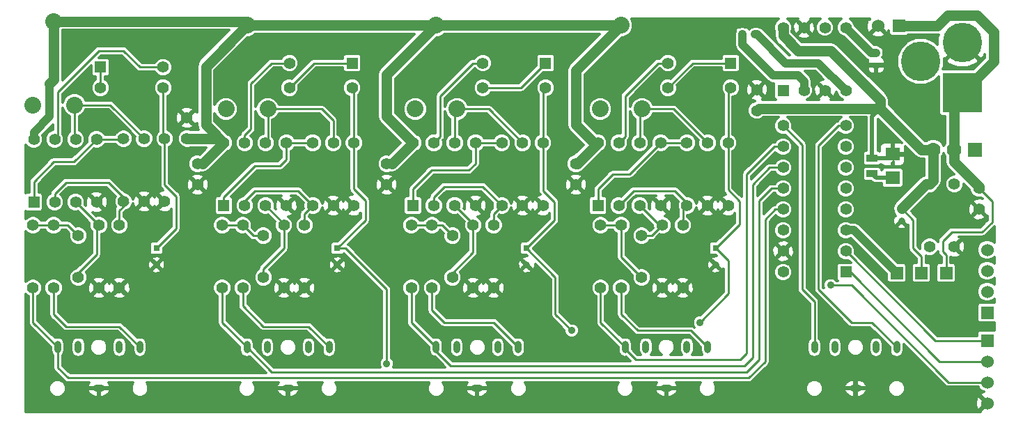
<source format=gtl>
G04 (created by PCBNEW (22-Jun-2014 BZR 4027)-stable) date mar. 05 août 2014 21:02:50 CEST*
%MOIN*%
G04 Gerber Fmt 3.4, Leading zero omitted, Abs format*
%FSLAX34Y34*%
G01*
G70*
G90*
G04 APERTURE LIST*
%ADD10C,0.00590551*%
%ADD11C,0.08*%
%ADD12C,0.055*%
%ADD13R,0.055X0.055*%
%ADD14O,0.0590551X0.0314961*%
%ADD15O,0.0314961X0.0590551*%
%ADD16R,0.06X0.06*%
%ADD17C,0.06*%
%ADD18C,0.189*%
%ADD19R,0.189X0.189*%
%ADD20R,0.0314961X0.0314961*%
%ADD21C,0.0314961*%
%ADD22C,0.07*%
%ADD23R,0.07X0.07*%
%ADD24R,0.055X0.035*%
%ADD25R,0.0709X0.0629*%
%ADD26C,0.035*%
%ADD27C,0.04*%
%ADD28C,0.01*%
%ADD29C,0.05*%
%ADD30C,0.02*%
%ADD31C,0.012*%
G04 APERTURE END LIST*
G54D10*
G54D11*
X15338Y-68338D03*
X16338Y-64338D03*
X17338Y-68338D03*
X24590Y-68535D03*
X25590Y-64535D03*
X26590Y-68535D03*
X33645Y-68535D03*
X34645Y-64535D03*
X35645Y-68535D03*
X42503Y-68535D03*
X43503Y-64535D03*
X44503Y-68535D03*
G54D12*
X27633Y-67519D03*
X30633Y-67519D03*
X15354Y-77090D03*
X15354Y-74090D03*
X33464Y-77090D03*
X33464Y-74090D03*
X34448Y-77090D03*
X34448Y-74090D03*
X36417Y-74090D03*
X36417Y-77090D03*
X37795Y-70153D03*
X37795Y-73153D03*
X37401Y-74090D03*
X37401Y-77090D03*
X39763Y-70153D03*
X39763Y-73153D03*
X36885Y-67519D03*
X39885Y-67519D03*
X42519Y-77090D03*
X42519Y-74090D03*
X43503Y-77090D03*
X43503Y-74090D03*
X45472Y-74090D03*
X45472Y-77090D03*
X46653Y-70153D03*
X46653Y-73153D03*
X46456Y-74090D03*
X46456Y-77090D03*
X48622Y-70153D03*
X48622Y-73153D03*
X45744Y-67519D03*
X48744Y-67519D03*
X47637Y-70153D03*
X47637Y-73153D03*
X38779Y-70153D03*
X38779Y-73153D03*
X29724Y-70153D03*
X29724Y-73153D03*
X20669Y-69956D03*
X20669Y-72956D03*
X24409Y-77090D03*
X24409Y-74090D03*
X18578Y-67519D03*
X21578Y-67519D03*
X21653Y-69956D03*
X21653Y-72956D03*
X30708Y-70153D03*
X30708Y-73153D03*
X19488Y-74090D03*
X19488Y-77090D03*
X19685Y-69956D03*
X19685Y-72956D03*
X25393Y-77090D03*
X25393Y-74090D03*
X18503Y-74090D03*
X18503Y-77090D03*
X27362Y-74090D03*
X27362Y-77090D03*
X28740Y-70153D03*
X28740Y-73153D03*
X28346Y-74090D03*
X28346Y-77090D03*
X16338Y-77090D03*
X16338Y-74090D03*
G54D13*
X42397Y-73153D03*
G54D12*
X43397Y-73153D03*
X44397Y-73153D03*
X45397Y-73153D03*
X45397Y-70153D03*
X44397Y-70153D03*
X43397Y-70153D03*
X42397Y-70153D03*
G54D13*
X24484Y-73153D03*
G54D12*
X25484Y-73153D03*
X26484Y-73153D03*
X27484Y-73153D03*
X27484Y-70153D03*
X26484Y-70153D03*
X25484Y-70153D03*
X24484Y-70153D03*
G54D13*
X33539Y-73153D03*
G54D12*
X34539Y-73153D03*
X35539Y-73153D03*
X36539Y-73153D03*
X36539Y-70153D03*
X35539Y-70153D03*
X34539Y-70153D03*
X33539Y-70153D03*
G54D13*
X51255Y-67641D03*
G54D12*
X52255Y-67641D03*
X53255Y-67641D03*
X54255Y-67641D03*
X54255Y-64641D03*
X53255Y-64641D03*
X52255Y-64641D03*
X51255Y-64641D03*
G54D13*
X15393Y-72984D03*
G54D12*
X16393Y-72984D03*
X17393Y-72984D03*
X18393Y-72984D03*
X18393Y-69984D03*
X17393Y-69984D03*
X16393Y-69984D03*
X15393Y-69984D03*
G54D13*
X54255Y-76334D03*
G54D12*
X54255Y-75334D03*
X54255Y-74334D03*
X54255Y-73334D03*
X54255Y-72334D03*
X54255Y-71334D03*
X54255Y-70334D03*
X54255Y-69334D03*
X51255Y-69334D03*
X51255Y-70334D03*
X51255Y-71334D03*
X51255Y-72334D03*
X51255Y-73334D03*
X51255Y-74334D03*
X51255Y-75334D03*
X51255Y-76334D03*
G54D13*
X39885Y-66338D03*
G54D12*
X36885Y-66338D03*
G54D13*
X30633Y-66338D03*
G54D12*
X27633Y-66338D03*
G54D13*
X18578Y-66535D03*
G54D12*
X21578Y-66535D03*
G54D13*
X48744Y-66338D03*
G54D12*
X45744Y-66338D03*
X17519Y-74590D03*
X17519Y-76590D03*
X44488Y-76590D03*
X44488Y-74590D03*
X26377Y-74590D03*
X26377Y-76590D03*
X35433Y-74590D03*
X35433Y-76590D03*
G54D14*
X18503Y-81889D03*
G54D15*
X20472Y-79921D03*
X19488Y-79921D03*
X17519Y-79921D03*
X16535Y-79921D03*
G54D14*
X27559Y-81889D03*
G54D15*
X29527Y-79921D03*
X28543Y-79921D03*
X26574Y-79921D03*
X25590Y-79921D03*
G54D14*
X36614Y-81889D03*
G54D15*
X38582Y-79921D03*
X37598Y-79921D03*
X35629Y-79921D03*
X34645Y-79921D03*
G54D14*
X45669Y-81889D03*
G54D15*
X47637Y-79921D03*
X46653Y-79921D03*
X44685Y-79921D03*
X43700Y-79921D03*
G54D14*
X54724Y-81889D03*
G54D15*
X56692Y-79921D03*
X55708Y-79921D03*
X53740Y-79921D03*
X52755Y-79921D03*
G54D16*
X56799Y-64566D03*
G54D17*
X55799Y-64566D03*
G54D18*
X59842Y-65354D03*
G54D19*
X59842Y-67754D03*
G54D18*
X57842Y-66254D03*
G54D12*
X58267Y-72122D03*
X58267Y-75122D03*
X59448Y-75122D03*
X59448Y-72122D03*
G54D16*
X61023Y-79602D03*
G54D17*
X61023Y-80602D03*
X61023Y-81602D03*
X61023Y-82602D03*
G54D16*
X61023Y-78271D03*
G54D17*
X61023Y-77271D03*
X61023Y-76271D03*
X61023Y-75271D03*
G54D16*
X56692Y-76377D03*
X57874Y-76377D03*
X59055Y-76377D03*
G54D20*
X56929Y-73287D03*
G54D21*
X56929Y-73877D03*
G54D12*
X41338Y-72153D03*
X41338Y-71153D03*
X32283Y-71153D03*
X32283Y-72153D03*
X23228Y-71153D03*
X23228Y-72153D03*
X22716Y-69948D03*
X22716Y-68948D03*
X50000Y-68610D03*
X50000Y-67610D03*
X60629Y-72334D03*
X60629Y-73334D03*
G54D22*
X58448Y-70472D03*
X59448Y-70472D03*
G54D23*
X60448Y-70472D03*
G54D20*
X21259Y-75196D03*
G54D21*
X21259Y-75984D03*
G54D20*
X29921Y-75196D03*
G54D21*
X29921Y-75984D03*
G54D20*
X38976Y-75196D03*
G54D21*
X38976Y-75984D03*
G54D20*
X48031Y-75196D03*
G54D21*
X48031Y-75984D03*
G54D20*
X49311Y-64960D03*
G54D21*
X49901Y-64960D03*
G54D20*
X55708Y-66437D03*
G54D21*
X55708Y-65846D03*
G54D24*
X55511Y-70884D03*
X55511Y-71634D03*
G54D25*
X56496Y-71818D03*
X56496Y-70700D03*
G54D26*
X53543Y-76968D03*
X32283Y-80708D03*
X41141Y-79133D03*
X47283Y-78740D03*
G54D27*
X54255Y-74334D02*
X54649Y-74334D01*
X54649Y-74334D02*
X56692Y-76377D01*
X55708Y-65846D02*
X55460Y-65846D01*
X55460Y-65846D02*
X54255Y-64641D01*
G54D28*
X61023Y-80602D02*
X58751Y-80602D01*
X54484Y-76334D02*
X54255Y-76334D01*
X58751Y-80602D02*
X54484Y-76334D01*
X61023Y-81602D02*
X59161Y-81602D01*
X54527Y-76968D02*
X53543Y-76968D01*
X59161Y-81602D02*
X54527Y-76968D01*
X46751Y-81397D02*
X48818Y-81397D01*
X50393Y-80610D02*
X49606Y-81397D01*
X49606Y-81397D02*
X48818Y-81397D01*
X51255Y-73334D02*
X50877Y-73334D01*
X50393Y-73818D02*
X50393Y-75393D01*
X50877Y-73334D02*
X50393Y-73818D01*
X16535Y-80905D02*
X17027Y-81397D01*
X17027Y-81397D02*
X46751Y-81397D01*
X16535Y-80905D02*
X16535Y-79921D01*
X50393Y-75393D02*
X50393Y-80610D01*
X15354Y-77090D02*
X15354Y-78740D01*
X15354Y-78740D02*
X16535Y-79921D01*
X16338Y-77090D02*
X16338Y-78346D01*
X19488Y-78937D02*
X20472Y-79921D01*
X16929Y-78937D02*
X19488Y-78937D01*
X16338Y-78346D02*
X16929Y-78937D01*
X50098Y-75393D02*
X50098Y-80511D01*
X50696Y-72334D02*
X50098Y-72933D01*
X50098Y-72933D02*
X50098Y-75393D01*
X51255Y-72334D02*
X50696Y-72334D01*
X49507Y-81102D02*
X48720Y-81102D01*
X50098Y-80511D02*
X49507Y-81102D01*
X25590Y-79921D02*
X26771Y-81102D01*
X26771Y-81102D02*
X48720Y-81102D01*
X48720Y-81102D02*
X48818Y-81102D01*
X25590Y-79921D02*
X24409Y-78740D01*
X24409Y-78740D02*
X24409Y-77090D01*
X25393Y-77090D02*
X25393Y-77952D01*
X28543Y-78937D02*
X29527Y-79921D01*
X26377Y-78937D02*
X28543Y-78937D01*
X25393Y-77952D02*
X26377Y-78937D01*
X49803Y-75393D02*
X49803Y-80413D01*
X34645Y-80118D02*
X35334Y-80807D01*
X35334Y-80807D02*
X48818Y-80807D01*
X34645Y-79921D02*
X34645Y-80118D01*
X50614Y-71334D02*
X49803Y-72145D01*
X49803Y-72145D02*
X49803Y-75393D01*
X50614Y-71334D02*
X51255Y-71334D01*
X49409Y-80807D02*
X48818Y-80807D01*
X49803Y-80413D02*
X49409Y-80807D01*
X33464Y-77090D02*
X33464Y-78740D01*
X33464Y-78740D02*
X34645Y-79921D01*
X34448Y-77090D02*
X34448Y-78149D01*
X37401Y-78740D02*
X38582Y-79921D01*
X35039Y-78740D02*
X37401Y-78740D01*
X34448Y-78149D02*
X35039Y-78740D01*
X49507Y-75393D02*
X49507Y-80216D01*
X50826Y-70334D02*
X49507Y-71653D01*
X49507Y-71653D02*
X49507Y-75393D01*
X51255Y-70334D02*
X50826Y-70334D01*
X49212Y-80511D02*
X48720Y-80511D01*
X49507Y-80216D02*
X49212Y-80511D01*
X43700Y-79921D02*
X43700Y-80019D01*
X44192Y-80511D02*
X48720Y-80511D01*
X48720Y-80511D02*
X48818Y-80511D01*
X43700Y-80019D02*
X44192Y-80511D01*
X42519Y-77090D02*
X42519Y-78740D01*
X42519Y-78740D02*
X43700Y-79921D01*
X43503Y-77090D02*
X43503Y-78346D01*
X43503Y-78346D02*
X44291Y-79133D01*
X44291Y-79133D02*
X46850Y-79133D01*
X46850Y-79133D02*
X47637Y-79921D01*
X54255Y-75334D02*
X54271Y-75334D01*
X58539Y-79602D02*
X61023Y-79602D01*
X54271Y-75334D02*
X58539Y-79602D01*
X59055Y-76377D02*
X59055Y-75511D01*
X61259Y-72964D02*
X60629Y-72334D01*
X61259Y-73937D02*
X61259Y-72964D01*
X60787Y-74409D02*
X61259Y-73937D01*
X59330Y-74409D02*
X60787Y-74409D01*
X58897Y-74842D02*
X59330Y-74409D01*
X58897Y-75354D02*
X58897Y-74842D01*
X59055Y-75511D02*
X58897Y-75354D01*
G54D29*
X60629Y-72334D02*
X60629Y-72244D01*
X59448Y-71062D02*
X59448Y-70472D01*
X60629Y-72244D02*
X59448Y-71062D01*
X59448Y-70472D02*
X59448Y-68148D01*
X59448Y-68148D02*
X59842Y-67754D01*
X56799Y-64566D02*
X58622Y-64566D01*
X61338Y-66258D02*
X59842Y-67754D01*
X61338Y-64842D02*
X61338Y-66258D01*
X60551Y-64055D02*
X61338Y-64842D01*
X59133Y-64055D02*
X60551Y-64055D01*
X58622Y-64566D02*
X59133Y-64055D01*
G54D28*
X21653Y-69956D02*
X21653Y-72165D01*
X22204Y-74251D02*
X21259Y-75196D01*
X22204Y-72716D02*
X22204Y-74251D01*
X21653Y-72165D02*
X22204Y-72716D01*
X21578Y-67519D02*
X21578Y-69881D01*
X21578Y-69881D02*
X21653Y-69956D01*
X29921Y-75196D02*
X30314Y-75196D01*
X32283Y-77165D02*
X32283Y-80708D01*
X30314Y-75196D02*
X32283Y-77165D01*
X30708Y-70153D02*
X30708Y-72362D01*
X31259Y-73858D02*
X29921Y-75196D01*
X31259Y-72913D02*
X31259Y-73858D01*
X30708Y-72362D02*
X31259Y-72913D01*
X30708Y-70153D02*
X30708Y-67594D01*
X30708Y-67594D02*
X30633Y-67519D01*
X40354Y-76574D02*
X38976Y-75196D01*
X40354Y-78346D02*
X40354Y-76574D01*
X41141Y-79133D02*
X40354Y-78346D01*
X39763Y-70153D02*
X39763Y-72440D01*
X40314Y-73858D02*
X38976Y-75196D01*
X40314Y-72992D02*
X40314Y-73858D01*
X39763Y-72440D02*
X40314Y-72992D01*
X39763Y-70153D02*
X39763Y-67641D01*
X39763Y-67641D02*
X39885Y-67519D01*
X48622Y-75787D02*
X48031Y-75196D01*
X48622Y-77362D02*
X48622Y-75787D01*
X47283Y-78740D02*
X48622Y-77362D01*
X48622Y-70153D02*
X48622Y-72401D01*
X49173Y-74055D02*
X48031Y-75196D01*
X49173Y-72952D02*
X49173Y-74055D01*
X48622Y-72401D02*
X49173Y-72952D01*
X48622Y-70153D02*
X48622Y-67641D01*
X48622Y-67641D02*
X48744Y-67519D01*
G54D30*
X56312Y-70884D02*
X56496Y-70700D01*
G54D28*
X17338Y-68338D02*
X19051Y-68338D01*
X19051Y-68338D02*
X20669Y-69956D01*
X17338Y-68338D02*
X17338Y-69929D01*
X17338Y-69929D02*
X17393Y-69984D01*
X45744Y-66338D02*
X45275Y-66338D01*
X43700Y-69850D02*
X43397Y-70153D01*
X43700Y-67913D02*
X43700Y-69850D01*
X45275Y-66338D02*
X43700Y-67913D01*
X52755Y-79921D02*
X52755Y-77755D01*
X52165Y-70244D02*
X51255Y-69334D01*
X52165Y-77165D02*
X52165Y-70244D01*
X52755Y-77755D02*
X52165Y-77165D01*
G54D27*
X49901Y-64960D02*
X50000Y-64960D01*
X52952Y-66338D02*
X54255Y-67641D01*
X51377Y-66338D02*
X52952Y-66338D01*
X50000Y-64960D02*
X51377Y-66338D01*
G54D28*
X18393Y-69984D02*
X19893Y-69984D01*
X15393Y-72984D02*
X15393Y-72007D01*
X17314Y-71062D02*
X18393Y-69984D01*
X16338Y-71062D02*
X17314Y-71062D01*
X15393Y-72007D02*
X16338Y-71062D01*
X16535Y-74090D02*
X17019Y-74090D01*
X17019Y-74090D02*
X17519Y-74590D01*
X15551Y-74090D02*
X16535Y-74090D01*
X26590Y-68535D02*
X26590Y-70047D01*
X26590Y-70047D02*
X26484Y-70153D01*
X29724Y-70153D02*
X29724Y-69094D01*
X29165Y-68535D02*
X26590Y-68535D01*
X29724Y-69094D02*
X29165Y-68535D01*
X54255Y-69334D02*
X53893Y-69334D01*
X55511Y-78740D02*
X56692Y-79921D01*
X54527Y-78740D02*
X55511Y-78740D01*
X52952Y-77165D02*
X54527Y-78740D01*
X52952Y-70275D02*
X52952Y-77165D01*
X53893Y-69334D02*
X52952Y-70275D01*
X18578Y-66535D02*
X18578Y-67519D01*
X16535Y-69842D02*
X16393Y-69984D01*
X21775Y-66535D02*
X20472Y-66535D01*
X20472Y-66535D02*
X19685Y-65748D01*
X19685Y-65748D02*
X18503Y-65748D01*
X18503Y-65748D02*
X16535Y-67716D01*
X16535Y-67716D02*
X16535Y-69842D01*
X17393Y-72984D02*
X17393Y-73000D01*
X17393Y-73000D02*
X18393Y-74000D01*
X18393Y-74000D02*
X18393Y-75500D01*
X18393Y-75500D02*
X17393Y-76500D01*
G54D30*
X56496Y-71818D02*
X55695Y-71818D01*
X55695Y-71818D02*
X55511Y-71634D01*
G54D28*
X36539Y-70153D02*
X36539Y-71137D01*
X33539Y-72366D02*
X33539Y-73153D01*
X34448Y-71456D02*
X33539Y-72366D01*
X36220Y-71456D02*
X34448Y-71456D01*
X36539Y-71137D02*
X36220Y-71456D01*
X37795Y-70153D02*
X36539Y-70153D01*
X35645Y-68535D02*
X37161Y-68535D01*
X37161Y-68535D02*
X38779Y-70153D01*
X35539Y-70153D02*
X35539Y-68641D01*
X35539Y-68641D02*
X35645Y-68535D01*
X34448Y-74090D02*
X34933Y-74090D01*
X34933Y-74090D02*
X35433Y-74590D01*
X33464Y-74090D02*
X34448Y-74090D01*
X25484Y-73153D02*
X25484Y-72940D01*
X28027Y-72440D02*
X28740Y-73153D01*
X25984Y-72440D02*
X28027Y-72440D01*
X25484Y-72940D02*
X25984Y-72440D01*
X28346Y-74090D02*
X28346Y-73547D01*
X28346Y-73547D02*
X28740Y-73153D01*
X34539Y-73153D02*
X34539Y-72744D01*
X36885Y-72244D02*
X37795Y-73153D01*
X35039Y-72244D02*
X36885Y-72244D01*
X34539Y-72744D02*
X35039Y-72244D01*
X37401Y-74090D02*
X37401Y-73547D01*
X37401Y-73547D02*
X37795Y-73153D01*
X36885Y-67519D02*
X38704Y-67519D01*
X38704Y-67519D02*
X39885Y-66338D01*
X36885Y-66338D02*
X36417Y-66338D01*
X34842Y-69850D02*
X34539Y-70153D01*
X34842Y-67913D02*
X34842Y-69850D01*
X36417Y-66338D02*
X34842Y-67913D01*
X36417Y-74090D02*
X36417Y-74031D01*
X36417Y-74031D02*
X35539Y-73153D01*
X35433Y-76590D02*
X35433Y-76377D01*
X36417Y-75393D02*
X36417Y-74090D01*
X35433Y-76377D02*
X36417Y-75393D01*
X24409Y-74090D02*
X25393Y-74090D01*
X25393Y-74090D02*
X25893Y-74590D01*
X25893Y-74590D02*
X26377Y-74590D01*
G54D27*
X52255Y-67641D02*
X52255Y-67216D01*
X49311Y-65452D02*
X49311Y-64960D01*
X50787Y-66929D02*
X49311Y-65452D01*
X51968Y-66929D02*
X50787Y-66929D01*
X52255Y-67216D02*
X51968Y-66929D01*
G54D28*
X19488Y-74090D02*
X19488Y-73389D01*
X19488Y-73389D02*
X19893Y-72984D01*
X16393Y-72984D02*
X16393Y-72582D01*
X18956Y-72047D02*
X19893Y-72984D01*
X16929Y-72047D02*
X18956Y-72047D01*
X16393Y-72582D02*
X16929Y-72047D01*
X30633Y-66338D02*
X28814Y-66338D01*
X28814Y-66338D02*
X27633Y-67519D01*
X44503Y-68535D02*
X46019Y-68535D01*
X46019Y-68535D02*
X47637Y-70153D01*
X44397Y-70153D02*
X44397Y-68641D01*
X44397Y-68641D02*
X44503Y-68535D01*
X25484Y-70153D02*
X25484Y-69791D01*
X26771Y-66338D02*
X27633Y-66338D01*
X25787Y-67322D02*
X26771Y-66338D01*
X25787Y-69488D02*
X25787Y-67322D01*
X25484Y-69791D02*
X25787Y-69488D01*
X27362Y-74090D02*
X27362Y-74031D01*
X27362Y-74031D02*
X26484Y-73153D01*
X26377Y-76590D02*
X26377Y-76181D01*
X27362Y-75196D02*
X27362Y-74090D01*
X26377Y-76181D02*
X27362Y-75196D01*
X28740Y-70153D02*
X27484Y-70153D01*
X24484Y-73153D02*
X24484Y-72759D01*
X27484Y-70940D02*
X27484Y-70153D01*
X27165Y-71259D02*
X27484Y-70940D01*
X25984Y-71259D02*
X27165Y-71259D01*
X24484Y-72759D02*
X25984Y-71259D01*
X45472Y-74090D02*
X45334Y-74090D01*
X45334Y-74090D02*
X44397Y-73153D01*
X44488Y-74590D02*
X44972Y-74590D01*
X44972Y-74590D02*
X45472Y-74090D01*
X45397Y-70153D02*
X46653Y-70153D01*
X42397Y-73153D02*
X42397Y-72366D01*
X43897Y-71653D02*
X45397Y-70153D01*
X43110Y-71653D02*
X43897Y-71653D01*
X42397Y-72366D02*
X43110Y-71653D01*
X43503Y-74090D02*
X43503Y-75606D01*
X43503Y-75606D02*
X44488Y-76590D01*
X42519Y-74090D02*
X43503Y-74090D01*
X46653Y-73153D02*
X46653Y-73031D01*
X44110Y-72440D02*
X43397Y-73153D01*
X46062Y-72440D02*
X44110Y-72440D01*
X46653Y-73031D02*
X46062Y-72440D01*
X46456Y-74090D02*
X46456Y-73350D01*
X46456Y-73350D02*
X46653Y-73153D01*
X48744Y-66338D02*
X46925Y-66338D01*
X46925Y-66338D02*
X45744Y-67519D01*
G54D30*
X55511Y-70884D02*
X55511Y-68897D01*
X55511Y-68897D02*
X55905Y-68503D01*
X55511Y-70884D02*
X56312Y-70884D01*
G54D29*
X51255Y-64641D02*
X51255Y-65035D01*
X51255Y-65035D02*
X51968Y-65748D01*
X51968Y-65748D02*
X53543Y-65748D01*
X53543Y-65748D02*
X55905Y-68110D01*
X55905Y-68110D02*
X55905Y-68503D01*
X51181Y-68503D02*
X50106Y-68503D01*
X50106Y-68503D02*
X50000Y-68610D01*
X55905Y-68503D02*
X51181Y-68503D01*
X57874Y-70472D02*
X55905Y-68503D01*
X58448Y-70472D02*
X57874Y-70472D01*
G54D28*
X57874Y-76377D02*
X57874Y-75590D01*
X57480Y-73838D02*
X56929Y-73287D01*
X57480Y-75196D02*
X57480Y-73838D01*
X57874Y-75590D02*
X57480Y-75196D01*
G54D27*
X15393Y-69984D02*
X15393Y-69645D01*
G54D29*
X16338Y-67125D02*
X16338Y-64338D01*
X16141Y-67322D02*
X16338Y-67125D01*
G54D27*
X16141Y-67716D02*
X16141Y-67322D01*
X16141Y-68897D02*
X16141Y-67716D01*
X15393Y-69645D02*
X16141Y-68897D01*
G54D29*
X42397Y-70153D02*
X42200Y-70153D01*
X41338Y-66700D02*
X43503Y-64535D01*
X41338Y-69291D02*
X41338Y-66700D01*
X42200Y-70153D02*
X41338Y-69291D01*
X33539Y-70153D02*
X32283Y-68897D01*
X32283Y-66897D02*
X34645Y-64535D01*
X32283Y-68897D02*
X32283Y-66897D01*
X24484Y-70153D02*
X23622Y-69291D01*
X23622Y-66503D02*
X25590Y-64535D01*
X23622Y-69291D02*
X23622Y-66503D01*
G54D27*
X58267Y-72122D02*
X58094Y-72122D01*
G54D29*
X58094Y-72122D02*
X56929Y-73287D01*
X22716Y-69948D02*
X24279Y-69948D01*
G54D27*
X24279Y-69948D02*
X24484Y-70153D01*
G54D29*
X34645Y-64535D02*
X43503Y-64535D01*
X25590Y-64535D02*
X34645Y-64535D01*
X16338Y-64338D02*
X25393Y-64338D01*
G54D27*
X25393Y-64338D02*
X25590Y-64535D01*
G54D30*
X41338Y-71153D02*
X41397Y-71153D01*
G54D29*
X41397Y-71153D02*
X42397Y-70153D01*
G54D30*
X32283Y-71153D02*
X32539Y-71153D01*
G54D29*
X32539Y-71153D02*
X33539Y-70153D01*
G54D30*
X23228Y-71153D02*
X23484Y-71153D01*
G54D29*
X23484Y-71153D02*
X24484Y-70153D01*
X58448Y-70472D02*
X58448Y-71940D01*
X58448Y-71940D02*
X58267Y-72122D01*
G54D10*
G36*
X54110Y-68073D02*
X53550Y-68073D01*
X53566Y-68008D01*
X53255Y-67698D01*
X53199Y-67754D01*
X53199Y-67641D01*
X52889Y-67331D01*
X52792Y-67354D01*
X52717Y-67553D01*
X52724Y-67766D01*
X52792Y-67929D01*
X52889Y-67952D01*
X53199Y-67641D01*
X53199Y-67754D01*
X52945Y-68008D01*
X52961Y-68073D01*
X52401Y-68073D01*
X52513Y-68027D01*
X52641Y-67899D01*
X52710Y-67732D01*
X52710Y-67551D01*
X52641Y-67384D01*
X52635Y-67378D01*
X52635Y-67216D01*
X52635Y-67216D01*
X52606Y-67071D01*
X52606Y-67071D01*
X52579Y-67030D01*
X52524Y-66947D01*
X52524Y-66947D01*
X52295Y-66718D01*
X52795Y-66718D01*
X53185Y-67108D01*
X53131Y-67110D01*
X52968Y-67178D01*
X52945Y-67274D01*
X53255Y-67585D01*
X53261Y-67579D01*
X53318Y-67636D01*
X53312Y-67641D01*
X53622Y-67952D01*
X53719Y-67929D01*
X53794Y-67729D01*
X53793Y-67717D01*
X53800Y-67724D01*
X53800Y-67731D01*
X53869Y-67899D01*
X53997Y-68027D01*
X54110Y-68073D01*
X54110Y-68073D01*
G37*
G54D31*
X54110Y-68073D02*
X53550Y-68073D01*
X53566Y-68008D01*
X53255Y-67698D01*
X53199Y-67754D01*
X53199Y-67641D01*
X52889Y-67331D01*
X52792Y-67354D01*
X52717Y-67553D01*
X52724Y-67766D01*
X52792Y-67929D01*
X52889Y-67952D01*
X53199Y-67641D01*
X53199Y-67754D01*
X52945Y-68008D01*
X52961Y-68073D01*
X52401Y-68073D01*
X52513Y-68027D01*
X52641Y-67899D01*
X52710Y-67732D01*
X52710Y-67551D01*
X52641Y-67384D01*
X52635Y-67378D01*
X52635Y-67216D01*
X52635Y-67216D01*
X52606Y-67071D01*
X52606Y-67071D01*
X52579Y-67030D01*
X52524Y-66947D01*
X52524Y-66947D01*
X52295Y-66718D01*
X52795Y-66718D01*
X53185Y-67108D01*
X53131Y-67110D01*
X52968Y-67178D01*
X52945Y-67274D01*
X53255Y-67585D01*
X53261Y-67579D01*
X53318Y-67636D01*
X53312Y-67641D01*
X53622Y-67952D01*
X53719Y-67929D01*
X53794Y-67729D01*
X53793Y-67717D01*
X53800Y-67724D01*
X53800Y-67731D01*
X53869Y-67899D01*
X53997Y-68027D01*
X54110Y-68073D01*
G54D10*
G36*
X59018Y-70152D02*
X58999Y-70171D01*
X58948Y-70294D01*
X58898Y-70172D01*
X58749Y-70023D01*
X58554Y-69942D01*
X58343Y-69942D01*
X58148Y-70022D01*
X58129Y-70042D01*
X58052Y-70042D01*
X56335Y-68325D01*
X56335Y-68110D01*
X56302Y-67945D01*
X56209Y-67806D01*
X56127Y-67724D01*
X56127Y-64951D01*
X55799Y-64623D01*
X55742Y-64680D01*
X55470Y-64951D01*
X55496Y-65051D01*
X55705Y-65130D01*
X55927Y-65123D01*
X56101Y-65051D01*
X56127Y-64951D01*
X56127Y-67724D01*
X56126Y-67722D01*
X56126Y-66645D01*
X56126Y-66542D01*
X56061Y-66477D01*
X55748Y-66477D01*
X55748Y-66789D01*
X55813Y-66854D01*
X55814Y-66854D01*
X55918Y-66854D01*
X56013Y-66814D01*
X56086Y-66741D01*
X56126Y-66645D01*
X56126Y-67722D01*
X55668Y-67265D01*
X55668Y-66789D01*
X55668Y-66477D01*
X55356Y-66477D01*
X55291Y-66542D01*
X55291Y-66645D01*
X55330Y-66741D01*
X55403Y-66814D01*
X55499Y-66854D01*
X55602Y-66854D01*
X55603Y-66854D01*
X55668Y-66789D01*
X55668Y-67265D01*
X53847Y-65443D01*
X53707Y-65350D01*
X53543Y-65318D01*
X52794Y-65318D01*
X52794Y-64729D01*
X52786Y-64517D01*
X52719Y-64354D01*
X52622Y-64331D01*
X52312Y-64641D01*
X52622Y-64952D01*
X52719Y-64929D01*
X52794Y-64729D01*
X52794Y-65318D01*
X52566Y-65318D01*
X52566Y-65008D01*
X52255Y-64698D01*
X52199Y-64754D01*
X52199Y-64641D01*
X51889Y-64331D01*
X51792Y-64354D01*
X51717Y-64553D01*
X51724Y-64766D01*
X51792Y-64929D01*
X51889Y-64952D01*
X52199Y-64641D01*
X52199Y-64754D01*
X51945Y-65008D01*
X51968Y-65105D01*
X52167Y-65180D01*
X52380Y-65172D01*
X52543Y-65105D01*
X52566Y-65008D01*
X52566Y-65318D01*
X52146Y-65318D01*
X51685Y-64857D01*
X51685Y-64792D01*
X51710Y-64732D01*
X51710Y-64551D01*
X51641Y-64384D01*
X51513Y-64256D01*
X51458Y-64233D01*
X51955Y-64233D01*
X51945Y-64274D01*
X52255Y-64585D01*
X52566Y-64274D01*
X52556Y-64233D01*
X53053Y-64233D01*
X52998Y-64255D01*
X52870Y-64383D01*
X52800Y-64550D01*
X52800Y-64731D01*
X52869Y-64899D01*
X52997Y-65027D01*
X53165Y-65096D01*
X53346Y-65096D01*
X53513Y-65027D01*
X53641Y-64899D01*
X53710Y-64732D01*
X53710Y-64551D01*
X53641Y-64384D01*
X53513Y-64256D01*
X53458Y-64233D01*
X54053Y-64233D01*
X53998Y-64255D01*
X53870Y-64383D01*
X53800Y-64550D01*
X53800Y-64731D01*
X53869Y-64899D01*
X53997Y-65027D01*
X54165Y-65096D01*
X54173Y-65096D01*
X55191Y-66115D01*
X55191Y-66115D01*
X55274Y-66170D01*
X55306Y-66191D01*
X55291Y-66228D01*
X55291Y-66332D01*
X55356Y-66397D01*
X55668Y-66397D01*
X55668Y-66389D01*
X55748Y-66389D01*
X55748Y-66397D01*
X56061Y-66397D01*
X56126Y-66332D01*
X56126Y-66228D01*
X56086Y-66132D01*
X56014Y-66059D01*
X56059Y-65991D01*
X56088Y-65846D01*
X56059Y-65701D01*
X55977Y-65577D01*
X55854Y-65495D01*
X55708Y-65466D01*
X55618Y-65466D01*
X54710Y-64559D01*
X54710Y-64551D01*
X54641Y-64384D01*
X54513Y-64256D01*
X54458Y-64233D01*
X55408Y-64233D01*
X55414Y-64238D01*
X55314Y-64264D01*
X55236Y-64472D01*
X55242Y-64695D01*
X55314Y-64869D01*
X55414Y-64895D01*
X55742Y-64566D01*
X55737Y-64561D01*
X55793Y-64504D01*
X55799Y-64510D01*
X55804Y-64504D01*
X55861Y-64561D01*
X55855Y-64566D01*
X56184Y-64895D01*
X56283Y-64869D01*
X56319Y-64775D01*
X56319Y-64902D01*
X56346Y-64968D01*
X56397Y-65019D01*
X56463Y-65046D01*
X56534Y-65046D01*
X57134Y-65046D01*
X57201Y-65019D01*
X57223Y-64996D01*
X58622Y-64996D01*
X58691Y-64983D01*
X58639Y-65106D01*
X58636Y-65457D01*
X58480Y-65301D01*
X58067Y-65129D01*
X57619Y-65129D01*
X57206Y-65300D01*
X56889Y-65616D01*
X56717Y-66029D01*
X56717Y-66477D01*
X56888Y-66890D01*
X57204Y-67207D01*
X57617Y-67379D01*
X58065Y-67379D01*
X58478Y-67208D01*
X58717Y-66970D01*
X58717Y-68734D01*
X58744Y-68801D01*
X58795Y-68851D01*
X58861Y-68879D01*
X58933Y-68879D01*
X59018Y-68879D01*
X59018Y-70152D01*
X59018Y-70152D01*
G37*
G54D31*
X59018Y-70152D02*
X58999Y-70171D01*
X58948Y-70294D01*
X58898Y-70172D01*
X58749Y-70023D01*
X58554Y-69942D01*
X58343Y-69942D01*
X58148Y-70022D01*
X58129Y-70042D01*
X58052Y-70042D01*
X56335Y-68325D01*
X56335Y-68110D01*
X56302Y-67945D01*
X56209Y-67806D01*
X56127Y-67724D01*
X56127Y-64951D01*
X55799Y-64623D01*
X55742Y-64680D01*
X55470Y-64951D01*
X55496Y-65051D01*
X55705Y-65130D01*
X55927Y-65123D01*
X56101Y-65051D01*
X56127Y-64951D01*
X56127Y-67724D01*
X56126Y-67722D01*
X56126Y-66645D01*
X56126Y-66542D01*
X56061Y-66477D01*
X55748Y-66477D01*
X55748Y-66789D01*
X55813Y-66854D01*
X55814Y-66854D01*
X55918Y-66854D01*
X56013Y-66814D01*
X56086Y-66741D01*
X56126Y-66645D01*
X56126Y-67722D01*
X55668Y-67265D01*
X55668Y-66789D01*
X55668Y-66477D01*
X55356Y-66477D01*
X55291Y-66542D01*
X55291Y-66645D01*
X55330Y-66741D01*
X55403Y-66814D01*
X55499Y-66854D01*
X55602Y-66854D01*
X55603Y-66854D01*
X55668Y-66789D01*
X55668Y-67265D01*
X53847Y-65443D01*
X53707Y-65350D01*
X53543Y-65318D01*
X52794Y-65318D01*
X52794Y-64729D01*
X52786Y-64517D01*
X52719Y-64354D01*
X52622Y-64331D01*
X52312Y-64641D01*
X52622Y-64952D01*
X52719Y-64929D01*
X52794Y-64729D01*
X52794Y-65318D01*
X52566Y-65318D01*
X52566Y-65008D01*
X52255Y-64698D01*
X52199Y-64754D01*
X52199Y-64641D01*
X51889Y-64331D01*
X51792Y-64354D01*
X51717Y-64553D01*
X51724Y-64766D01*
X51792Y-64929D01*
X51889Y-64952D01*
X52199Y-64641D01*
X52199Y-64754D01*
X51945Y-65008D01*
X51968Y-65105D01*
X52167Y-65180D01*
X52380Y-65172D01*
X52543Y-65105D01*
X52566Y-65008D01*
X52566Y-65318D01*
X52146Y-65318D01*
X51685Y-64857D01*
X51685Y-64792D01*
X51710Y-64732D01*
X51710Y-64551D01*
X51641Y-64384D01*
X51513Y-64256D01*
X51458Y-64233D01*
X51955Y-64233D01*
X51945Y-64274D01*
X52255Y-64585D01*
X52566Y-64274D01*
X52556Y-64233D01*
X53053Y-64233D01*
X52998Y-64255D01*
X52870Y-64383D01*
X52800Y-64550D01*
X52800Y-64731D01*
X52869Y-64899D01*
X52997Y-65027D01*
X53165Y-65096D01*
X53346Y-65096D01*
X53513Y-65027D01*
X53641Y-64899D01*
X53710Y-64732D01*
X53710Y-64551D01*
X53641Y-64384D01*
X53513Y-64256D01*
X53458Y-64233D01*
X54053Y-64233D01*
X53998Y-64255D01*
X53870Y-64383D01*
X53800Y-64550D01*
X53800Y-64731D01*
X53869Y-64899D01*
X53997Y-65027D01*
X54165Y-65096D01*
X54173Y-65096D01*
X55191Y-66115D01*
X55191Y-66115D01*
X55274Y-66170D01*
X55306Y-66191D01*
X55291Y-66228D01*
X55291Y-66332D01*
X55356Y-66397D01*
X55668Y-66397D01*
X55668Y-66389D01*
X55748Y-66389D01*
X55748Y-66397D01*
X56061Y-66397D01*
X56126Y-66332D01*
X56126Y-66228D01*
X56086Y-66132D01*
X56014Y-66059D01*
X56059Y-65991D01*
X56088Y-65846D01*
X56059Y-65701D01*
X55977Y-65577D01*
X55854Y-65495D01*
X55708Y-65466D01*
X55618Y-65466D01*
X54710Y-64559D01*
X54710Y-64551D01*
X54641Y-64384D01*
X54513Y-64256D01*
X54458Y-64233D01*
X55408Y-64233D01*
X55414Y-64238D01*
X55314Y-64264D01*
X55236Y-64472D01*
X55242Y-64695D01*
X55314Y-64869D01*
X55414Y-64895D01*
X55742Y-64566D01*
X55737Y-64561D01*
X55793Y-64504D01*
X55799Y-64510D01*
X55804Y-64504D01*
X55861Y-64561D01*
X55855Y-64566D01*
X56184Y-64895D01*
X56283Y-64869D01*
X56319Y-64775D01*
X56319Y-64902D01*
X56346Y-64968D01*
X56397Y-65019D01*
X56463Y-65046D01*
X56534Y-65046D01*
X57134Y-65046D01*
X57201Y-65019D01*
X57223Y-64996D01*
X58622Y-64996D01*
X58691Y-64983D01*
X58639Y-65106D01*
X58636Y-65457D01*
X58480Y-65301D01*
X58067Y-65129D01*
X57619Y-65129D01*
X57206Y-65300D01*
X56889Y-65616D01*
X56717Y-66029D01*
X56717Y-66477D01*
X56888Y-66890D01*
X57204Y-67207D01*
X57617Y-67379D01*
X58065Y-67379D01*
X58478Y-67208D01*
X58717Y-66970D01*
X58717Y-68734D01*
X58744Y-68801D01*
X58795Y-68851D01*
X58861Y-68879D01*
X58933Y-68879D01*
X59018Y-68879D01*
X59018Y-70152D01*
G54D10*
G36*
X60908Y-66080D02*
X60636Y-66352D01*
X60636Y-66204D01*
X59842Y-65410D01*
X59048Y-66204D01*
X59153Y-66371D01*
X59594Y-66557D01*
X60074Y-66560D01*
X60518Y-66380D01*
X60531Y-66371D01*
X60636Y-66204D01*
X60636Y-66352D01*
X60359Y-66629D01*
X58904Y-66629D01*
X58967Y-66479D01*
X58967Y-66133D01*
X58991Y-66148D01*
X59785Y-65354D01*
X59780Y-65348D01*
X59836Y-65292D01*
X59842Y-65297D01*
X59848Y-65292D01*
X59904Y-65348D01*
X59899Y-65354D01*
X60693Y-66148D01*
X60859Y-66043D01*
X60908Y-65927D01*
X60908Y-66080D01*
X60908Y-66080D01*
G37*
G54D31*
X60908Y-66080D02*
X60636Y-66352D01*
X60636Y-66204D01*
X59842Y-65410D01*
X59048Y-66204D01*
X59153Y-66371D01*
X59594Y-66557D01*
X60074Y-66560D01*
X60518Y-66380D01*
X60531Y-66371D01*
X60636Y-66204D01*
X60636Y-66352D01*
X60359Y-66629D01*
X58904Y-66629D01*
X58967Y-66479D01*
X58967Y-66133D01*
X58991Y-66148D01*
X59785Y-65354D01*
X59780Y-65348D01*
X59836Y-65292D01*
X59842Y-65297D01*
X59848Y-65292D01*
X59904Y-65348D01*
X59899Y-65354D01*
X60693Y-66148D01*
X60859Y-66043D01*
X60908Y-65927D01*
X60908Y-66080D01*
G54D10*
G36*
X61029Y-73841D02*
X60940Y-73931D01*
X60940Y-73701D01*
X60629Y-73391D01*
X60573Y-73447D01*
X60573Y-73334D01*
X60263Y-73024D01*
X60166Y-73047D01*
X60091Y-73246D01*
X60098Y-73459D01*
X60166Y-73622D01*
X60263Y-73644D01*
X60573Y-73334D01*
X60573Y-73447D01*
X60319Y-73701D01*
X60342Y-73798D01*
X60541Y-73872D01*
X60754Y-73865D01*
X60917Y-73798D01*
X60940Y-73701D01*
X60940Y-73931D01*
X60692Y-74179D01*
X59330Y-74179D01*
X59330Y-74179D01*
X59242Y-74196D01*
X59168Y-74246D01*
X59168Y-74246D01*
X58735Y-74679D01*
X58685Y-74754D01*
X58667Y-74842D01*
X58667Y-74898D01*
X58653Y-74864D01*
X58525Y-74736D01*
X58358Y-74667D01*
X58177Y-74666D01*
X58010Y-74736D01*
X57882Y-74863D01*
X57812Y-75031D01*
X57812Y-75203D01*
X57710Y-75101D01*
X57710Y-73838D01*
X57710Y-73838D01*
X57710Y-73838D01*
X57692Y-73750D01*
X57642Y-73675D01*
X57642Y-73675D01*
X57395Y-73428D01*
X58247Y-72577D01*
X58357Y-72577D01*
X58525Y-72508D01*
X58653Y-72380D01*
X58678Y-72319D01*
X58752Y-72245D01*
X58846Y-72105D01*
X58878Y-71940D01*
X58878Y-70792D01*
X58897Y-70773D01*
X58948Y-70650D01*
X58999Y-70772D01*
X59018Y-70791D01*
X59018Y-71062D01*
X59051Y-71227D01*
X59144Y-71367D01*
X59444Y-71667D01*
X59358Y-71666D01*
X59191Y-71736D01*
X59063Y-71863D01*
X58993Y-72031D01*
X58993Y-72212D01*
X59062Y-72379D01*
X59190Y-72507D01*
X59357Y-72576D01*
X59538Y-72577D01*
X59706Y-72508D01*
X59834Y-72380D01*
X59903Y-72212D01*
X59903Y-72126D01*
X60174Y-72397D01*
X60174Y-72424D01*
X60243Y-72592D01*
X60371Y-72720D01*
X60539Y-72789D01*
X60720Y-72789D01*
X60748Y-72778D01*
X60795Y-72825D01*
X60718Y-72796D01*
X60505Y-72803D01*
X60342Y-72871D01*
X60319Y-72967D01*
X60629Y-73278D01*
X60635Y-73272D01*
X60692Y-73329D01*
X60686Y-73334D01*
X60996Y-73644D01*
X61029Y-73637D01*
X61029Y-73841D01*
X61029Y-73841D01*
G37*
G54D31*
X61029Y-73841D02*
X60940Y-73931D01*
X60940Y-73701D01*
X60629Y-73391D01*
X60573Y-73447D01*
X60573Y-73334D01*
X60263Y-73024D01*
X60166Y-73047D01*
X60091Y-73246D01*
X60098Y-73459D01*
X60166Y-73622D01*
X60263Y-73644D01*
X60573Y-73334D01*
X60573Y-73447D01*
X60319Y-73701D01*
X60342Y-73798D01*
X60541Y-73872D01*
X60754Y-73865D01*
X60917Y-73798D01*
X60940Y-73701D01*
X60940Y-73931D01*
X60692Y-74179D01*
X59330Y-74179D01*
X59330Y-74179D01*
X59242Y-74196D01*
X59168Y-74246D01*
X59168Y-74246D01*
X58735Y-74679D01*
X58685Y-74754D01*
X58667Y-74842D01*
X58667Y-74898D01*
X58653Y-74864D01*
X58525Y-74736D01*
X58358Y-74667D01*
X58177Y-74666D01*
X58010Y-74736D01*
X57882Y-74863D01*
X57812Y-75031D01*
X57812Y-75203D01*
X57710Y-75101D01*
X57710Y-73838D01*
X57710Y-73838D01*
X57710Y-73838D01*
X57692Y-73750D01*
X57642Y-73675D01*
X57642Y-73675D01*
X57395Y-73428D01*
X58247Y-72577D01*
X58357Y-72577D01*
X58525Y-72508D01*
X58653Y-72380D01*
X58678Y-72319D01*
X58752Y-72245D01*
X58846Y-72105D01*
X58878Y-71940D01*
X58878Y-70792D01*
X58897Y-70773D01*
X58948Y-70650D01*
X58999Y-70772D01*
X59018Y-70791D01*
X59018Y-71062D01*
X59051Y-71227D01*
X59144Y-71367D01*
X59444Y-71667D01*
X59358Y-71666D01*
X59191Y-71736D01*
X59063Y-71863D01*
X58993Y-72031D01*
X58993Y-72212D01*
X59062Y-72379D01*
X59190Y-72507D01*
X59357Y-72576D01*
X59538Y-72577D01*
X59706Y-72508D01*
X59834Y-72380D01*
X59903Y-72212D01*
X59903Y-72126D01*
X60174Y-72397D01*
X60174Y-72424D01*
X60243Y-72592D01*
X60371Y-72720D01*
X60539Y-72789D01*
X60720Y-72789D01*
X60748Y-72778D01*
X60795Y-72825D01*
X60718Y-72796D01*
X60505Y-72803D01*
X60342Y-72871D01*
X60319Y-72967D01*
X60629Y-73278D01*
X60635Y-73272D01*
X60692Y-73329D01*
X60686Y-73334D01*
X60996Y-73644D01*
X61029Y-73637D01*
X61029Y-73841D01*
G54D10*
G36*
X61085Y-82607D02*
X61029Y-82664D01*
X61023Y-82658D01*
X60967Y-82715D01*
X60967Y-82602D01*
X60638Y-82273D01*
X60539Y-82299D01*
X60460Y-82508D01*
X60467Y-82730D01*
X60539Y-82904D01*
X60638Y-82930D01*
X60967Y-82602D01*
X60967Y-82715D01*
X60695Y-82987D01*
X60701Y-83010D01*
X57109Y-83010D01*
X57109Y-81807D01*
X57045Y-81654D01*
X56928Y-81537D01*
X56776Y-81473D01*
X56610Y-81473D01*
X56457Y-81536D01*
X56340Y-81653D01*
X56276Y-81806D01*
X56276Y-81972D01*
X56339Y-82125D01*
X56456Y-82242D01*
X56609Y-82305D01*
X56775Y-82306D01*
X56928Y-82242D01*
X57045Y-82125D01*
X57109Y-81972D01*
X57109Y-81807D01*
X57109Y-83010D01*
X56046Y-83010D01*
X56046Y-80068D01*
X56046Y-79774D01*
X56020Y-79645D01*
X55947Y-79535D01*
X55837Y-79462D01*
X55708Y-79436D01*
X55579Y-79462D01*
X55470Y-79535D01*
X55396Y-79645D01*
X55371Y-79774D01*
X55371Y-80068D01*
X55396Y-80197D01*
X55470Y-80307D01*
X55579Y-80380D01*
X55708Y-80405D01*
X55837Y-80380D01*
X55947Y-80307D01*
X56020Y-80197D01*
X56046Y-80068D01*
X56046Y-83010D01*
X55266Y-83010D01*
X55266Y-81994D01*
X55266Y-81785D01*
X55263Y-81766D01*
X55185Y-81622D01*
X55140Y-81586D01*
X55140Y-79838D01*
X55077Y-79685D01*
X54960Y-79568D01*
X54807Y-79505D01*
X54641Y-79504D01*
X54488Y-79568D01*
X54371Y-79685D01*
X54308Y-79838D01*
X54308Y-80003D01*
X54371Y-80156D01*
X54488Y-80273D01*
X54641Y-80337D01*
X54806Y-80337D01*
X54959Y-80274D01*
X55077Y-80157D01*
X55140Y-80004D01*
X55140Y-79838D01*
X55140Y-81586D01*
X55058Y-81519D01*
X54902Y-81472D01*
X54764Y-81472D01*
X54764Y-81849D01*
X55212Y-81849D01*
X55266Y-81785D01*
X55266Y-81994D01*
X55212Y-81929D01*
X54764Y-81929D01*
X54764Y-82307D01*
X54902Y-82307D01*
X55058Y-82260D01*
X55185Y-82156D01*
X55263Y-82012D01*
X55266Y-81994D01*
X55266Y-83010D01*
X54684Y-83010D01*
X54684Y-82307D01*
X54684Y-81929D01*
X54684Y-81849D01*
X54684Y-81472D01*
X54546Y-81472D01*
X54389Y-81519D01*
X54263Y-81622D01*
X54185Y-81766D01*
X54182Y-81785D01*
X54236Y-81849D01*
X54684Y-81849D01*
X54684Y-81929D01*
X54236Y-81929D01*
X54182Y-81994D01*
X54185Y-82012D01*
X54263Y-82156D01*
X54389Y-82260D01*
X54546Y-82307D01*
X54684Y-82307D01*
X54684Y-83010D01*
X54077Y-83010D01*
X54077Y-80068D01*
X54077Y-79774D01*
X54051Y-79645D01*
X53978Y-79535D01*
X53869Y-79462D01*
X53740Y-79436D01*
X53611Y-79462D01*
X53501Y-79535D01*
X53428Y-79645D01*
X53402Y-79774D01*
X53402Y-80068D01*
X53428Y-80197D01*
X53501Y-80307D01*
X53611Y-80380D01*
X53740Y-80405D01*
X53869Y-80380D01*
X53978Y-80307D01*
X54051Y-80197D01*
X54077Y-80068D01*
X54077Y-83010D01*
X53172Y-83010D01*
X53172Y-81807D01*
X53108Y-81654D01*
X52991Y-81537D01*
X52839Y-81473D01*
X52673Y-81473D01*
X52520Y-81536D01*
X52403Y-81653D01*
X52339Y-81806D01*
X52339Y-81972D01*
X52402Y-82125D01*
X52519Y-82242D01*
X52672Y-82305D01*
X52838Y-82306D01*
X52991Y-82242D01*
X53108Y-82125D01*
X53172Y-81972D01*
X53172Y-81807D01*
X53172Y-83010D01*
X51794Y-83010D01*
X51794Y-75422D01*
X51786Y-75210D01*
X51719Y-75047D01*
X51710Y-75045D01*
X51710Y-74244D01*
X51641Y-74077D01*
X51513Y-73949D01*
X51346Y-73879D01*
X51165Y-73879D01*
X50998Y-73948D01*
X50870Y-74076D01*
X50800Y-74243D01*
X50800Y-74424D01*
X50869Y-74592D01*
X50997Y-74720D01*
X51165Y-74789D01*
X51346Y-74789D01*
X51513Y-74720D01*
X51641Y-74592D01*
X51710Y-74425D01*
X51710Y-74244D01*
X51710Y-75045D01*
X51622Y-75024D01*
X51566Y-75080D01*
X51566Y-74967D01*
X51543Y-74871D01*
X51344Y-74796D01*
X51131Y-74803D01*
X50968Y-74871D01*
X50945Y-74967D01*
X51255Y-75278D01*
X51566Y-74967D01*
X51566Y-75080D01*
X51312Y-75334D01*
X51622Y-75644D01*
X51719Y-75622D01*
X51794Y-75422D01*
X51794Y-83010D01*
X51710Y-83010D01*
X51710Y-76244D01*
X51641Y-76077D01*
X51566Y-76001D01*
X51566Y-75701D01*
X51255Y-75391D01*
X51199Y-75447D01*
X51199Y-75334D01*
X50889Y-75024D01*
X50792Y-75047D01*
X50717Y-75246D01*
X50724Y-75459D01*
X50792Y-75622D01*
X50889Y-75644D01*
X51199Y-75334D01*
X51199Y-75447D01*
X50945Y-75701D01*
X50968Y-75798D01*
X51167Y-75872D01*
X51380Y-75865D01*
X51543Y-75798D01*
X51566Y-75701D01*
X51566Y-76001D01*
X51513Y-75949D01*
X51346Y-75879D01*
X51165Y-75879D01*
X50998Y-75948D01*
X50870Y-76076D01*
X50800Y-76243D01*
X50800Y-76424D01*
X50869Y-76592D01*
X50997Y-76720D01*
X51165Y-76789D01*
X51346Y-76789D01*
X51513Y-76720D01*
X51641Y-76592D01*
X51710Y-76425D01*
X51710Y-76244D01*
X51710Y-83010D01*
X46211Y-83010D01*
X46211Y-81994D01*
X46157Y-81929D01*
X45709Y-81929D01*
X45709Y-82307D01*
X45847Y-82307D01*
X46003Y-82260D01*
X46130Y-82156D01*
X46208Y-82012D01*
X46211Y-81994D01*
X46211Y-83010D01*
X45629Y-83010D01*
X45629Y-82307D01*
X45629Y-81929D01*
X45181Y-81929D01*
X45127Y-81994D01*
X45130Y-82012D01*
X45208Y-82156D01*
X45334Y-82260D01*
X45491Y-82307D01*
X45629Y-82307D01*
X45629Y-83010D01*
X37156Y-83010D01*
X37156Y-81994D01*
X37102Y-81929D01*
X36654Y-81929D01*
X36654Y-82307D01*
X36791Y-82307D01*
X36948Y-82260D01*
X37075Y-82156D01*
X37152Y-82012D01*
X37156Y-81994D01*
X37156Y-83010D01*
X36574Y-83010D01*
X36574Y-82307D01*
X36574Y-81929D01*
X36126Y-81929D01*
X36072Y-81994D01*
X36075Y-82012D01*
X36152Y-82156D01*
X36279Y-82260D01*
X36436Y-82307D01*
X36574Y-82307D01*
X36574Y-83010D01*
X28101Y-83010D01*
X28101Y-81994D01*
X28047Y-81929D01*
X27599Y-81929D01*
X27599Y-82307D01*
X27736Y-82307D01*
X27893Y-82260D01*
X28020Y-82156D01*
X28097Y-82012D01*
X28101Y-81994D01*
X28101Y-83010D01*
X27519Y-83010D01*
X27519Y-82307D01*
X27519Y-81929D01*
X27071Y-81929D01*
X27017Y-81994D01*
X27020Y-82012D01*
X27097Y-82156D01*
X27224Y-82260D01*
X27381Y-82307D01*
X27519Y-82307D01*
X27519Y-83010D01*
X19045Y-83010D01*
X19045Y-81994D01*
X18991Y-81929D01*
X18543Y-81929D01*
X18543Y-82307D01*
X18681Y-82307D01*
X18838Y-82260D01*
X18965Y-82156D01*
X19042Y-82012D01*
X19045Y-81994D01*
X19045Y-83010D01*
X18463Y-83010D01*
X18463Y-82307D01*
X18463Y-81929D01*
X18015Y-81929D01*
X17961Y-81994D01*
X17965Y-82012D01*
X18042Y-82156D01*
X18169Y-82260D01*
X18326Y-82307D01*
X18463Y-82307D01*
X18463Y-83010D01*
X16951Y-83010D01*
X16951Y-81807D01*
X16888Y-81654D01*
X16771Y-81537D01*
X16618Y-81473D01*
X16453Y-81473D01*
X16299Y-81536D01*
X16182Y-81653D01*
X16119Y-81806D01*
X16119Y-81972D01*
X16182Y-82125D01*
X16299Y-82242D01*
X16452Y-82305D01*
X16617Y-82306D01*
X16770Y-82242D01*
X16888Y-82125D01*
X16951Y-81972D01*
X16951Y-81807D01*
X16951Y-83010D01*
X15020Y-83010D01*
X15020Y-77400D01*
X15096Y-77476D01*
X15124Y-77487D01*
X15124Y-78740D01*
X15141Y-78828D01*
X15191Y-78902D01*
X16197Y-79909D01*
X16197Y-80068D01*
X16223Y-80197D01*
X16296Y-80307D01*
X16305Y-80312D01*
X16305Y-80905D01*
X16322Y-80993D01*
X16372Y-81068D01*
X16864Y-81560D01*
X16864Y-81560D01*
X16939Y-81610D01*
X17027Y-81627D01*
X17027Y-81627D01*
X17027Y-81627D01*
X18040Y-81627D01*
X17965Y-81766D01*
X17961Y-81785D01*
X18015Y-81849D01*
X18463Y-81849D01*
X18463Y-81841D01*
X18543Y-81841D01*
X18543Y-81849D01*
X18991Y-81849D01*
X19045Y-81785D01*
X19042Y-81766D01*
X18967Y-81627D01*
X20145Y-81627D01*
X20119Y-81653D01*
X20056Y-81806D01*
X20056Y-81972D01*
X20119Y-82125D01*
X20236Y-82242D01*
X20389Y-82305D01*
X20554Y-82306D01*
X20707Y-82242D01*
X20825Y-82125D01*
X20888Y-81972D01*
X20888Y-81807D01*
X20825Y-81654D01*
X20798Y-81627D01*
X25263Y-81627D01*
X25237Y-81653D01*
X25174Y-81806D01*
X25174Y-81972D01*
X25237Y-82125D01*
X25354Y-82242D01*
X25507Y-82305D01*
X25672Y-82306D01*
X25826Y-82242D01*
X25943Y-82125D01*
X26006Y-81972D01*
X26006Y-81807D01*
X25943Y-81654D01*
X25916Y-81627D01*
X27095Y-81627D01*
X27020Y-81766D01*
X27017Y-81785D01*
X27071Y-81849D01*
X27519Y-81849D01*
X27519Y-81841D01*
X27599Y-81841D01*
X27599Y-81849D01*
X28047Y-81849D01*
X28101Y-81785D01*
X28097Y-81766D01*
X28022Y-81627D01*
X29201Y-81627D01*
X29174Y-81653D01*
X29111Y-81806D01*
X29111Y-81972D01*
X29174Y-82125D01*
X29291Y-82242D01*
X29444Y-82305D01*
X29609Y-82306D01*
X29763Y-82242D01*
X29880Y-82125D01*
X29943Y-81972D01*
X29943Y-81807D01*
X29880Y-81654D01*
X29854Y-81627D01*
X34319Y-81627D01*
X34293Y-81653D01*
X34229Y-81806D01*
X34229Y-81972D01*
X34292Y-82125D01*
X34409Y-82242D01*
X34562Y-82305D01*
X34728Y-82306D01*
X34881Y-82242D01*
X34998Y-82125D01*
X35061Y-81972D01*
X35061Y-81807D01*
X34998Y-81654D01*
X34972Y-81627D01*
X36150Y-81627D01*
X36075Y-81766D01*
X36072Y-81785D01*
X36126Y-81849D01*
X36574Y-81849D01*
X36574Y-81841D01*
X36654Y-81841D01*
X36654Y-81849D01*
X37102Y-81849D01*
X37156Y-81785D01*
X37152Y-81766D01*
X37078Y-81627D01*
X38256Y-81627D01*
X38230Y-81653D01*
X38166Y-81806D01*
X38166Y-81972D01*
X38229Y-82125D01*
X38346Y-82242D01*
X38499Y-82305D01*
X38665Y-82306D01*
X38818Y-82242D01*
X38935Y-82125D01*
X38998Y-81972D01*
X38998Y-81807D01*
X38935Y-81654D01*
X38909Y-81627D01*
X43374Y-81627D01*
X43348Y-81653D01*
X43284Y-81806D01*
X43284Y-81972D01*
X43347Y-82125D01*
X43464Y-82242D01*
X43617Y-82305D01*
X43783Y-82306D01*
X43936Y-82242D01*
X44053Y-82125D01*
X44116Y-81972D01*
X44117Y-81807D01*
X44053Y-81654D01*
X44027Y-81627D01*
X45205Y-81627D01*
X45130Y-81766D01*
X45127Y-81785D01*
X45181Y-81849D01*
X45629Y-81849D01*
X45629Y-81841D01*
X45709Y-81841D01*
X45709Y-81849D01*
X46157Y-81849D01*
X46211Y-81785D01*
X46208Y-81766D01*
X46133Y-81627D01*
X46751Y-81627D01*
X47311Y-81627D01*
X47285Y-81653D01*
X47221Y-81806D01*
X47221Y-81972D01*
X47284Y-82125D01*
X47401Y-82242D01*
X47554Y-82305D01*
X47720Y-82306D01*
X47873Y-82242D01*
X47990Y-82125D01*
X48053Y-81972D01*
X48054Y-81807D01*
X47990Y-81654D01*
X47964Y-81627D01*
X48818Y-81627D01*
X49606Y-81627D01*
X49694Y-81610D01*
X49694Y-81610D01*
X49768Y-81560D01*
X50556Y-80772D01*
X50606Y-80698D01*
X50606Y-80698D01*
X50623Y-80610D01*
X50623Y-75393D01*
X50623Y-73914D01*
X50907Y-73630D01*
X50997Y-73720D01*
X51165Y-73789D01*
X51346Y-73789D01*
X51513Y-73720D01*
X51641Y-73592D01*
X51710Y-73425D01*
X51710Y-73244D01*
X51641Y-73077D01*
X51513Y-72949D01*
X51346Y-72879D01*
X51165Y-72879D01*
X50998Y-72948D01*
X50870Y-73076D01*
X50857Y-73108D01*
X50789Y-73122D01*
X50715Y-73172D01*
X50715Y-73172D01*
X50328Y-73558D01*
X50328Y-73028D01*
X50792Y-72564D01*
X50858Y-72564D01*
X50869Y-72592D01*
X50997Y-72720D01*
X51165Y-72789D01*
X51346Y-72789D01*
X51513Y-72720D01*
X51641Y-72592D01*
X51710Y-72425D01*
X51710Y-72244D01*
X51641Y-72077D01*
X51513Y-71949D01*
X51346Y-71879D01*
X51165Y-71879D01*
X50998Y-71948D01*
X50870Y-72076D01*
X50858Y-72104D01*
X50696Y-72104D01*
X50608Y-72122D01*
X50534Y-72172D01*
X50534Y-72172D01*
X50033Y-72673D01*
X50033Y-72240D01*
X50709Y-71564D01*
X50858Y-71564D01*
X50869Y-71592D01*
X50997Y-71720D01*
X51165Y-71789D01*
X51346Y-71789D01*
X51513Y-71720D01*
X51641Y-71592D01*
X51710Y-71425D01*
X51710Y-71244D01*
X51641Y-71077D01*
X51513Y-70949D01*
X51346Y-70879D01*
X51165Y-70879D01*
X50998Y-70948D01*
X50870Y-71076D01*
X50858Y-71104D01*
X50614Y-71104D01*
X50614Y-71104D01*
X50526Y-71122D01*
X50451Y-71172D01*
X50451Y-71172D01*
X49737Y-71885D01*
X49737Y-71748D01*
X50882Y-70604D01*
X50997Y-70720D01*
X51165Y-70789D01*
X51346Y-70789D01*
X51513Y-70720D01*
X51641Y-70592D01*
X51710Y-70425D01*
X51710Y-70244D01*
X51641Y-70077D01*
X51513Y-69949D01*
X51346Y-69879D01*
X51165Y-69879D01*
X50998Y-69948D01*
X50870Y-70076D01*
X50858Y-70104D01*
X50826Y-70104D01*
X50738Y-70122D01*
X50664Y-70172D01*
X50664Y-70172D01*
X49345Y-71490D01*
X49295Y-71565D01*
X49277Y-71653D01*
X49277Y-72732D01*
X48852Y-72306D01*
X48852Y-70550D01*
X48879Y-70539D01*
X49007Y-70411D01*
X49076Y-70244D01*
X49077Y-70063D01*
X49008Y-69896D01*
X48880Y-69768D01*
X48852Y-69756D01*
X48852Y-67967D01*
X49001Y-67905D01*
X49129Y-67777D01*
X49199Y-67610D01*
X49199Y-67429D01*
X49199Y-67429D01*
X49199Y-66577D01*
X49199Y-66027D01*
X49171Y-65961D01*
X49121Y-65911D01*
X49055Y-65883D01*
X48983Y-65883D01*
X48433Y-65883D01*
X48367Y-65910D01*
X48316Y-65961D01*
X48289Y-66027D01*
X48289Y-66099D01*
X48289Y-66108D01*
X46925Y-66108D01*
X46837Y-66126D01*
X46762Y-66175D01*
X46762Y-66175D01*
X45862Y-67076D01*
X45834Y-67064D01*
X45653Y-67064D01*
X45486Y-67133D01*
X45358Y-67261D01*
X45289Y-67428D01*
X45289Y-67609D01*
X45358Y-67777D01*
X45486Y-67905D01*
X45653Y-67974D01*
X45834Y-67974D01*
X46001Y-67905D01*
X46129Y-67777D01*
X46199Y-67610D01*
X46199Y-67429D01*
X46187Y-67401D01*
X47020Y-66568D01*
X48289Y-66568D01*
X48289Y-66649D01*
X48316Y-66715D01*
X48366Y-66766D01*
X48433Y-66793D01*
X48504Y-66793D01*
X49054Y-66793D01*
X49120Y-66766D01*
X49171Y-66715D01*
X49199Y-66649D01*
X49199Y-66577D01*
X49199Y-67429D01*
X49130Y-67262D01*
X49002Y-67134D01*
X48834Y-67064D01*
X48653Y-67064D01*
X48486Y-67133D01*
X48358Y-67261D01*
X48289Y-67428D01*
X48289Y-67609D01*
X48358Y-67777D01*
X48392Y-67811D01*
X48392Y-69756D01*
X48364Y-69767D01*
X48236Y-69895D01*
X48167Y-70062D01*
X48166Y-70243D01*
X48236Y-70410D01*
X48363Y-70539D01*
X48392Y-70550D01*
X48392Y-72401D01*
X48409Y-72489D01*
X48459Y-72564D01*
X48517Y-72621D01*
X48497Y-72622D01*
X48334Y-72689D01*
X48311Y-72786D01*
X48622Y-73096D01*
X48627Y-73091D01*
X48684Y-73147D01*
X48678Y-73153D01*
X48684Y-73159D01*
X48627Y-73215D01*
X48622Y-73210D01*
X48565Y-73266D01*
X48565Y-73153D01*
X48255Y-72843D01*
X48158Y-72866D01*
X48131Y-72938D01*
X48101Y-72866D01*
X48092Y-72864D01*
X48092Y-70063D01*
X48023Y-69896D01*
X47895Y-69768D01*
X47728Y-69698D01*
X47547Y-69698D01*
X47519Y-69710D01*
X46182Y-68372D01*
X46107Y-68322D01*
X46019Y-68305D01*
X45036Y-68305D01*
X44995Y-68207D01*
X44832Y-68044D01*
X44619Y-67955D01*
X44389Y-67955D01*
X44175Y-68043D01*
X44012Y-68206D01*
X43930Y-68403D01*
X43930Y-68008D01*
X45353Y-66585D01*
X45358Y-66595D01*
X45486Y-66724D01*
X45653Y-66793D01*
X45834Y-66793D01*
X46001Y-66724D01*
X46129Y-66596D01*
X46199Y-66429D01*
X46199Y-66248D01*
X46130Y-66081D01*
X46002Y-65953D01*
X45834Y-65883D01*
X45653Y-65883D01*
X45486Y-65952D01*
X45358Y-66080D01*
X45346Y-66108D01*
X45275Y-66108D01*
X45187Y-66126D01*
X45112Y-66175D01*
X43538Y-67750D01*
X43488Y-67825D01*
X43470Y-67913D01*
X43470Y-69698D01*
X43307Y-69698D01*
X43140Y-69767D01*
X43084Y-69823D01*
X43084Y-68420D01*
X42995Y-68207D01*
X42832Y-68044D01*
X42619Y-67955D01*
X42389Y-67955D01*
X42175Y-68043D01*
X42012Y-68206D01*
X41924Y-68419D01*
X41923Y-68650D01*
X42011Y-68863D01*
X42174Y-69026D01*
X42388Y-69115D01*
X42618Y-69115D01*
X42832Y-69027D01*
X42995Y-68864D01*
X43083Y-68651D01*
X43084Y-68420D01*
X43084Y-69823D01*
X43012Y-69895D01*
X42942Y-70062D01*
X42942Y-70243D01*
X43011Y-70410D01*
X43139Y-70539D01*
X43306Y-70608D01*
X43487Y-70608D01*
X43655Y-70539D01*
X43783Y-70411D01*
X43852Y-70244D01*
X43852Y-70063D01*
X43841Y-70035D01*
X43863Y-70013D01*
X43863Y-70013D01*
X43863Y-70013D01*
X43913Y-69938D01*
X43913Y-69938D01*
X43930Y-69850D01*
X43930Y-68667D01*
X44011Y-68863D01*
X44167Y-69019D01*
X44167Y-69756D01*
X44140Y-69767D01*
X44012Y-69895D01*
X43942Y-70062D01*
X43942Y-70243D01*
X44011Y-70410D01*
X44139Y-70539D01*
X44306Y-70608D01*
X44487Y-70608D01*
X44655Y-70539D01*
X44783Y-70411D01*
X44852Y-70244D01*
X44852Y-70063D01*
X44783Y-69896D01*
X44655Y-69768D01*
X44627Y-69756D01*
X44627Y-69111D01*
X44832Y-69027D01*
X44995Y-68864D01*
X45036Y-68765D01*
X45924Y-68765D01*
X47194Y-70035D01*
X47182Y-70062D01*
X47182Y-70243D01*
X47251Y-70410D01*
X47379Y-70539D01*
X47546Y-70608D01*
X47727Y-70608D01*
X47895Y-70539D01*
X48023Y-70411D01*
X48092Y-70244D01*
X48092Y-70063D01*
X48092Y-72864D01*
X48004Y-72843D01*
X47948Y-72899D01*
X47948Y-72786D01*
X47925Y-72689D01*
X47725Y-72615D01*
X47513Y-72622D01*
X47350Y-72689D01*
X47327Y-72786D01*
X47637Y-73096D01*
X47948Y-72786D01*
X47948Y-72899D01*
X47694Y-73153D01*
X48004Y-73463D01*
X48101Y-73440D01*
X48128Y-73368D01*
X48158Y-73440D01*
X48255Y-73463D01*
X48565Y-73153D01*
X48565Y-73266D01*
X48311Y-73520D01*
X48334Y-73617D01*
X48533Y-73691D01*
X48746Y-73684D01*
X48909Y-73617D01*
X48932Y-73520D01*
X48932Y-73520D01*
X48943Y-73531D01*
X48943Y-73959D01*
X48932Y-73970D01*
X48043Y-74859D01*
X47948Y-74859D01*
X47948Y-73520D01*
X47637Y-73210D01*
X47581Y-73266D01*
X47581Y-73153D01*
X47270Y-72843D01*
X47174Y-72866D01*
X47108Y-73041D01*
X47108Y-70063D01*
X47039Y-69896D01*
X46911Y-69768D01*
X46744Y-69698D01*
X46563Y-69698D01*
X46396Y-69767D01*
X46268Y-69895D01*
X46256Y-69923D01*
X45794Y-69923D01*
X45783Y-69896D01*
X45655Y-69768D01*
X45488Y-69698D01*
X45307Y-69698D01*
X45140Y-69767D01*
X45012Y-69895D01*
X44942Y-70062D01*
X44942Y-70243D01*
X44954Y-70271D01*
X43802Y-71423D01*
X43110Y-71423D01*
X43022Y-71441D01*
X42947Y-71490D01*
X42947Y-71490D01*
X42235Y-72203D01*
X42185Y-72278D01*
X42167Y-72366D01*
X42167Y-72698D01*
X42086Y-72698D01*
X42020Y-72725D01*
X41970Y-72776D01*
X41942Y-72842D01*
X41942Y-72914D01*
X41942Y-73464D01*
X41969Y-73530D01*
X42020Y-73581D01*
X42086Y-73608D01*
X42158Y-73608D01*
X42708Y-73608D01*
X42774Y-73581D01*
X42825Y-73530D01*
X42852Y-73464D01*
X42852Y-73392D01*
X42852Y-72842D01*
X42825Y-72776D01*
X42774Y-72726D01*
X42708Y-72698D01*
X42636Y-72698D01*
X42627Y-72698D01*
X42627Y-72461D01*
X43205Y-71883D01*
X43897Y-71883D01*
X43985Y-71866D01*
X43985Y-71866D01*
X44060Y-71816D01*
X45279Y-70597D01*
X45306Y-70608D01*
X45487Y-70608D01*
X45655Y-70539D01*
X45783Y-70411D01*
X45794Y-70383D01*
X46256Y-70383D01*
X46267Y-70410D01*
X46395Y-70539D01*
X46562Y-70608D01*
X46743Y-70608D01*
X46910Y-70539D01*
X47039Y-70411D01*
X47108Y-70244D01*
X47108Y-70063D01*
X47108Y-73041D01*
X47104Y-73052D01*
X47039Y-72896D01*
X46911Y-72768D01*
X46744Y-72698D01*
X46645Y-72698D01*
X46225Y-72278D01*
X46151Y-72228D01*
X46062Y-72210D01*
X44110Y-72210D01*
X44022Y-72228D01*
X43947Y-72278D01*
X43947Y-72278D01*
X43515Y-72709D01*
X43488Y-72698D01*
X43307Y-72698D01*
X43140Y-72767D01*
X43012Y-72895D01*
X42942Y-73062D01*
X42942Y-73243D01*
X43011Y-73410D01*
X43139Y-73539D01*
X43306Y-73608D01*
X43487Y-73608D01*
X43655Y-73539D01*
X43783Y-73411D01*
X43852Y-73244D01*
X43852Y-73063D01*
X43841Y-73035D01*
X44205Y-72670D01*
X45156Y-72670D01*
X45110Y-72689D01*
X45087Y-72786D01*
X45397Y-73096D01*
X45707Y-72786D01*
X45685Y-72689D01*
X45634Y-72670D01*
X45967Y-72670D01*
X46245Y-72949D01*
X46198Y-73062D01*
X46198Y-73243D01*
X46231Y-73324D01*
X46226Y-73350D01*
X46226Y-73693D01*
X46199Y-73704D01*
X46071Y-73832D01*
X46001Y-73999D01*
X46001Y-74180D01*
X46070Y-74347D01*
X46198Y-74476D01*
X46365Y-74545D01*
X46546Y-74545D01*
X46714Y-74476D01*
X46842Y-74348D01*
X46911Y-74181D01*
X46911Y-74000D01*
X46842Y-73833D01*
X46714Y-73705D01*
X46686Y-73693D01*
X46686Y-73608D01*
X46743Y-73608D01*
X46910Y-73539D01*
X47039Y-73411D01*
X47105Y-73250D01*
X47106Y-73278D01*
X47174Y-73440D01*
X47270Y-73463D01*
X47581Y-73153D01*
X47581Y-73266D01*
X47327Y-73520D01*
X47350Y-73617D01*
X47549Y-73691D01*
X47762Y-73684D01*
X47925Y-73617D01*
X47948Y-73520D01*
X47948Y-74859D01*
X47838Y-74859D01*
X47772Y-74886D01*
X47721Y-74937D01*
X47694Y-75003D01*
X47693Y-75075D01*
X47693Y-75389D01*
X47721Y-75456D01*
X47771Y-75506D01*
X47838Y-75534D01*
X47909Y-75534D01*
X48043Y-75534D01*
X48073Y-75563D01*
X47925Y-75571D01*
X47814Y-75617D01*
X47806Y-75702D01*
X48031Y-75927D01*
X48037Y-75922D01*
X48093Y-75978D01*
X48088Y-75984D01*
X48313Y-76209D01*
X48392Y-76201D01*
X48392Y-77270D01*
X48256Y-77409D01*
X48256Y-76265D01*
X48031Y-76040D01*
X47974Y-76097D01*
X47974Y-75984D01*
X47749Y-75759D01*
X47665Y-75767D01*
X47610Y-75924D01*
X47619Y-76090D01*
X47665Y-76200D01*
X47749Y-76209D01*
X47974Y-75984D01*
X47974Y-76097D01*
X47806Y-76265D01*
X47814Y-76350D01*
X47971Y-76405D01*
X48137Y-76396D01*
X48248Y-76350D01*
X48256Y-76265D01*
X48256Y-77409D01*
X47307Y-78385D01*
X47213Y-78385D01*
X47082Y-78439D01*
X46995Y-78526D01*
X46995Y-77178D01*
X46987Y-76965D01*
X46920Y-76803D01*
X46823Y-76780D01*
X46766Y-76836D01*
X46766Y-76723D01*
X46744Y-76626D01*
X46544Y-76552D01*
X46332Y-76559D01*
X46169Y-76626D01*
X46146Y-76723D01*
X46456Y-77033D01*
X46766Y-76723D01*
X46766Y-76836D01*
X46513Y-77090D01*
X46823Y-77400D01*
X46920Y-77377D01*
X46995Y-77178D01*
X46995Y-78526D01*
X46982Y-78538D01*
X46928Y-78669D01*
X46928Y-78810D01*
X46982Y-78940D01*
X47011Y-78970D01*
X46938Y-78921D01*
X46850Y-78903D01*
X46766Y-78903D01*
X46766Y-77457D01*
X46456Y-77147D01*
X46400Y-77203D01*
X46400Y-77090D01*
X46089Y-76780D01*
X45993Y-76803D01*
X45965Y-76875D01*
X45936Y-76803D01*
X45935Y-76803D01*
X45935Y-73241D01*
X45928Y-73028D01*
X45861Y-72866D01*
X45764Y-72843D01*
X45454Y-73153D01*
X45764Y-73463D01*
X45861Y-73440D01*
X45935Y-73241D01*
X45935Y-76803D01*
X45927Y-76801D01*
X45927Y-74000D01*
X45858Y-73833D01*
X45730Y-73705D01*
X45601Y-73651D01*
X45685Y-73617D01*
X45707Y-73520D01*
X45397Y-73210D01*
X45392Y-73215D01*
X45335Y-73159D01*
X45341Y-73153D01*
X45030Y-72843D01*
X44934Y-72866D01*
X44859Y-73065D01*
X44866Y-73278D01*
X44880Y-73310D01*
X44841Y-73271D01*
X44852Y-73244D01*
X44852Y-73063D01*
X44783Y-72896D01*
X44655Y-72768D01*
X44488Y-72698D01*
X44307Y-72698D01*
X44140Y-72767D01*
X44012Y-72895D01*
X43942Y-73062D01*
X43942Y-73243D01*
X44011Y-73410D01*
X44139Y-73539D01*
X44306Y-73608D01*
X44487Y-73608D01*
X44515Y-73597D01*
X45017Y-74098D01*
X45017Y-74180D01*
X45028Y-74208D01*
X44883Y-74354D01*
X44874Y-74333D01*
X44746Y-74205D01*
X44579Y-74135D01*
X44398Y-74135D01*
X44230Y-74204D01*
X44102Y-74332D01*
X44033Y-74499D01*
X44033Y-74680D01*
X44102Y-74847D01*
X44230Y-74976D01*
X44397Y-75045D01*
X44578Y-75045D01*
X44745Y-74976D01*
X44873Y-74848D01*
X44885Y-74820D01*
X44972Y-74820D01*
X45060Y-74803D01*
X45060Y-74803D01*
X45135Y-74753D01*
X45354Y-74534D01*
X45381Y-74545D01*
X45562Y-74545D01*
X45729Y-74476D01*
X45857Y-74348D01*
X45927Y-74181D01*
X45927Y-74000D01*
X45927Y-76801D01*
X45839Y-76780D01*
X45782Y-76836D01*
X45782Y-76723D01*
X45759Y-76626D01*
X45560Y-76552D01*
X45347Y-76559D01*
X45185Y-76626D01*
X45162Y-76723D01*
X45472Y-77033D01*
X45782Y-76723D01*
X45782Y-76836D01*
X45529Y-77090D01*
X45839Y-77400D01*
X45936Y-77377D01*
X45963Y-77305D01*
X45993Y-77377D01*
X46089Y-77400D01*
X46400Y-77090D01*
X46400Y-77203D01*
X46146Y-77457D01*
X46169Y-77554D01*
X46368Y-77628D01*
X46581Y-77621D01*
X46744Y-77554D01*
X46766Y-77457D01*
X46766Y-78903D01*
X45782Y-78903D01*
X45782Y-77457D01*
X45472Y-77147D01*
X45415Y-77203D01*
X45415Y-77090D01*
X45105Y-76780D01*
X45008Y-76803D01*
X44943Y-76978D01*
X44943Y-76500D01*
X44874Y-76333D01*
X44746Y-76205D01*
X44579Y-76135D01*
X44398Y-76135D01*
X44369Y-76147D01*
X43733Y-75511D01*
X43733Y-74487D01*
X43761Y-74476D01*
X43889Y-74348D01*
X43958Y-74181D01*
X43959Y-74000D01*
X43889Y-73833D01*
X43762Y-73705D01*
X43594Y-73635D01*
X43413Y-73635D01*
X43246Y-73704D01*
X43118Y-73832D01*
X43106Y-73860D01*
X42916Y-73860D01*
X42905Y-73833D01*
X42777Y-73705D01*
X42610Y-73635D01*
X42429Y-73635D01*
X42262Y-73704D01*
X42134Y-73832D01*
X42064Y-73999D01*
X42064Y-74180D01*
X42133Y-74347D01*
X42261Y-74476D01*
X42428Y-74545D01*
X42609Y-74545D01*
X42777Y-74476D01*
X42905Y-74348D01*
X42916Y-74320D01*
X43106Y-74320D01*
X43117Y-74347D01*
X43245Y-74476D01*
X43273Y-74487D01*
X43273Y-75606D01*
X43291Y-75694D01*
X43341Y-75768D01*
X44044Y-76472D01*
X44033Y-76499D01*
X44033Y-76680D01*
X44102Y-76847D01*
X44230Y-76976D01*
X44397Y-77045D01*
X44578Y-77045D01*
X44745Y-76976D01*
X44873Y-76848D01*
X44943Y-76681D01*
X44943Y-76500D01*
X44943Y-76978D01*
X44934Y-77002D01*
X44941Y-77215D01*
X45008Y-77377D01*
X45105Y-77400D01*
X45415Y-77090D01*
X45415Y-77203D01*
X45162Y-77457D01*
X45185Y-77554D01*
X45384Y-77628D01*
X45597Y-77621D01*
X45759Y-77554D01*
X45782Y-77457D01*
X45782Y-78903D01*
X44386Y-78903D01*
X43733Y-78251D01*
X43733Y-77487D01*
X43761Y-77476D01*
X43889Y-77348D01*
X43958Y-77181D01*
X43959Y-77000D01*
X43889Y-76833D01*
X43762Y-76705D01*
X43594Y-76635D01*
X43413Y-76635D01*
X43246Y-76704D01*
X43118Y-76832D01*
X43049Y-76999D01*
X43048Y-77180D01*
X43117Y-77347D01*
X43245Y-77476D01*
X43273Y-77487D01*
X43273Y-78346D01*
X43291Y-78434D01*
X43341Y-78509D01*
X44128Y-79296D01*
X44203Y-79346D01*
X44203Y-79346D01*
X44291Y-79363D01*
X46755Y-79363D01*
X47300Y-79909D01*
X47300Y-80068D01*
X47326Y-80197D01*
X47382Y-80281D01*
X46909Y-80281D01*
X46965Y-80197D01*
X46991Y-80068D01*
X46991Y-79774D01*
X46965Y-79645D01*
X46892Y-79535D01*
X46782Y-79462D01*
X46653Y-79436D01*
X46524Y-79462D01*
X46414Y-79535D01*
X46341Y-79645D01*
X46316Y-79774D01*
X46316Y-80068D01*
X46341Y-80197D01*
X46398Y-80281D01*
X45886Y-80281D01*
X45904Y-80274D01*
X46021Y-80157D01*
X46085Y-80004D01*
X46085Y-79838D01*
X46022Y-79685D01*
X45905Y-79568D01*
X45752Y-79505D01*
X45586Y-79504D01*
X45433Y-79568D01*
X45316Y-79685D01*
X45253Y-79838D01*
X45252Y-80003D01*
X45316Y-80156D01*
X45433Y-80273D01*
X45452Y-80281D01*
X44940Y-80281D01*
X44996Y-80197D01*
X45022Y-80068D01*
X45022Y-79774D01*
X44996Y-79645D01*
X44923Y-79535D01*
X44814Y-79462D01*
X44685Y-79436D01*
X44555Y-79462D01*
X44446Y-79535D01*
X44373Y-79645D01*
X44347Y-79774D01*
X44347Y-80068D01*
X44373Y-80197D01*
X44429Y-80281D01*
X44288Y-80281D01*
X44038Y-80031D01*
X44038Y-79774D01*
X44012Y-79645D01*
X43939Y-79535D01*
X43829Y-79462D01*
X43700Y-79436D01*
X43571Y-79462D01*
X43568Y-79464D01*
X42749Y-78644D01*
X42749Y-77487D01*
X42777Y-77476D01*
X42905Y-77348D01*
X42974Y-77181D01*
X42974Y-77000D01*
X42905Y-76833D01*
X42777Y-76705D01*
X42610Y-76635D01*
X42429Y-76635D01*
X42262Y-76704D01*
X42134Y-76832D01*
X42064Y-76999D01*
X42064Y-77180D01*
X42133Y-77347D01*
X42261Y-77476D01*
X42289Y-77487D01*
X42289Y-78740D01*
X42307Y-78828D01*
X42357Y-78902D01*
X43363Y-79909D01*
X43363Y-80068D01*
X43388Y-80197D01*
X43462Y-80307D01*
X43571Y-80380D01*
X43700Y-80405D01*
X43751Y-80395D01*
X43932Y-80577D01*
X41876Y-80577D01*
X41876Y-72241D01*
X41869Y-72028D01*
X41802Y-71866D01*
X41705Y-71843D01*
X41648Y-71899D01*
X41648Y-71786D01*
X41625Y-71689D01*
X41426Y-71615D01*
X41213Y-71622D01*
X41051Y-71689D01*
X41028Y-71786D01*
X41338Y-72096D01*
X41648Y-71786D01*
X41648Y-71899D01*
X41395Y-72153D01*
X41705Y-72463D01*
X41802Y-72440D01*
X41876Y-72241D01*
X41876Y-80577D01*
X41648Y-80577D01*
X41648Y-72520D01*
X41338Y-72210D01*
X41282Y-72266D01*
X41282Y-72153D01*
X40971Y-71843D01*
X40874Y-71866D01*
X40800Y-72065D01*
X40807Y-72278D01*
X40874Y-72440D01*
X40971Y-72463D01*
X41282Y-72153D01*
X41282Y-72266D01*
X41028Y-72520D01*
X41051Y-72617D01*
X41250Y-72691D01*
X41463Y-72684D01*
X41625Y-72617D01*
X41648Y-72520D01*
X41648Y-80577D01*
X41496Y-80577D01*
X41496Y-79063D01*
X41442Y-78933D01*
X41343Y-78833D01*
X41212Y-78778D01*
X41111Y-78778D01*
X40584Y-78251D01*
X40584Y-76574D01*
X40566Y-76486D01*
X40566Y-76486D01*
X40516Y-76412D01*
X40516Y-76412D01*
X39313Y-75209D01*
X39313Y-75184D01*
X40477Y-74020D01*
X40527Y-73946D01*
X40527Y-73946D01*
X40544Y-73858D01*
X40544Y-72992D01*
X40544Y-72992D01*
X40544Y-72992D01*
X40527Y-72904D01*
X40477Y-72829D01*
X40477Y-72829D01*
X39993Y-72345D01*
X39993Y-70550D01*
X40021Y-70539D01*
X40149Y-70411D01*
X40218Y-70244D01*
X40218Y-70063D01*
X40149Y-69896D01*
X40021Y-69768D01*
X39993Y-69756D01*
X39993Y-67967D01*
X40143Y-67905D01*
X40271Y-67777D01*
X40340Y-67610D01*
X40340Y-67429D01*
X40340Y-67429D01*
X40340Y-66577D01*
X40340Y-66027D01*
X40313Y-65961D01*
X40262Y-65911D01*
X40196Y-65883D01*
X40125Y-65883D01*
X39575Y-65883D01*
X39508Y-65910D01*
X39458Y-65961D01*
X39430Y-66027D01*
X39430Y-66099D01*
X39430Y-66468D01*
X38609Y-67289D01*
X37283Y-67289D01*
X37271Y-67262D01*
X37143Y-67134D01*
X36976Y-67064D01*
X36795Y-67064D01*
X36628Y-67133D01*
X36500Y-67261D01*
X36430Y-67428D01*
X36430Y-67609D01*
X36499Y-67777D01*
X36627Y-67905D01*
X36794Y-67974D01*
X36975Y-67974D01*
X37143Y-67905D01*
X37271Y-67777D01*
X37282Y-67749D01*
X38704Y-67749D01*
X38792Y-67732D01*
X38792Y-67732D01*
X38867Y-67682D01*
X39756Y-66793D01*
X40196Y-66793D01*
X40262Y-66766D01*
X40313Y-66715D01*
X40340Y-66649D01*
X40340Y-66577D01*
X40340Y-67429D01*
X40271Y-67262D01*
X40143Y-67134D01*
X39976Y-67064D01*
X39795Y-67064D01*
X39628Y-67133D01*
X39500Y-67261D01*
X39430Y-67428D01*
X39430Y-67609D01*
X39499Y-67777D01*
X39533Y-67811D01*
X39533Y-69756D01*
X39506Y-69767D01*
X39378Y-69895D01*
X39308Y-70062D01*
X39308Y-70243D01*
X39377Y-70410D01*
X39505Y-70539D01*
X39533Y-70550D01*
X39533Y-72440D01*
X39551Y-72528D01*
X39601Y-72603D01*
X39625Y-72628D01*
X39476Y-72689D01*
X39453Y-72786D01*
X39763Y-73096D01*
X39769Y-73091D01*
X39825Y-73147D01*
X39820Y-73153D01*
X39825Y-73159D01*
X39769Y-73215D01*
X39763Y-73210D01*
X39707Y-73266D01*
X39707Y-73153D01*
X39396Y-72843D01*
X39300Y-72866D01*
X39273Y-72938D01*
X39243Y-72866D01*
X39234Y-72864D01*
X39234Y-70063D01*
X39165Y-69896D01*
X39037Y-69768D01*
X38870Y-69698D01*
X38689Y-69698D01*
X38661Y-69710D01*
X37324Y-68372D01*
X37249Y-68322D01*
X37161Y-68305D01*
X36178Y-68305D01*
X36137Y-68207D01*
X35974Y-68044D01*
X35761Y-67955D01*
X35530Y-67955D01*
X35317Y-68043D01*
X35154Y-68206D01*
X35072Y-68403D01*
X35072Y-68008D01*
X36495Y-66585D01*
X36499Y-66595D01*
X36627Y-66724D01*
X36794Y-66793D01*
X36975Y-66793D01*
X37143Y-66724D01*
X37271Y-66596D01*
X37340Y-66429D01*
X37340Y-66248D01*
X37271Y-66081D01*
X37143Y-65953D01*
X36976Y-65883D01*
X36795Y-65883D01*
X36628Y-65952D01*
X36500Y-66080D01*
X36488Y-66108D01*
X36417Y-66108D01*
X36329Y-66126D01*
X36254Y-66175D01*
X34679Y-67750D01*
X34630Y-67825D01*
X34612Y-67913D01*
X34612Y-69698D01*
X34449Y-69698D01*
X34281Y-69767D01*
X34225Y-69823D01*
X34225Y-68420D01*
X34137Y-68207D01*
X33974Y-68044D01*
X33761Y-67955D01*
X33530Y-67955D01*
X33317Y-68043D01*
X33154Y-68206D01*
X33065Y-68419D01*
X33065Y-68650D01*
X33153Y-68863D01*
X33316Y-69026D01*
X33529Y-69115D01*
X33760Y-69115D01*
X33973Y-69027D01*
X34137Y-68864D01*
X34225Y-68651D01*
X34225Y-68420D01*
X34225Y-69823D01*
X34153Y-69895D01*
X34084Y-70062D01*
X34084Y-70243D01*
X34153Y-70410D01*
X34281Y-70539D01*
X34448Y-70608D01*
X34629Y-70608D01*
X34796Y-70539D01*
X34924Y-70411D01*
X34994Y-70244D01*
X34994Y-70063D01*
X34982Y-70035D01*
X35005Y-70013D01*
X35005Y-70013D01*
X35005Y-70013D01*
X35055Y-69938D01*
X35055Y-69938D01*
X35072Y-69850D01*
X35072Y-68667D01*
X35153Y-68863D01*
X35309Y-69019D01*
X35309Y-69756D01*
X35281Y-69767D01*
X35153Y-69895D01*
X35084Y-70062D01*
X35084Y-70243D01*
X35153Y-70410D01*
X35281Y-70539D01*
X35448Y-70608D01*
X35629Y-70608D01*
X35796Y-70539D01*
X35924Y-70411D01*
X35994Y-70244D01*
X35994Y-70063D01*
X35925Y-69896D01*
X35797Y-69768D01*
X35769Y-69756D01*
X35769Y-69111D01*
X35973Y-69027D01*
X36137Y-68864D01*
X36178Y-68765D01*
X37066Y-68765D01*
X38335Y-70035D01*
X38324Y-70062D01*
X38324Y-70243D01*
X38393Y-70410D01*
X38521Y-70539D01*
X38688Y-70608D01*
X38869Y-70608D01*
X39036Y-70539D01*
X39165Y-70411D01*
X39234Y-70244D01*
X39234Y-70063D01*
X39234Y-72864D01*
X39146Y-72843D01*
X39089Y-72899D01*
X39089Y-72786D01*
X39066Y-72689D01*
X38867Y-72615D01*
X38654Y-72622D01*
X38492Y-72689D01*
X38469Y-72786D01*
X38779Y-73096D01*
X39089Y-72786D01*
X39089Y-72899D01*
X38836Y-73153D01*
X39146Y-73463D01*
X39243Y-73440D01*
X39270Y-73368D01*
X39300Y-73440D01*
X39396Y-73463D01*
X39707Y-73153D01*
X39707Y-73266D01*
X39453Y-73520D01*
X39476Y-73617D01*
X39675Y-73691D01*
X39888Y-73684D01*
X40051Y-73617D01*
X40074Y-73520D01*
X40074Y-73520D01*
X40084Y-73531D01*
X40084Y-73762D01*
X40074Y-73773D01*
X39089Y-74758D01*
X39089Y-73520D01*
X38779Y-73210D01*
X38722Y-73266D01*
X38722Y-73153D01*
X38412Y-72843D01*
X38315Y-72866D01*
X38250Y-73041D01*
X38250Y-70063D01*
X38181Y-69896D01*
X38053Y-69768D01*
X37886Y-69698D01*
X37705Y-69698D01*
X37537Y-69767D01*
X37409Y-69895D01*
X37398Y-69923D01*
X36936Y-69923D01*
X36925Y-69896D01*
X36797Y-69768D01*
X36630Y-69698D01*
X36449Y-69698D01*
X36281Y-69767D01*
X36153Y-69895D01*
X36084Y-70062D01*
X36084Y-70243D01*
X36153Y-70410D01*
X36281Y-70539D01*
X36309Y-70550D01*
X36309Y-71042D01*
X36125Y-71226D01*
X34448Y-71226D01*
X34360Y-71244D01*
X34286Y-71294D01*
X33376Y-72203D01*
X33326Y-72278D01*
X33309Y-72366D01*
X33309Y-72698D01*
X33228Y-72698D01*
X33162Y-72725D01*
X33111Y-72776D01*
X33084Y-72842D01*
X33084Y-72914D01*
X33084Y-73464D01*
X33111Y-73530D01*
X33162Y-73581D01*
X33228Y-73608D01*
X33300Y-73608D01*
X33850Y-73608D01*
X33916Y-73581D01*
X33966Y-73530D01*
X33994Y-73464D01*
X33994Y-73392D01*
X33994Y-72842D01*
X33967Y-72776D01*
X33916Y-72726D01*
X33850Y-72698D01*
X33778Y-72698D01*
X33769Y-72698D01*
X33769Y-72461D01*
X34544Y-71686D01*
X36220Y-71686D01*
X36308Y-71669D01*
X36308Y-71669D01*
X36383Y-71619D01*
X36702Y-71300D01*
X36702Y-71300D01*
X36702Y-71300D01*
X36751Y-71225D01*
X36769Y-71137D01*
X36769Y-71137D01*
X36769Y-71137D01*
X36769Y-70550D01*
X36796Y-70539D01*
X36924Y-70411D01*
X36936Y-70383D01*
X37397Y-70383D01*
X37409Y-70410D01*
X37537Y-70539D01*
X37704Y-70608D01*
X37885Y-70608D01*
X38052Y-70539D01*
X38180Y-70411D01*
X38250Y-70244D01*
X38250Y-70063D01*
X38250Y-73041D01*
X38245Y-73052D01*
X38181Y-72896D01*
X38053Y-72768D01*
X37886Y-72698D01*
X37705Y-72698D01*
X37677Y-72710D01*
X37048Y-72081D01*
X36973Y-72031D01*
X36885Y-72014D01*
X35039Y-72014D01*
X34951Y-72031D01*
X34876Y-72081D01*
X34376Y-72581D01*
X34326Y-72656D01*
X34309Y-72744D01*
X34309Y-72756D01*
X34281Y-72767D01*
X34153Y-72895D01*
X34084Y-73062D01*
X34084Y-73243D01*
X34153Y-73410D01*
X34281Y-73539D01*
X34448Y-73608D01*
X34629Y-73608D01*
X34796Y-73539D01*
X34924Y-73411D01*
X34994Y-73244D01*
X34994Y-73063D01*
X34925Y-72896D01*
X34819Y-72789D01*
X35134Y-72474D01*
X36790Y-72474D01*
X37351Y-73035D01*
X37340Y-73062D01*
X37340Y-73243D01*
X37351Y-73271D01*
X37238Y-73384D01*
X37189Y-73459D01*
X37171Y-73547D01*
X37171Y-73693D01*
X37144Y-73704D01*
X37077Y-73770D01*
X37077Y-73241D01*
X37070Y-73028D01*
X37002Y-72866D01*
X36906Y-72843D01*
X36849Y-72899D01*
X36849Y-72786D01*
X36826Y-72689D01*
X36627Y-72615D01*
X36414Y-72622D01*
X36251Y-72689D01*
X36229Y-72786D01*
X36539Y-73096D01*
X36849Y-72786D01*
X36849Y-72899D01*
X36595Y-73153D01*
X36906Y-73463D01*
X37002Y-73440D01*
X37077Y-73241D01*
X37077Y-73770D01*
X37016Y-73832D01*
X36946Y-73999D01*
X36946Y-74180D01*
X37015Y-74347D01*
X37143Y-74476D01*
X37310Y-74545D01*
X37491Y-74545D01*
X37658Y-74476D01*
X37787Y-74348D01*
X37856Y-74181D01*
X37856Y-74000D01*
X37787Y-73833D01*
X37659Y-73705D01*
X37631Y-73693D01*
X37631Y-73642D01*
X37676Y-73597D01*
X37704Y-73608D01*
X37885Y-73608D01*
X38052Y-73539D01*
X38180Y-73411D01*
X38247Y-73250D01*
X38248Y-73278D01*
X38315Y-73440D01*
X38412Y-73463D01*
X38722Y-73153D01*
X38722Y-73266D01*
X38469Y-73520D01*
X38492Y-73617D01*
X38691Y-73691D01*
X38904Y-73684D01*
X39066Y-73617D01*
X39089Y-73520D01*
X39089Y-74758D01*
X38988Y-74859D01*
X38783Y-74859D01*
X38717Y-74886D01*
X38666Y-74937D01*
X38638Y-75003D01*
X38638Y-75075D01*
X38638Y-75389D01*
X38666Y-75456D01*
X38716Y-75506D01*
X38782Y-75534D01*
X38854Y-75534D01*
X38988Y-75534D01*
X39018Y-75563D01*
X38870Y-75571D01*
X38759Y-75617D01*
X38751Y-75702D01*
X38976Y-75927D01*
X38981Y-75922D01*
X39038Y-75978D01*
X39032Y-75984D01*
X39258Y-76209D01*
X39342Y-76200D01*
X39397Y-76044D01*
X39391Y-75937D01*
X40124Y-76670D01*
X40124Y-78346D01*
X40141Y-78434D01*
X40191Y-78509D01*
X40786Y-79104D01*
X40786Y-79204D01*
X40840Y-79334D01*
X40940Y-79434D01*
X41070Y-79488D01*
X41212Y-79488D01*
X41342Y-79434D01*
X41442Y-79335D01*
X41496Y-79204D01*
X41496Y-79063D01*
X41496Y-80577D01*
X39201Y-80577D01*
X39201Y-76265D01*
X38976Y-76040D01*
X38919Y-76097D01*
X38919Y-75984D01*
X38694Y-75759D01*
X38610Y-75767D01*
X38554Y-75924D01*
X38564Y-76090D01*
X38610Y-76200D01*
X38694Y-76209D01*
X38919Y-75984D01*
X38919Y-76097D01*
X38751Y-76265D01*
X38759Y-76350D01*
X38916Y-76405D01*
X39082Y-76396D01*
X39193Y-76350D01*
X39201Y-76265D01*
X39201Y-80577D01*
X38920Y-80577D01*
X38920Y-80068D01*
X38920Y-79774D01*
X38894Y-79645D01*
X38821Y-79535D01*
X38711Y-79462D01*
X38582Y-79436D01*
X38453Y-79462D01*
X38450Y-79464D01*
X37939Y-78953D01*
X37939Y-77178D01*
X37932Y-76965D01*
X37865Y-76803D01*
X37768Y-76780D01*
X37711Y-76836D01*
X37711Y-76723D01*
X37688Y-76626D01*
X37489Y-76552D01*
X37276Y-76559D01*
X37114Y-76626D01*
X37091Y-76723D01*
X37401Y-77033D01*
X37711Y-76723D01*
X37711Y-76836D01*
X37458Y-77090D01*
X37768Y-77400D01*
X37865Y-77377D01*
X37939Y-77178D01*
X37939Y-78953D01*
X37711Y-78725D01*
X37711Y-77457D01*
X37401Y-77147D01*
X37345Y-77203D01*
X37345Y-77090D01*
X37034Y-76780D01*
X36937Y-76803D01*
X36910Y-76875D01*
X36880Y-76803D01*
X36872Y-76801D01*
X36872Y-74000D01*
X36803Y-73833D01*
X36675Y-73705D01*
X36629Y-73685D01*
X36663Y-73684D01*
X36826Y-73617D01*
X36849Y-73520D01*
X36539Y-73210D01*
X36533Y-73215D01*
X36477Y-73159D01*
X36482Y-73153D01*
X36172Y-72843D01*
X36075Y-72866D01*
X36001Y-73065D01*
X36008Y-73278D01*
X36021Y-73310D01*
X35982Y-73271D01*
X35994Y-73244D01*
X35994Y-73063D01*
X35925Y-72896D01*
X35797Y-72768D01*
X35630Y-72698D01*
X35449Y-72698D01*
X35281Y-72767D01*
X35153Y-72895D01*
X35084Y-73062D01*
X35084Y-73243D01*
X35153Y-73410D01*
X35281Y-73539D01*
X35448Y-73608D01*
X35629Y-73608D01*
X35657Y-73597D01*
X35991Y-73930D01*
X35962Y-73999D01*
X35962Y-74180D01*
X36031Y-74347D01*
X36159Y-74476D01*
X36187Y-74487D01*
X36187Y-75298D01*
X35888Y-75597D01*
X35888Y-74500D01*
X35819Y-74333D01*
X35691Y-74205D01*
X35523Y-74135D01*
X35342Y-74135D01*
X35314Y-74147D01*
X35095Y-73927D01*
X35021Y-73878D01*
X34933Y-73860D01*
X34846Y-73860D01*
X34834Y-73833D01*
X34706Y-73705D01*
X34539Y-73635D01*
X34358Y-73635D01*
X34191Y-73704D01*
X34063Y-73832D01*
X34051Y-73860D01*
X33861Y-73860D01*
X33850Y-73833D01*
X33722Y-73705D01*
X33555Y-73635D01*
X33374Y-73635D01*
X33207Y-73704D01*
X33079Y-73832D01*
X33009Y-73999D01*
X33009Y-74180D01*
X33078Y-74347D01*
X33206Y-74476D01*
X33373Y-74545D01*
X33554Y-74545D01*
X33721Y-74476D01*
X33850Y-74348D01*
X33861Y-74320D01*
X34051Y-74320D01*
X34062Y-74347D01*
X34190Y-74476D01*
X34357Y-74545D01*
X34538Y-74545D01*
X34706Y-74476D01*
X34834Y-74348D01*
X34843Y-74326D01*
X34989Y-74472D01*
X34978Y-74499D01*
X34977Y-74680D01*
X35047Y-74847D01*
X35174Y-74976D01*
X35342Y-75045D01*
X35523Y-75045D01*
X35690Y-74976D01*
X35818Y-74848D01*
X35887Y-74681D01*
X35888Y-74500D01*
X35888Y-75597D01*
X35350Y-76135D01*
X35342Y-76135D01*
X35175Y-76204D01*
X35047Y-76332D01*
X34978Y-76499D01*
X34977Y-76680D01*
X35047Y-76847D01*
X35174Y-76976D01*
X35342Y-77045D01*
X35523Y-77045D01*
X35690Y-76976D01*
X35818Y-76848D01*
X35887Y-76681D01*
X35888Y-76500D01*
X35819Y-76333D01*
X35811Y-76325D01*
X36579Y-75556D01*
X36579Y-75556D01*
X36579Y-75556D01*
X36629Y-75481D01*
X36647Y-75393D01*
X36647Y-75393D01*
X36647Y-75393D01*
X36647Y-74487D01*
X36674Y-74476D01*
X36802Y-74348D01*
X36872Y-74181D01*
X36872Y-74000D01*
X36872Y-76801D01*
X36784Y-76780D01*
X36727Y-76836D01*
X36727Y-76723D01*
X36704Y-76626D01*
X36505Y-76552D01*
X36292Y-76559D01*
X36129Y-76626D01*
X36107Y-76723D01*
X36417Y-77033D01*
X36727Y-76723D01*
X36727Y-76836D01*
X36473Y-77090D01*
X36784Y-77400D01*
X36880Y-77377D01*
X36908Y-77305D01*
X36937Y-77377D01*
X37034Y-77400D01*
X37345Y-77090D01*
X37345Y-77203D01*
X37091Y-77457D01*
X37114Y-77554D01*
X37313Y-77628D01*
X37526Y-77621D01*
X37688Y-77554D01*
X37711Y-77457D01*
X37711Y-78725D01*
X37564Y-78577D01*
X37489Y-78527D01*
X37401Y-78510D01*
X36727Y-78510D01*
X36727Y-77457D01*
X36417Y-77147D01*
X36360Y-77203D01*
X36360Y-77090D01*
X36050Y-76780D01*
X35953Y-76803D01*
X35879Y-77002D01*
X35886Y-77215D01*
X35953Y-77377D01*
X36050Y-77400D01*
X36360Y-77090D01*
X36360Y-77203D01*
X36107Y-77457D01*
X36129Y-77554D01*
X36329Y-77628D01*
X36541Y-77621D01*
X36704Y-77554D01*
X36727Y-77457D01*
X36727Y-78510D01*
X35134Y-78510D01*
X34678Y-78054D01*
X34678Y-77487D01*
X34706Y-77476D01*
X34834Y-77348D01*
X34903Y-77181D01*
X34903Y-77000D01*
X34834Y-76833D01*
X34706Y-76705D01*
X34539Y-76635D01*
X34358Y-76635D01*
X34191Y-76704D01*
X34063Y-76832D01*
X33993Y-76999D01*
X33993Y-77180D01*
X34062Y-77347D01*
X34190Y-77476D01*
X34218Y-77487D01*
X34218Y-78149D01*
X34236Y-78237D01*
X34286Y-78312D01*
X34876Y-78902D01*
X34951Y-78952D01*
X34951Y-78952D01*
X35039Y-78970D01*
X37306Y-78970D01*
X38245Y-79909D01*
X38245Y-80068D01*
X38270Y-80197D01*
X38344Y-80307D01*
X38453Y-80380D01*
X38582Y-80405D01*
X38711Y-80380D01*
X38821Y-80307D01*
X38894Y-80197D01*
X38920Y-80068D01*
X38920Y-80577D01*
X37935Y-80577D01*
X37935Y-80068D01*
X37935Y-79774D01*
X37910Y-79645D01*
X37837Y-79535D01*
X37727Y-79462D01*
X37598Y-79436D01*
X37469Y-79462D01*
X37359Y-79535D01*
X37286Y-79645D01*
X37260Y-79774D01*
X37260Y-80068D01*
X37286Y-80197D01*
X37359Y-80307D01*
X37469Y-80380D01*
X37598Y-80405D01*
X37727Y-80380D01*
X37837Y-80307D01*
X37910Y-80197D01*
X37935Y-80068D01*
X37935Y-80577D01*
X37030Y-80577D01*
X37030Y-79838D01*
X36967Y-79685D01*
X36850Y-79568D01*
X36697Y-79505D01*
X36531Y-79504D01*
X36378Y-79568D01*
X36261Y-79685D01*
X36198Y-79838D01*
X36197Y-80003D01*
X36261Y-80156D01*
X36378Y-80273D01*
X36531Y-80337D01*
X36696Y-80337D01*
X36849Y-80274D01*
X36966Y-80157D01*
X37030Y-80004D01*
X37030Y-79838D01*
X37030Y-80577D01*
X35967Y-80577D01*
X35967Y-80068D01*
X35967Y-79774D01*
X35941Y-79645D01*
X35868Y-79535D01*
X35759Y-79462D01*
X35629Y-79436D01*
X35500Y-79462D01*
X35391Y-79535D01*
X35318Y-79645D01*
X35292Y-79774D01*
X35292Y-80068D01*
X35318Y-80197D01*
X35391Y-80307D01*
X35500Y-80380D01*
X35629Y-80405D01*
X35759Y-80380D01*
X35868Y-80307D01*
X35941Y-80197D01*
X35967Y-80068D01*
X35967Y-80577D01*
X35429Y-80577D01*
X34972Y-80120D01*
X34983Y-80068D01*
X34983Y-79774D01*
X34957Y-79645D01*
X34884Y-79535D01*
X34774Y-79462D01*
X34645Y-79436D01*
X34516Y-79462D01*
X34513Y-79464D01*
X33694Y-78644D01*
X33694Y-77487D01*
X33721Y-77476D01*
X33850Y-77348D01*
X33919Y-77181D01*
X33919Y-77000D01*
X33850Y-76833D01*
X33722Y-76705D01*
X33555Y-76635D01*
X33374Y-76635D01*
X33207Y-76704D01*
X33079Y-76832D01*
X33009Y-76999D01*
X33009Y-77180D01*
X33078Y-77347D01*
X33206Y-77476D01*
X33234Y-77487D01*
X33234Y-78740D01*
X33252Y-78828D01*
X33301Y-78902D01*
X34308Y-79909D01*
X34308Y-80068D01*
X34333Y-80197D01*
X34407Y-80307D01*
X34516Y-80380D01*
X34598Y-80396D01*
X35074Y-80872D01*
X32821Y-80872D01*
X32821Y-72241D01*
X32814Y-72028D01*
X32747Y-71866D01*
X32650Y-71843D01*
X32593Y-71899D01*
X32593Y-71786D01*
X32570Y-71689D01*
X32371Y-71615D01*
X32158Y-71622D01*
X31996Y-71689D01*
X31973Y-71786D01*
X32283Y-72096D01*
X32593Y-71786D01*
X32593Y-71899D01*
X32340Y-72153D01*
X32650Y-72463D01*
X32747Y-72440D01*
X32821Y-72241D01*
X32821Y-80872D01*
X32599Y-80872D01*
X32638Y-80779D01*
X32638Y-80638D01*
X32593Y-80529D01*
X32593Y-72520D01*
X32283Y-72210D01*
X32226Y-72266D01*
X32226Y-72153D01*
X31916Y-71843D01*
X31819Y-71866D01*
X31745Y-72065D01*
X31752Y-72278D01*
X31819Y-72440D01*
X31916Y-72463D01*
X32226Y-72153D01*
X32226Y-72266D01*
X31973Y-72520D01*
X31996Y-72617D01*
X32195Y-72691D01*
X32408Y-72684D01*
X32570Y-72617D01*
X32593Y-72520D01*
X32593Y-80529D01*
X32584Y-80507D01*
X32513Y-80436D01*
X32513Y-77165D01*
X32513Y-77165D01*
X32513Y-77165D01*
X32495Y-77077D01*
X32446Y-77002D01*
X32446Y-77002D01*
X30477Y-75034D01*
X30436Y-75006D01*
X31422Y-74020D01*
X31472Y-73946D01*
X31472Y-73946D01*
X31489Y-73858D01*
X31489Y-72913D01*
X31489Y-72913D01*
X31489Y-72913D01*
X31472Y-72825D01*
X31422Y-72750D01*
X31422Y-72750D01*
X30938Y-72266D01*
X30938Y-70550D01*
X30966Y-70539D01*
X31094Y-70411D01*
X31163Y-70244D01*
X31163Y-70063D01*
X31094Y-69896D01*
X30966Y-69768D01*
X30938Y-69756D01*
X30938Y-67858D01*
X31019Y-67777D01*
X31088Y-67610D01*
X31088Y-67429D01*
X31088Y-67429D01*
X31088Y-66577D01*
X31088Y-66027D01*
X31061Y-65961D01*
X31010Y-65911D01*
X30944Y-65883D01*
X30873Y-65883D01*
X30323Y-65883D01*
X30257Y-65910D01*
X30206Y-65961D01*
X30178Y-66027D01*
X30178Y-66099D01*
X30178Y-66108D01*
X28814Y-66108D01*
X28726Y-66126D01*
X28652Y-66175D01*
X28652Y-66175D01*
X27752Y-67076D01*
X27724Y-67064D01*
X27543Y-67064D01*
X27376Y-67133D01*
X27248Y-67261D01*
X27178Y-67428D01*
X27178Y-67609D01*
X27247Y-67777D01*
X27375Y-67905D01*
X27542Y-67974D01*
X27723Y-67974D01*
X27891Y-67905D01*
X28019Y-67777D01*
X28088Y-67610D01*
X28088Y-67429D01*
X28077Y-67401D01*
X28910Y-66568D01*
X30178Y-66568D01*
X30178Y-66649D01*
X30206Y-66715D01*
X30256Y-66766D01*
X30322Y-66793D01*
X30394Y-66793D01*
X30944Y-66793D01*
X31010Y-66766D01*
X31061Y-66715D01*
X31088Y-66649D01*
X31088Y-66577D01*
X31088Y-67429D01*
X31019Y-67262D01*
X30891Y-67134D01*
X30724Y-67064D01*
X30543Y-67064D01*
X30376Y-67133D01*
X30248Y-67261D01*
X30178Y-67428D01*
X30178Y-67609D01*
X30247Y-67777D01*
X30375Y-67905D01*
X30478Y-67947D01*
X30478Y-69756D01*
X30451Y-69767D01*
X30323Y-69895D01*
X30253Y-70062D01*
X30253Y-70243D01*
X30322Y-70410D01*
X30450Y-70539D01*
X30478Y-70550D01*
X30478Y-72362D01*
X30496Y-72450D01*
X30546Y-72524D01*
X30641Y-72620D01*
X30584Y-72622D01*
X30421Y-72689D01*
X30398Y-72786D01*
X30708Y-73096D01*
X30714Y-73091D01*
X30770Y-73147D01*
X30765Y-73153D01*
X30770Y-73159D01*
X30714Y-73215D01*
X30708Y-73210D01*
X30652Y-73266D01*
X30652Y-73153D01*
X30341Y-72843D01*
X30245Y-72866D01*
X30217Y-72938D01*
X30188Y-72866D01*
X30179Y-72864D01*
X30179Y-70063D01*
X30110Y-69896D01*
X29982Y-69768D01*
X29954Y-69756D01*
X29954Y-69094D01*
X29936Y-69006D01*
X29936Y-69006D01*
X29887Y-68931D01*
X29327Y-68372D01*
X29253Y-68322D01*
X29165Y-68305D01*
X27123Y-68305D01*
X27082Y-68207D01*
X26919Y-68044D01*
X26706Y-67955D01*
X26475Y-67955D01*
X26262Y-68043D01*
X26099Y-68206D01*
X26017Y-68403D01*
X26017Y-67418D01*
X26866Y-66568D01*
X27236Y-66568D01*
X27247Y-66595D01*
X27375Y-66724D01*
X27542Y-66793D01*
X27723Y-66793D01*
X27891Y-66724D01*
X28019Y-66596D01*
X28088Y-66429D01*
X28088Y-66248D01*
X28019Y-66081D01*
X27891Y-65953D01*
X27724Y-65883D01*
X27543Y-65883D01*
X27376Y-65952D01*
X27248Y-66080D01*
X27236Y-66108D01*
X26771Y-66108D01*
X26771Y-66108D01*
X26683Y-66126D01*
X26609Y-66175D01*
X26609Y-66175D01*
X25624Y-67160D01*
X25574Y-67234D01*
X25557Y-67322D01*
X25557Y-69392D01*
X25321Y-69628D01*
X25271Y-69703D01*
X25261Y-69753D01*
X25226Y-69767D01*
X25098Y-69895D01*
X25029Y-70062D01*
X25029Y-70243D01*
X25098Y-70410D01*
X25226Y-70539D01*
X25393Y-70608D01*
X25574Y-70608D01*
X25741Y-70539D01*
X25869Y-70411D01*
X25939Y-70244D01*
X25939Y-70063D01*
X25870Y-69896D01*
X25787Y-69813D01*
X25950Y-69650D01*
X25950Y-69650D01*
X25950Y-69650D01*
X25999Y-69576D01*
X25999Y-69576D01*
X26017Y-69488D01*
X26017Y-68667D01*
X26098Y-68863D01*
X26261Y-69026D01*
X26360Y-69067D01*
X26360Y-69712D01*
X26226Y-69767D01*
X26098Y-69895D01*
X26029Y-70062D01*
X26029Y-70243D01*
X26098Y-70410D01*
X26226Y-70539D01*
X26393Y-70608D01*
X26574Y-70608D01*
X26741Y-70539D01*
X26869Y-70411D01*
X26939Y-70244D01*
X26939Y-70063D01*
X26870Y-69896D01*
X26820Y-69846D01*
X26820Y-69067D01*
X26918Y-69027D01*
X27081Y-68864D01*
X27123Y-68765D01*
X29070Y-68765D01*
X29494Y-69189D01*
X29494Y-69756D01*
X29467Y-69767D01*
X29338Y-69895D01*
X29269Y-70062D01*
X29269Y-70243D01*
X29338Y-70410D01*
X29466Y-70539D01*
X29633Y-70608D01*
X29814Y-70608D01*
X29981Y-70539D01*
X30109Y-70411D01*
X30179Y-70244D01*
X30179Y-70063D01*
X30179Y-72864D01*
X30091Y-72843D01*
X30034Y-72899D01*
X30034Y-72786D01*
X30011Y-72689D01*
X29812Y-72615D01*
X29599Y-72622D01*
X29437Y-72689D01*
X29414Y-72786D01*
X29724Y-73096D01*
X30034Y-72786D01*
X30034Y-72899D01*
X29780Y-73153D01*
X30091Y-73463D01*
X30188Y-73440D01*
X30215Y-73368D01*
X30245Y-73440D01*
X30341Y-73463D01*
X30652Y-73153D01*
X30652Y-73266D01*
X30398Y-73520D01*
X30421Y-73617D01*
X30620Y-73691D01*
X30833Y-73684D01*
X30996Y-73617D01*
X31018Y-73520D01*
X31018Y-73520D01*
X31029Y-73531D01*
X31029Y-73762D01*
X31018Y-73773D01*
X30034Y-74758D01*
X30034Y-73520D01*
X29724Y-73210D01*
X29667Y-73266D01*
X29667Y-73153D01*
X29357Y-72843D01*
X29260Y-72866D01*
X29195Y-73041D01*
X29195Y-70063D01*
X29126Y-69896D01*
X28998Y-69768D01*
X28831Y-69698D01*
X28650Y-69698D01*
X28482Y-69767D01*
X28354Y-69895D01*
X28342Y-69923D01*
X27881Y-69923D01*
X27870Y-69896D01*
X27742Y-69768D01*
X27575Y-69698D01*
X27394Y-69698D01*
X27226Y-69767D01*
X27098Y-69895D01*
X27029Y-70062D01*
X27029Y-70243D01*
X27098Y-70410D01*
X27226Y-70539D01*
X27254Y-70550D01*
X27254Y-70845D01*
X27070Y-71029D01*
X25984Y-71029D01*
X25896Y-71047D01*
X25821Y-71097D01*
X25821Y-71097D01*
X24321Y-72597D01*
X24271Y-72671D01*
X24266Y-72698D01*
X24173Y-72698D01*
X24107Y-72725D01*
X24056Y-72776D01*
X24029Y-72842D01*
X24029Y-72914D01*
X24029Y-73464D01*
X24056Y-73530D01*
X24107Y-73581D01*
X24173Y-73608D01*
X24244Y-73608D01*
X24794Y-73608D01*
X24861Y-73581D01*
X24911Y-73530D01*
X24939Y-73464D01*
X24939Y-73392D01*
X24939Y-72842D01*
X24911Y-72776D01*
X24861Y-72726D01*
X24848Y-72720D01*
X26079Y-71489D01*
X27165Y-71489D01*
X27253Y-71472D01*
X27253Y-71472D01*
X27327Y-71422D01*
X27646Y-71103D01*
X27646Y-71103D01*
X27646Y-71103D01*
X27696Y-71028D01*
X27714Y-70940D01*
X27714Y-70940D01*
X27714Y-70940D01*
X27714Y-70550D01*
X27741Y-70539D01*
X27869Y-70411D01*
X27881Y-70383D01*
X28342Y-70383D01*
X28354Y-70410D01*
X28482Y-70539D01*
X28649Y-70608D01*
X28830Y-70608D01*
X28997Y-70539D01*
X29125Y-70411D01*
X29195Y-70244D01*
X29195Y-70063D01*
X29195Y-73041D01*
X29190Y-73052D01*
X29126Y-72896D01*
X28998Y-72768D01*
X28831Y-72698D01*
X28650Y-72698D01*
X28621Y-72710D01*
X28190Y-72278D01*
X28115Y-72228D01*
X28027Y-72210D01*
X25984Y-72210D01*
X25896Y-72228D01*
X25821Y-72278D01*
X25401Y-72698D01*
X25394Y-72698D01*
X25226Y-72767D01*
X25098Y-72895D01*
X25029Y-73062D01*
X25029Y-73243D01*
X25098Y-73410D01*
X25226Y-73539D01*
X25393Y-73608D01*
X25574Y-73608D01*
X25741Y-73539D01*
X25869Y-73411D01*
X25939Y-73244D01*
X25939Y-73063D01*
X25870Y-72896D01*
X25862Y-72888D01*
X26079Y-72670D01*
X27242Y-72670D01*
X27196Y-72689D01*
X27173Y-72786D01*
X27484Y-73096D01*
X27794Y-72786D01*
X27771Y-72689D01*
X27721Y-72670D01*
X27932Y-72670D01*
X28296Y-73035D01*
X28285Y-73062D01*
X28285Y-73243D01*
X28296Y-73271D01*
X28183Y-73384D01*
X28133Y-73459D01*
X28116Y-73547D01*
X28116Y-73693D01*
X28089Y-73704D01*
X28022Y-73770D01*
X28022Y-73241D01*
X28015Y-73028D01*
X27947Y-72866D01*
X27851Y-72843D01*
X27540Y-73153D01*
X27851Y-73463D01*
X27947Y-73440D01*
X28022Y-73241D01*
X28022Y-73770D01*
X27960Y-73832D01*
X27891Y-73999D01*
X27891Y-74180D01*
X27960Y-74347D01*
X28088Y-74476D01*
X28255Y-74545D01*
X28436Y-74545D01*
X28603Y-74476D01*
X28731Y-74348D01*
X28801Y-74181D01*
X28801Y-74000D01*
X28732Y-73833D01*
X28604Y-73705D01*
X28576Y-73693D01*
X28576Y-73642D01*
X28621Y-73597D01*
X28649Y-73608D01*
X28830Y-73608D01*
X28997Y-73539D01*
X29125Y-73411D01*
X29192Y-73250D01*
X29193Y-73278D01*
X29260Y-73440D01*
X29357Y-73463D01*
X29667Y-73153D01*
X29667Y-73266D01*
X29414Y-73520D01*
X29437Y-73617D01*
X29636Y-73691D01*
X29849Y-73684D01*
X30011Y-73617D01*
X30034Y-73520D01*
X30034Y-74758D01*
X29933Y-74859D01*
X29728Y-74859D01*
X29661Y-74886D01*
X29611Y-74937D01*
X29583Y-75003D01*
X29583Y-75075D01*
X29583Y-75389D01*
X29611Y-75456D01*
X29661Y-75506D01*
X29727Y-75534D01*
X29799Y-75534D01*
X30114Y-75534D01*
X30180Y-75507D01*
X30231Y-75456D01*
X30236Y-75443D01*
X32053Y-77260D01*
X32053Y-80436D01*
X31982Y-80507D01*
X31928Y-80637D01*
X31928Y-80778D01*
X31966Y-80872D01*
X30342Y-80872D01*
X30342Y-76044D01*
X30333Y-75878D01*
X30287Y-75767D01*
X30202Y-75759D01*
X30146Y-75815D01*
X30146Y-75702D01*
X30137Y-75617D01*
X29981Y-75562D01*
X29815Y-75571D01*
X29704Y-75617D01*
X29696Y-75702D01*
X29921Y-75927D01*
X30146Y-75702D01*
X30146Y-75815D01*
X29977Y-75984D01*
X30202Y-76209D01*
X30287Y-76200D01*
X30342Y-76044D01*
X30342Y-80872D01*
X30146Y-80872D01*
X30146Y-76265D01*
X29921Y-76040D01*
X29864Y-76097D01*
X29864Y-75984D01*
X29639Y-75759D01*
X29554Y-75767D01*
X29499Y-75924D01*
X29508Y-76090D01*
X29554Y-76200D01*
X29639Y-76209D01*
X29864Y-75984D01*
X29864Y-76097D01*
X29696Y-76265D01*
X29704Y-76350D01*
X29861Y-76405D01*
X30027Y-76396D01*
X30137Y-76350D01*
X30146Y-76265D01*
X30146Y-80872D01*
X29865Y-80872D01*
X29865Y-80068D01*
X29865Y-79774D01*
X29839Y-79645D01*
X29766Y-79535D01*
X29656Y-79462D01*
X29527Y-79436D01*
X29398Y-79462D01*
X29395Y-79464D01*
X28884Y-78953D01*
X28884Y-77178D01*
X28877Y-76965D01*
X28810Y-76803D01*
X28713Y-76780D01*
X28656Y-76836D01*
X28656Y-76723D01*
X28633Y-76626D01*
X28434Y-76552D01*
X28221Y-76559D01*
X28059Y-76626D01*
X28036Y-76723D01*
X28346Y-77033D01*
X28656Y-76723D01*
X28656Y-76836D01*
X28403Y-77090D01*
X28713Y-77400D01*
X28810Y-77377D01*
X28884Y-77178D01*
X28884Y-78953D01*
X28705Y-78774D01*
X28656Y-78741D01*
X28656Y-77457D01*
X28346Y-77147D01*
X28289Y-77203D01*
X28289Y-77090D01*
X27979Y-76780D01*
X27882Y-76803D01*
X27855Y-76875D01*
X27825Y-76803D01*
X27817Y-76801D01*
X27817Y-74000D01*
X27748Y-73833D01*
X27620Y-73705D01*
X27573Y-73685D01*
X27608Y-73684D01*
X27771Y-73617D01*
X27794Y-73520D01*
X27484Y-73210D01*
X27478Y-73215D01*
X27422Y-73159D01*
X27427Y-73153D01*
X27117Y-72843D01*
X27020Y-72866D01*
X26945Y-73065D01*
X26953Y-73278D01*
X26966Y-73310D01*
X26927Y-73271D01*
X26939Y-73244D01*
X26939Y-73063D01*
X26870Y-72896D01*
X26742Y-72768D01*
X26575Y-72698D01*
X26394Y-72698D01*
X26226Y-72767D01*
X26098Y-72895D01*
X26029Y-73062D01*
X26029Y-73243D01*
X26098Y-73410D01*
X26226Y-73539D01*
X26393Y-73608D01*
X26574Y-73608D01*
X26602Y-73597D01*
X26935Y-73930D01*
X26907Y-73999D01*
X26907Y-74180D01*
X26976Y-74347D01*
X27104Y-74476D01*
X27132Y-74487D01*
X27132Y-75101D01*
X26833Y-75400D01*
X26833Y-74500D01*
X26763Y-74333D01*
X26636Y-74205D01*
X26468Y-74135D01*
X26287Y-74135D01*
X26120Y-74204D01*
X25992Y-74332D01*
X25983Y-74354D01*
X25837Y-74208D01*
X25848Y-74181D01*
X25848Y-74000D01*
X25779Y-73833D01*
X25651Y-73705D01*
X25484Y-73635D01*
X25303Y-73635D01*
X25136Y-73704D01*
X25008Y-73832D01*
X24996Y-73860D01*
X24806Y-73860D01*
X24795Y-73833D01*
X24667Y-73705D01*
X24500Y-73635D01*
X24319Y-73635D01*
X24152Y-73704D01*
X24023Y-73832D01*
X23954Y-73999D01*
X23954Y-74180D01*
X24023Y-74347D01*
X24151Y-74476D01*
X24318Y-74545D01*
X24499Y-74545D01*
X24666Y-74476D01*
X24794Y-74348D01*
X24806Y-74320D01*
X24996Y-74320D01*
X25007Y-74347D01*
X25135Y-74476D01*
X25302Y-74545D01*
X25483Y-74545D01*
X25511Y-74534D01*
X25731Y-74753D01*
X25805Y-74803D01*
X25805Y-74803D01*
X25893Y-74820D01*
X25980Y-74820D01*
X25991Y-74847D01*
X26119Y-74976D01*
X26287Y-75045D01*
X26468Y-75045D01*
X26635Y-74976D01*
X26763Y-74848D01*
X26832Y-74681D01*
X26833Y-74500D01*
X26833Y-75400D01*
X26215Y-76018D01*
X26165Y-76093D01*
X26147Y-76181D01*
X26147Y-76193D01*
X26120Y-76204D01*
X25992Y-76332D01*
X25923Y-76499D01*
X25922Y-76680D01*
X25991Y-76847D01*
X26119Y-76976D01*
X26287Y-77045D01*
X26468Y-77045D01*
X26635Y-76976D01*
X26763Y-76848D01*
X26832Y-76681D01*
X26833Y-76500D01*
X26763Y-76333D01*
X26657Y-76226D01*
X27524Y-75359D01*
X27524Y-75359D01*
X27524Y-75359D01*
X27574Y-75284D01*
X27592Y-75196D01*
X27592Y-75196D01*
X27592Y-75196D01*
X27592Y-74487D01*
X27619Y-74476D01*
X27747Y-74348D01*
X27817Y-74181D01*
X27817Y-74000D01*
X27817Y-76801D01*
X27729Y-76780D01*
X27672Y-76836D01*
X27672Y-76723D01*
X27649Y-76626D01*
X27450Y-76552D01*
X27237Y-76559D01*
X27074Y-76626D01*
X27051Y-76723D01*
X27362Y-77033D01*
X27672Y-76723D01*
X27672Y-76836D01*
X27418Y-77090D01*
X27729Y-77400D01*
X27825Y-77377D01*
X27852Y-77305D01*
X27882Y-77377D01*
X27979Y-77400D01*
X28289Y-77090D01*
X28289Y-77203D01*
X28036Y-77457D01*
X28059Y-77554D01*
X28258Y-77628D01*
X28471Y-77621D01*
X28633Y-77554D01*
X28656Y-77457D01*
X28656Y-78741D01*
X28631Y-78724D01*
X28543Y-78707D01*
X27672Y-78707D01*
X27672Y-77457D01*
X27362Y-77147D01*
X27305Y-77203D01*
X27305Y-77090D01*
X26995Y-76780D01*
X26898Y-76803D01*
X26823Y-77002D01*
X26831Y-77215D01*
X26898Y-77377D01*
X26995Y-77400D01*
X27305Y-77090D01*
X27305Y-77203D01*
X27051Y-77457D01*
X27074Y-77554D01*
X27274Y-77628D01*
X27486Y-77621D01*
X27649Y-77554D01*
X27672Y-77457D01*
X27672Y-78707D01*
X26473Y-78707D01*
X25623Y-77857D01*
X25623Y-77487D01*
X25651Y-77476D01*
X25779Y-77348D01*
X25848Y-77181D01*
X25848Y-77000D01*
X25779Y-76833D01*
X25651Y-76705D01*
X25484Y-76635D01*
X25303Y-76635D01*
X25136Y-76704D01*
X25008Y-76832D01*
X24938Y-76999D01*
X24938Y-77180D01*
X25007Y-77347D01*
X25135Y-77476D01*
X25163Y-77487D01*
X25163Y-77952D01*
X25181Y-78040D01*
X25231Y-78115D01*
X26215Y-79099D01*
X26215Y-79099D01*
X26289Y-79149D01*
X26377Y-79167D01*
X26377Y-79167D01*
X26377Y-79167D01*
X28448Y-79167D01*
X29190Y-79909D01*
X29190Y-80068D01*
X29215Y-80197D01*
X29288Y-80307D01*
X29398Y-80380D01*
X29527Y-80405D01*
X29656Y-80380D01*
X29766Y-80307D01*
X29839Y-80197D01*
X29865Y-80068D01*
X29865Y-80872D01*
X28880Y-80872D01*
X28880Y-80068D01*
X28880Y-79774D01*
X28855Y-79645D01*
X28781Y-79535D01*
X28672Y-79462D01*
X28543Y-79436D01*
X28414Y-79462D01*
X28304Y-79535D01*
X28231Y-79645D01*
X28205Y-79774D01*
X28205Y-80068D01*
X28231Y-80197D01*
X28304Y-80307D01*
X28414Y-80380D01*
X28543Y-80405D01*
X28672Y-80380D01*
X28781Y-80307D01*
X28855Y-80197D01*
X28880Y-80068D01*
X28880Y-80872D01*
X27975Y-80872D01*
X27975Y-79838D01*
X27912Y-79685D01*
X27795Y-79568D01*
X27642Y-79505D01*
X27476Y-79504D01*
X27323Y-79568D01*
X27206Y-79685D01*
X27142Y-79838D01*
X27142Y-80003D01*
X27205Y-80156D01*
X27322Y-80273D01*
X27475Y-80337D01*
X27641Y-80337D01*
X27794Y-80274D01*
X27911Y-80157D01*
X27975Y-80004D01*
X27975Y-79838D01*
X27975Y-80872D01*
X26912Y-80872D01*
X26912Y-80068D01*
X26912Y-79774D01*
X26886Y-79645D01*
X26813Y-79535D01*
X26703Y-79462D01*
X26574Y-79436D01*
X26445Y-79462D01*
X26336Y-79535D01*
X26263Y-79645D01*
X26237Y-79774D01*
X26237Y-80068D01*
X26263Y-80197D01*
X26336Y-80307D01*
X26445Y-80380D01*
X26574Y-80405D01*
X26703Y-80380D01*
X26813Y-80307D01*
X26886Y-80197D01*
X26912Y-80068D01*
X26912Y-80872D01*
X26866Y-80872D01*
X25928Y-79933D01*
X25928Y-79774D01*
X25902Y-79645D01*
X25829Y-79535D01*
X25719Y-79462D01*
X25590Y-79436D01*
X25461Y-79462D01*
X25458Y-79464D01*
X24639Y-78644D01*
X24639Y-77487D01*
X24666Y-77476D01*
X24794Y-77348D01*
X24864Y-77181D01*
X24864Y-77000D01*
X24795Y-76833D01*
X24667Y-76705D01*
X24500Y-76635D01*
X24319Y-76635D01*
X24152Y-76704D01*
X24023Y-76832D01*
X23954Y-76999D01*
X23954Y-77180D01*
X24023Y-77347D01*
X24151Y-77476D01*
X24179Y-77487D01*
X24179Y-78740D01*
X24196Y-78828D01*
X24246Y-78902D01*
X25253Y-79909D01*
X25253Y-80068D01*
X25278Y-80197D01*
X25351Y-80307D01*
X25461Y-80380D01*
X25590Y-80405D01*
X25719Y-80380D01*
X25722Y-80378D01*
X26511Y-81167D01*
X23766Y-81167D01*
X23766Y-72241D01*
X23759Y-72028D01*
X23691Y-71866D01*
X23595Y-71843D01*
X23538Y-71899D01*
X23538Y-71786D01*
X23515Y-71689D01*
X23316Y-71615D01*
X23103Y-71622D01*
X22940Y-71689D01*
X22918Y-71786D01*
X23228Y-72096D01*
X23538Y-71786D01*
X23538Y-71899D01*
X23284Y-72153D01*
X23595Y-72463D01*
X23691Y-72440D01*
X23766Y-72241D01*
X23766Y-81167D01*
X23538Y-81167D01*
X23538Y-72520D01*
X23228Y-72210D01*
X23171Y-72266D01*
X23171Y-72153D01*
X22861Y-71843D01*
X22764Y-71866D01*
X22690Y-72065D01*
X22697Y-72278D01*
X22764Y-72440D01*
X22861Y-72463D01*
X23171Y-72153D01*
X23171Y-72266D01*
X22918Y-72520D01*
X22940Y-72617D01*
X23140Y-72691D01*
X23352Y-72684D01*
X23515Y-72617D01*
X23538Y-72520D01*
X23538Y-81167D01*
X22434Y-81167D01*
X22434Y-74251D01*
X22434Y-72716D01*
X22434Y-72716D01*
X22434Y-72716D01*
X22417Y-72628D01*
X22367Y-72553D01*
X22367Y-72553D01*
X21883Y-72070D01*
X21883Y-70353D01*
X21910Y-70342D01*
X22039Y-70214D01*
X22108Y-70047D01*
X22108Y-69866D01*
X22039Y-69699D01*
X21911Y-69571D01*
X21808Y-69528D01*
X21808Y-67916D01*
X21836Y-67905D01*
X21964Y-67777D01*
X22033Y-67610D01*
X22033Y-67429D01*
X21964Y-67262D01*
X21836Y-67134D01*
X21669Y-67064D01*
X21488Y-67064D01*
X21321Y-67133D01*
X21193Y-67261D01*
X21123Y-67428D01*
X21123Y-67609D01*
X21192Y-67777D01*
X21320Y-67905D01*
X21348Y-67916D01*
X21348Y-69618D01*
X21268Y-69698D01*
X21198Y-69865D01*
X21198Y-70046D01*
X21267Y-70214D01*
X21395Y-70342D01*
X21423Y-70353D01*
X21423Y-72165D01*
X21441Y-72253D01*
X21490Y-72327D01*
X21586Y-72423D01*
X21528Y-72425D01*
X21366Y-72493D01*
X21343Y-72589D01*
X21653Y-72900D01*
X21659Y-72894D01*
X21715Y-72951D01*
X21710Y-72956D01*
X21715Y-72962D01*
X21659Y-73018D01*
X21653Y-73013D01*
X21596Y-73069D01*
X21596Y-72956D01*
X21286Y-72646D01*
X21189Y-72669D01*
X21162Y-72741D01*
X21132Y-72669D01*
X21036Y-72646D01*
X20979Y-72702D01*
X20979Y-72589D01*
X20956Y-72493D01*
X20757Y-72418D01*
X20544Y-72425D01*
X20381Y-72493D01*
X20359Y-72589D01*
X20669Y-72900D01*
X20979Y-72589D01*
X20979Y-72702D01*
X20725Y-72956D01*
X21036Y-73266D01*
X21132Y-73244D01*
X21159Y-73171D01*
X21189Y-73244D01*
X21286Y-73266D01*
X21596Y-72956D01*
X21596Y-73069D01*
X21343Y-73323D01*
X21366Y-73420D01*
X21565Y-73495D01*
X21778Y-73487D01*
X21940Y-73420D01*
X21963Y-73323D01*
X21963Y-73323D01*
X21974Y-73334D01*
X21974Y-74156D01*
X21963Y-74167D01*
X21272Y-74859D01*
X21066Y-74859D01*
X21000Y-74886D01*
X20979Y-74907D01*
X20979Y-73323D01*
X20669Y-73013D01*
X20612Y-73069D01*
X20612Y-72956D01*
X20302Y-72646D01*
X20205Y-72669D01*
X20135Y-72855D01*
X20070Y-72699D01*
X19943Y-72571D01*
X19775Y-72501D01*
X19736Y-72501D01*
X19119Y-71884D01*
X19044Y-71834D01*
X18956Y-71817D01*
X16929Y-71817D01*
X16841Y-71834D01*
X16766Y-71884D01*
X16766Y-71884D01*
X16231Y-72420D01*
X16181Y-72494D01*
X16163Y-72582D01*
X16163Y-72586D01*
X16136Y-72598D01*
X16008Y-72726D01*
X15938Y-72893D01*
X15938Y-73074D01*
X16007Y-73241D01*
X16135Y-73369D01*
X16302Y-73439D01*
X16483Y-73439D01*
X16651Y-73370D01*
X16779Y-73242D01*
X16848Y-73075D01*
X16848Y-72894D01*
X16779Y-72726D01*
X16677Y-72624D01*
X17024Y-72277D01*
X18861Y-72277D01*
X19294Y-72710D01*
X19230Y-72865D01*
X19229Y-73046D01*
X19299Y-73214D01*
X19320Y-73235D01*
X19275Y-73301D01*
X19258Y-73389D01*
X19258Y-73693D01*
X19230Y-73704D01*
X19102Y-73832D01*
X19033Y-73999D01*
X19033Y-74180D01*
X19102Y-74347D01*
X19230Y-74476D01*
X19397Y-74545D01*
X19578Y-74545D01*
X19745Y-74476D01*
X19873Y-74348D01*
X19943Y-74181D01*
X19943Y-74000D01*
X19874Y-73833D01*
X19746Y-73705D01*
X19718Y-73693D01*
X19718Y-73485D01*
X19802Y-73400D01*
X19942Y-73342D01*
X20070Y-73214D01*
X20137Y-73053D01*
X20138Y-73081D01*
X20205Y-73244D01*
X20302Y-73266D01*
X20612Y-72956D01*
X20612Y-73069D01*
X20359Y-73323D01*
X20381Y-73420D01*
X20581Y-73495D01*
X20793Y-73487D01*
X20956Y-73420D01*
X20979Y-73323D01*
X20979Y-74907D01*
X20949Y-74937D01*
X20922Y-75003D01*
X20922Y-75075D01*
X20922Y-75389D01*
X20949Y-75456D01*
X21000Y-75506D01*
X21066Y-75534D01*
X21138Y-75534D01*
X21452Y-75534D01*
X21519Y-75507D01*
X21569Y-75456D01*
X21597Y-75390D01*
X21597Y-75318D01*
X21597Y-75184D01*
X22367Y-74414D01*
X22367Y-74414D01*
X22367Y-74414D01*
X22417Y-74339D01*
X22434Y-74251D01*
X22434Y-81167D01*
X21681Y-81167D01*
X21681Y-76044D01*
X21672Y-75878D01*
X21626Y-75767D01*
X21541Y-75759D01*
X21485Y-75815D01*
X21485Y-75702D01*
X21476Y-75617D01*
X21319Y-75562D01*
X21154Y-75571D01*
X21043Y-75617D01*
X21034Y-75702D01*
X21259Y-75927D01*
X21485Y-75702D01*
X21485Y-75815D01*
X21316Y-75984D01*
X21541Y-76209D01*
X21626Y-76200D01*
X21681Y-76044D01*
X21681Y-81167D01*
X21485Y-81167D01*
X21485Y-76265D01*
X21259Y-76040D01*
X21203Y-76097D01*
X21203Y-75984D01*
X20978Y-75759D01*
X20893Y-75767D01*
X20838Y-75924D01*
X20847Y-76090D01*
X20893Y-76200D01*
X20978Y-76209D01*
X21203Y-75984D01*
X21203Y-76097D01*
X21034Y-76265D01*
X21043Y-76350D01*
X21199Y-76405D01*
X21365Y-76396D01*
X21476Y-76350D01*
X21485Y-76265D01*
X21485Y-81167D01*
X20809Y-81167D01*
X20809Y-80068D01*
X20809Y-79774D01*
X20784Y-79645D01*
X20711Y-79535D01*
X20601Y-79462D01*
X20472Y-79436D01*
X20343Y-79462D01*
X20340Y-79464D01*
X20026Y-79150D01*
X20026Y-77178D01*
X20019Y-76965D01*
X19951Y-76803D01*
X19855Y-76780D01*
X19798Y-76836D01*
X19798Y-76723D01*
X19775Y-76626D01*
X19576Y-76552D01*
X19363Y-76559D01*
X19200Y-76626D01*
X19177Y-76723D01*
X19488Y-77033D01*
X19798Y-76723D01*
X19798Y-76836D01*
X19544Y-77090D01*
X19855Y-77400D01*
X19951Y-77377D01*
X20026Y-77178D01*
X20026Y-79150D01*
X19798Y-78922D01*
X19798Y-77457D01*
X19488Y-77147D01*
X19431Y-77203D01*
X19431Y-77090D01*
X19121Y-76780D01*
X19024Y-76803D01*
X18997Y-76875D01*
X18967Y-76803D01*
X18959Y-76801D01*
X18959Y-74000D01*
X18932Y-73935D01*
X18932Y-73072D01*
X18924Y-72859D01*
X18857Y-72696D01*
X18760Y-72673D01*
X18703Y-72730D01*
X18703Y-72617D01*
X18681Y-72520D01*
X18481Y-72445D01*
X18269Y-72453D01*
X18106Y-72520D01*
X18083Y-72617D01*
X18393Y-72927D01*
X18703Y-72617D01*
X18703Y-72730D01*
X18450Y-72984D01*
X18760Y-73294D01*
X18857Y-73271D01*
X18932Y-73072D01*
X18932Y-73935D01*
X18889Y-73833D01*
X18762Y-73705D01*
X18594Y-73635D01*
X18413Y-73635D01*
X18371Y-73652D01*
X18203Y-73484D01*
X18305Y-73522D01*
X18518Y-73515D01*
X18681Y-73447D01*
X18703Y-73351D01*
X18393Y-73040D01*
X18388Y-73046D01*
X18331Y-72989D01*
X18337Y-72984D01*
X18026Y-72673D01*
X17930Y-72696D01*
X17855Y-72896D01*
X17862Y-73108D01*
X17887Y-73168D01*
X17832Y-73113D01*
X17848Y-73075D01*
X17848Y-72894D01*
X17779Y-72726D01*
X17651Y-72598D01*
X17484Y-72529D01*
X17303Y-72529D01*
X17136Y-72598D01*
X17008Y-72726D01*
X16938Y-72893D01*
X16938Y-73074D01*
X17007Y-73241D01*
X17135Y-73369D01*
X17302Y-73439D01*
X17483Y-73439D01*
X17500Y-73432D01*
X18054Y-73986D01*
X18049Y-73999D01*
X18048Y-74180D01*
X18117Y-74347D01*
X18163Y-74393D01*
X18163Y-75404D01*
X17432Y-76135D01*
X17429Y-76135D01*
X17262Y-76204D01*
X17134Y-76332D01*
X17064Y-76499D01*
X17064Y-76680D01*
X17133Y-76847D01*
X17261Y-76976D01*
X17428Y-77045D01*
X17609Y-77045D01*
X17777Y-76976D01*
X17905Y-76848D01*
X17974Y-76681D01*
X17974Y-76500D01*
X17905Y-76333D01*
X17895Y-76323D01*
X18556Y-75662D01*
X18556Y-75662D01*
X18556Y-75662D01*
X18606Y-75588D01*
X18606Y-75588D01*
X18623Y-75500D01*
X18623Y-74533D01*
X18761Y-74476D01*
X18889Y-74348D01*
X18958Y-74181D01*
X18959Y-74000D01*
X18959Y-76801D01*
X18870Y-76780D01*
X18814Y-76836D01*
X18814Y-76723D01*
X18791Y-76626D01*
X18592Y-76552D01*
X18379Y-76559D01*
X18216Y-76626D01*
X18193Y-76723D01*
X18503Y-77033D01*
X18814Y-76723D01*
X18814Y-76836D01*
X18560Y-77090D01*
X18870Y-77400D01*
X18967Y-77377D01*
X18994Y-77305D01*
X19024Y-77377D01*
X19121Y-77400D01*
X19431Y-77090D01*
X19431Y-77203D01*
X19177Y-77457D01*
X19200Y-77554D01*
X19400Y-77628D01*
X19612Y-77621D01*
X19775Y-77554D01*
X19798Y-77457D01*
X19798Y-78922D01*
X19650Y-78774D01*
X19576Y-78724D01*
X19488Y-78707D01*
X18814Y-78707D01*
X18814Y-77457D01*
X18503Y-77147D01*
X18447Y-77203D01*
X18447Y-77090D01*
X18137Y-76780D01*
X18040Y-76803D01*
X17965Y-77002D01*
X17972Y-77215D01*
X18040Y-77377D01*
X18137Y-77400D01*
X18447Y-77090D01*
X18447Y-77203D01*
X18193Y-77457D01*
X18216Y-77554D01*
X18415Y-77628D01*
X18628Y-77621D01*
X18791Y-77554D01*
X18814Y-77457D01*
X18814Y-78707D01*
X17024Y-78707D01*
X16568Y-78251D01*
X16568Y-77487D01*
X16595Y-77476D01*
X16724Y-77348D01*
X16793Y-77181D01*
X16793Y-77000D01*
X16724Y-76833D01*
X16596Y-76705D01*
X16429Y-76635D01*
X16248Y-76635D01*
X16081Y-76704D01*
X15953Y-76832D01*
X15883Y-76999D01*
X15883Y-77180D01*
X15952Y-77347D01*
X16080Y-77476D01*
X16108Y-77487D01*
X16108Y-78346D01*
X16126Y-78434D01*
X16175Y-78509D01*
X16766Y-79099D01*
X16841Y-79149D01*
X16841Y-79149D01*
X16929Y-79167D01*
X19392Y-79167D01*
X20134Y-79909D01*
X20134Y-80068D01*
X20160Y-80197D01*
X20233Y-80307D01*
X20343Y-80380D01*
X20472Y-80405D01*
X20601Y-80380D01*
X20711Y-80307D01*
X20784Y-80197D01*
X20809Y-80068D01*
X20809Y-81167D01*
X19825Y-81167D01*
X19825Y-80068D01*
X19825Y-79774D01*
X19799Y-79645D01*
X19726Y-79535D01*
X19617Y-79462D01*
X19488Y-79436D01*
X19359Y-79462D01*
X19249Y-79535D01*
X19176Y-79645D01*
X19150Y-79774D01*
X19150Y-80068D01*
X19176Y-80197D01*
X19249Y-80307D01*
X19359Y-80380D01*
X19488Y-80405D01*
X19617Y-80380D01*
X19726Y-80307D01*
X19799Y-80197D01*
X19825Y-80068D01*
X19825Y-81167D01*
X18920Y-81167D01*
X18920Y-79838D01*
X18856Y-79685D01*
X18740Y-79568D01*
X18587Y-79505D01*
X18421Y-79504D01*
X18268Y-79568D01*
X18151Y-79685D01*
X18087Y-79838D01*
X18087Y-80003D01*
X18150Y-80156D01*
X18267Y-80273D01*
X18420Y-80337D01*
X18586Y-80337D01*
X18739Y-80274D01*
X18856Y-80157D01*
X18920Y-80004D01*
X18920Y-79838D01*
X18920Y-81167D01*
X17857Y-81167D01*
X17857Y-80068D01*
X17857Y-79774D01*
X17831Y-79645D01*
X17758Y-79535D01*
X17648Y-79462D01*
X17519Y-79436D01*
X17390Y-79462D01*
X17281Y-79535D01*
X17207Y-79645D01*
X17182Y-79774D01*
X17182Y-80068D01*
X17207Y-80197D01*
X17281Y-80307D01*
X17390Y-80380D01*
X17519Y-80405D01*
X17648Y-80380D01*
X17758Y-80307D01*
X17831Y-80197D01*
X17857Y-80068D01*
X17857Y-81167D01*
X17122Y-81167D01*
X16765Y-80810D01*
X16765Y-80312D01*
X16774Y-80307D01*
X16847Y-80197D01*
X16872Y-80068D01*
X16872Y-79774D01*
X16847Y-79645D01*
X16774Y-79535D01*
X16664Y-79462D01*
X16535Y-79436D01*
X16406Y-79462D01*
X16403Y-79464D01*
X15584Y-78644D01*
X15584Y-77487D01*
X15611Y-77476D01*
X15739Y-77348D01*
X15809Y-77181D01*
X15809Y-77000D01*
X15740Y-76833D01*
X15612Y-76705D01*
X15445Y-76635D01*
X15264Y-76635D01*
X15096Y-76704D01*
X15020Y-76780D01*
X15020Y-74400D01*
X15096Y-74476D01*
X15263Y-74545D01*
X15444Y-74545D01*
X15611Y-74476D01*
X15739Y-74348D01*
X15751Y-74320D01*
X15941Y-74320D01*
X15952Y-74347D01*
X16080Y-74476D01*
X16247Y-74545D01*
X16428Y-74545D01*
X16595Y-74476D01*
X16724Y-74348D01*
X16735Y-74320D01*
X16924Y-74320D01*
X17076Y-74472D01*
X17064Y-74499D01*
X17064Y-74680D01*
X17133Y-74847D01*
X17261Y-74976D01*
X17428Y-75045D01*
X17609Y-75045D01*
X17777Y-74976D01*
X17905Y-74848D01*
X17974Y-74681D01*
X17974Y-74500D01*
X17905Y-74333D01*
X17777Y-74205D01*
X17610Y-74135D01*
X17429Y-74135D01*
X17401Y-74147D01*
X17182Y-73927D01*
X17107Y-73878D01*
X17019Y-73860D01*
X16735Y-73860D01*
X16724Y-73833D01*
X16596Y-73705D01*
X16429Y-73635D01*
X16248Y-73635D01*
X16081Y-73704D01*
X15953Y-73832D01*
X15941Y-73860D01*
X15751Y-73860D01*
X15740Y-73833D01*
X15612Y-73705D01*
X15445Y-73635D01*
X15264Y-73635D01*
X15096Y-73704D01*
X15020Y-73780D01*
X15020Y-73413D01*
X15082Y-73439D01*
X15154Y-73439D01*
X15704Y-73439D01*
X15770Y-73411D01*
X15821Y-73361D01*
X15848Y-73295D01*
X15848Y-73223D01*
X15848Y-72673D01*
X15821Y-72607D01*
X15770Y-72556D01*
X15704Y-72529D01*
X15633Y-72529D01*
X15623Y-72529D01*
X15623Y-72103D01*
X16433Y-71292D01*
X17314Y-71292D01*
X17402Y-71275D01*
X17402Y-71275D01*
X17477Y-71225D01*
X18275Y-70427D01*
X18302Y-70439D01*
X18483Y-70439D01*
X18651Y-70370D01*
X18779Y-70242D01*
X18790Y-70214D01*
X19299Y-70214D01*
X19426Y-70342D01*
X19594Y-70411D01*
X19775Y-70411D01*
X19942Y-70342D01*
X20070Y-70214D01*
X20139Y-70047D01*
X20140Y-69866D01*
X20070Y-69699D01*
X19943Y-69571D01*
X19775Y-69501D01*
X19594Y-69501D01*
X19427Y-69570D01*
X19299Y-69698D01*
X19276Y-69754D01*
X18790Y-69754D01*
X18779Y-69726D01*
X18651Y-69598D01*
X18484Y-69529D01*
X18303Y-69529D01*
X18136Y-69598D01*
X18008Y-69726D01*
X17938Y-69893D01*
X17938Y-70074D01*
X17950Y-70102D01*
X17219Y-70832D01*
X16338Y-70832D01*
X16250Y-70850D01*
X16175Y-70900D01*
X16175Y-70900D01*
X15231Y-71845D01*
X15181Y-71919D01*
X15163Y-72007D01*
X15163Y-72529D01*
X15083Y-72529D01*
X15020Y-72555D01*
X15020Y-70254D01*
X15135Y-70369D01*
X15302Y-70439D01*
X15483Y-70439D01*
X15651Y-70370D01*
X15779Y-70242D01*
X15848Y-70075D01*
X15848Y-69894D01*
X15800Y-69776D01*
X16305Y-69271D01*
X16305Y-69529D01*
X16303Y-69529D01*
X16136Y-69598D01*
X16008Y-69726D01*
X15938Y-69893D01*
X15938Y-70074D01*
X16007Y-70241D01*
X16135Y-70369D01*
X16302Y-70439D01*
X16483Y-70439D01*
X16651Y-70370D01*
X16779Y-70242D01*
X16848Y-70075D01*
X16848Y-69894D01*
X16779Y-69726D01*
X16765Y-69712D01*
X16765Y-68470D01*
X16846Y-68666D01*
X17009Y-68829D01*
X17108Y-68871D01*
X17108Y-69625D01*
X17008Y-69726D01*
X16938Y-69893D01*
X16938Y-70074D01*
X17007Y-70241D01*
X17135Y-70369D01*
X17302Y-70439D01*
X17483Y-70439D01*
X17651Y-70370D01*
X17779Y-70242D01*
X17848Y-70075D01*
X17848Y-69894D01*
X17779Y-69726D01*
X17651Y-69598D01*
X17568Y-69564D01*
X17568Y-68871D01*
X17666Y-68830D01*
X17829Y-68667D01*
X17871Y-68568D01*
X18955Y-68568D01*
X20225Y-69838D01*
X20214Y-69865D01*
X20214Y-70046D01*
X20283Y-70214D01*
X20411Y-70342D01*
X20578Y-70411D01*
X20759Y-70411D01*
X20926Y-70342D01*
X21054Y-70214D01*
X21124Y-70047D01*
X21124Y-69866D01*
X21055Y-69699D01*
X20927Y-69571D01*
X20760Y-69501D01*
X20579Y-69501D01*
X20551Y-69513D01*
X19213Y-68175D01*
X19139Y-68126D01*
X19051Y-68108D01*
X17871Y-68108D01*
X17830Y-68010D01*
X17667Y-67847D01*
X17454Y-67758D01*
X17223Y-67758D01*
X17010Y-67846D01*
X16847Y-68009D01*
X16765Y-68206D01*
X16765Y-67811D01*
X18123Y-66453D01*
X18123Y-66846D01*
X18151Y-66912D01*
X18201Y-66962D01*
X18267Y-66990D01*
X18339Y-66990D01*
X18348Y-66990D01*
X18348Y-67122D01*
X18321Y-67133D01*
X18193Y-67261D01*
X18123Y-67428D01*
X18123Y-67609D01*
X18192Y-67777D01*
X18320Y-67905D01*
X18487Y-67974D01*
X18668Y-67974D01*
X18836Y-67905D01*
X18964Y-67777D01*
X19033Y-67610D01*
X19033Y-67429D01*
X18964Y-67262D01*
X18836Y-67134D01*
X18808Y-67122D01*
X18808Y-66990D01*
X18889Y-66990D01*
X18955Y-66963D01*
X19006Y-66912D01*
X19033Y-66846D01*
X19033Y-66774D01*
X19033Y-66224D01*
X19006Y-66158D01*
X18955Y-66107D01*
X18889Y-66080D01*
X18818Y-66080D01*
X18496Y-66080D01*
X18599Y-65978D01*
X19589Y-65978D01*
X20309Y-66698D01*
X20384Y-66747D01*
X20384Y-66747D01*
X20472Y-66765D01*
X21181Y-66765D01*
X21192Y-66792D01*
X21320Y-66920D01*
X21487Y-66990D01*
X21668Y-66990D01*
X21836Y-66921D01*
X21964Y-66793D01*
X22033Y-66626D01*
X22033Y-66445D01*
X21964Y-66278D01*
X21836Y-66149D01*
X21669Y-66080D01*
X21488Y-66080D01*
X21321Y-66149D01*
X21193Y-66277D01*
X21181Y-66305D01*
X20567Y-66305D01*
X19847Y-65585D01*
X19773Y-65535D01*
X19685Y-65518D01*
X18503Y-65518D01*
X18503Y-65518D01*
X18415Y-65535D01*
X18341Y-65585D01*
X18341Y-65585D01*
X16760Y-67166D01*
X16768Y-67125D01*
X16768Y-67125D01*
X16768Y-64768D01*
X24749Y-64768D01*
X23317Y-66199D01*
X23224Y-66339D01*
X23192Y-66503D01*
X23192Y-68690D01*
X23180Y-68661D01*
X23083Y-68638D01*
X23026Y-68695D01*
X23026Y-68581D01*
X23003Y-68485D01*
X22804Y-68410D01*
X22591Y-68417D01*
X22429Y-68485D01*
X22406Y-68581D01*
X22716Y-68892D01*
X23026Y-68581D01*
X23026Y-68695D01*
X22773Y-68948D01*
X23083Y-69259D01*
X23180Y-69236D01*
X23192Y-69204D01*
X23192Y-69291D01*
X23224Y-69455D01*
X23266Y-69518D01*
X23026Y-69518D01*
X23026Y-69315D01*
X22716Y-69005D01*
X22659Y-69061D01*
X22659Y-68948D01*
X22349Y-68638D01*
X22252Y-68661D01*
X22178Y-68860D01*
X22185Y-69073D01*
X22252Y-69236D01*
X22349Y-69259D01*
X22659Y-68948D01*
X22659Y-69061D01*
X22406Y-69315D01*
X22429Y-69412D01*
X22628Y-69487D01*
X22841Y-69479D01*
X23003Y-69412D01*
X23026Y-69315D01*
X23026Y-69518D01*
X22867Y-69518D01*
X22807Y-69493D01*
X22626Y-69493D01*
X22459Y-69562D01*
X22331Y-69690D01*
X22261Y-69857D01*
X22261Y-70038D01*
X22330Y-70206D01*
X22458Y-70334D01*
X22625Y-70403D01*
X22806Y-70403D01*
X22867Y-70378D01*
X23650Y-70378D01*
X23327Y-70702D01*
X23319Y-70698D01*
X23138Y-70698D01*
X22970Y-70767D01*
X22842Y-70895D01*
X22773Y-71062D01*
X22773Y-71243D01*
X22842Y-71410D01*
X22970Y-71539D01*
X23137Y-71608D01*
X23318Y-71608D01*
X23413Y-71569D01*
X23484Y-71583D01*
X23648Y-71550D01*
X23788Y-71457D01*
X24681Y-70564D01*
X24741Y-70539D01*
X24869Y-70411D01*
X24939Y-70244D01*
X24939Y-70063D01*
X24870Y-69896D01*
X24742Y-69768D01*
X24681Y-69742D01*
X24583Y-69644D01*
X24052Y-69113D01*
X24052Y-68750D01*
X24098Y-68863D01*
X24261Y-69026D01*
X24474Y-69115D01*
X24705Y-69115D01*
X24918Y-69027D01*
X25081Y-68864D01*
X25170Y-68651D01*
X25170Y-68420D01*
X25082Y-68207D01*
X24919Y-68044D01*
X24706Y-67955D01*
X24475Y-67955D01*
X24262Y-68043D01*
X24099Y-68206D01*
X24052Y-68319D01*
X24052Y-66682D01*
X25618Y-65115D01*
X25705Y-65115D01*
X25918Y-65027D01*
X25980Y-64965D01*
X33607Y-64965D01*
X31979Y-66593D01*
X31886Y-66733D01*
X31853Y-66897D01*
X31853Y-68897D01*
X31886Y-69062D01*
X31979Y-69201D01*
X32931Y-70153D01*
X32382Y-70702D01*
X32374Y-70698D01*
X32193Y-70698D01*
X32026Y-70767D01*
X31897Y-70895D01*
X31828Y-71062D01*
X31828Y-71243D01*
X31897Y-71410D01*
X32025Y-71539D01*
X32192Y-71608D01*
X32373Y-71608D01*
X32468Y-71569D01*
X32539Y-71583D01*
X32703Y-71550D01*
X32843Y-71457D01*
X33736Y-70564D01*
X33796Y-70539D01*
X33924Y-70411D01*
X33994Y-70244D01*
X33994Y-70063D01*
X33925Y-69896D01*
X33797Y-69768D01*
X33736Y-69742D01*
X32713Y-68719D01*
X32713Y-67075D01*
X34673Y-65115D01*
X34760Y-65115D01*
X34973Y-65027D01*
X35035Y-64965D01*
X42465Y-64965D01*
X41034Y-66396D01*
X40941Y-66536D01*
X40908Y-66700D01*
X40908Y-69291D01*
X40941Y-69455D01*
X41034Y-69595D01*
X41691Y-70251D01*
X41241Y-70701D01*
X41081Y-70767D01*
X40953Y-70895D01*
X40883Y-71062D01*
X40883Y-71243D01*
X40952Y-71410D01*
X41080Y-71539D01*
X41247Y-71608D01*
X41428Y-71608D01*
X41595Y-71539D01*
X41630Y-71505D01*
X41701Y-71457D01*
X42594Y-70564D01*
X42655Y-70539D01*
X42783Y-70411D01*
X42852Y-70244D01*
X42852Y-70063D01*
X42783Y-69896D01*
X42655Y-69768D01*
X42488Y-69698D01*
X42353Y-69698D01*
X41768Y-69113D01*
X41768Y-66878D01*
X43532Y-65115D01*
X43618Y-65115D01*
X43832Y-65027D01*
X43995Y-64864D01*
X44083Y-64651D01*
X44084Y-64420D01*
X44006Y-64233D01*
X51053Y-64233D01*
X50998Y-64255D01*
X50870Y-64383D01*
X50800Y-64550D01*
X50800Y-64731D01*
X50825Y-64792D01*
X50825Y-65035D01*
X50858Y-65199D01*
X50951Y-65339D01*
X51570Y-65958D01*
X51535Y-65958D01*
X50268Y-64691D01*
X50145Y-64609D01*
X50000Y-64580D01*
X49901Y-64580D01*
X49756Y-64609D01*
X49632Y-64691D01*
X49623Y-64706D01*
X49621Y-64701D01*
X49570Y-64650D01*
X49504Y-64623D01*
X49476Y-64623D01*
X49456Y-64609D01*
X49311Y-64580D01*
X49165Y-64609D01*
X49145Y-64623D01*
X49117Y-64623D01*
X49051Y-64650D01*
X49001Y-64701D01*
X48973Y-64767D01*
X48973Y-64794D01*
X48959Y-64815D01*
X48931Y-64960D01*
X48931Y-65452D01*
X48959Y-65598D01*
X49042Y-65721D01*
X50518Y-67197D01*
X50518Y-67197D01*
X50601Y-67252D01*
X50641Y-67280D01*
X50641Y-67280D01*
X50787Y-67309D01*
X50787Y-67309D01*
X50809Y-67309D01*
X50800Y-67330D01*
X50800Y-67402D01*
X50800Y-67952D01*
X50828Y-68018D01*
X50878Y-68069D01*
X50890Y-68073D01*
X50538Y-68073D01*
X50538Y-67698D01*
X50531Y-67485D01*
X50463Y-67322D01*
X50366Y-67299D01*
X50310Y-67356D01*
X50310Y-67243D01*
X50287Y-67146D01*
X50088Y-67071D01*
X49875Y-67079D01*
X49712Y-67146D01*
X49689Y-67243D01*
X50000Y-67553D01*
X50310Y-67243D01*
X50310Y-67356D01*
X50056Y-67610D01*
X50366Y-67920D01*
X50463Y-67897D01*
X50538Y-67698D01*
X50538Y-68073D01*
X50287Y-68073D01*
X50287Y-68073D01*
X50310Y-67977D01*
X50000Y-67666D01*
X49943Y-67723D01*
X49943Y-67610D01*
X49633Y-67299D01*
X49536Y-67322D01*
X49461Y-67522D01*
X49468Y-67734D01*
X49536Y-67897D01*
X49633Y-67920D01*
X49943Y-67610D01*
X49943Y-67723D01*
X49689Y-67977D01*
X49712Y-68073D01*
X49890Y-68140D01*
X49803Y-68199D01*
X49742Y-68224D01*
X49614Y-68352D01*
X49545Y-68519D01*
X49544Y-68700D01*
X49614Y-68867D01*
X49741Y-68995D01*
X49909Y-69065D01*
X50090Y-69065D01*
X50257Y-68996D01*
X50319Y-68933D01*
X51034Y-68933D01*
X50998Y-68948D01*
X50870Y-69076D01*
X50800Y-69243D01*
X50800Y-69424D01*
X50869Y-69592D01*
X50997Y-69720D01*
X51165Y-69789D01*
X51346Y-69789D01*
X51374Y-69778D01*
X51935Y-70339D01*
X51935Y-77165D01*
X51952Y-77253D01*
X52002Y-77327D01*
X52525Y-77851D01*
X52525Y-79529D01*
X52517Y-79535D01*
X52444Y-79645D01*
X52418Y-79774D01*
X52418Y-80068D01*
X52444Y-80197D01*
X52517Y-80307D01*
X52626Y-80380D01*
X52755Y-80405D01*
X52885Y-80380D01*
X52994Y-80307D01*
X53067Y-80197D01*
X53093Y-80068D01*
X53093Y-79774D01*
X53067Y-79645D01*
X52994Y-79535D01*
X52985Y-79529D01*
X52985Y-77755D01*
X52968Y-77667D01*
X52968Y-77667D01*
X52918Y-77593D01*
X52395Y-77070D01*
X52395Y-70244D01*
X52377Y-70156D01*
X52377Y-70156D01*
X52327Y-70081D01*
X51699Y-69452D01*
X51710Y-69425D01*
X51710Y-69244D01*
X51641Y-69077D01*
X51513Y-68949D01*
X51477Y-68933D01*
X54034Y-68933D01*
X53998Y-68948D01*
X53870Y-69076D01*
X53855Y-69112D01*
X53805Y-69122D01*
X53731Y-69172D01*
X53731Y-69172D01*
X52790Y-70112D01*
X52740Y-70187D01*
X52722Y-70275D01*
X52722Y-77165D01*
X52740Y-77253D01*
X52790Y-77327D01*
X54364Y-78902D01*
X54439Y-78952D01*
X54439Y-78952D01*
X54527Y-78970D01*
X55416Y-78970D01*
X56355Y-79909D01*
X56355Y-80068D01*
X56381Y-80197D01*
X56454Y-80307D01*
X56563Y-80380D01*
X56692Y-80405D01*
X56822Y-80380D01*
X56931Y-80307D01*
X57004Y-80197D01*
X57030Y-80068D01*
X57030Y-79796D01*
X58998Y-81764D01*
X58998Y-81764D01*
X59073Y-81814D01*
X59161Y-81832D01*
X60599Y-81832D01*
X60616Y-81873D01*
X60751Y-82009D01*
X60867Y-82057D01*
X60721Y-82118D01*
X60695Y-82217D01*
X61023Y-82545D01*
X61029Y-82540D01*
X61085Y-82596D01*
X61080Y-82602D01*
X61085Y-82607D01*
X61085Y-82607D01*
G37*
G54D31*
X61085Y-82607D02*
X61029Y-82664D01*
X61023Y-82658D01*
X60967Y-82715D01*
X60967Y-82602D01*
X60638Y-82273D01*
X60539Y-82299D01*
X60460Y-82508D01*
X60467Y-82730D01*
X60539Y-82904D01*
X60638Y-82930D01*
X60967Y-82602D01*
X60967Y-82715D01*
X60695Y-82987D01*
X60701Y-83010D01*
X57109Y-83010D01*
X57109Y-81807D01*
X57045Y-81654D01*
X56928Y-81537D01*
X56776Y-81473D01*
X56610Y-81473D01*
X56457Y-81536D01*
X56340Y-81653D01*
X56276Y-81806D01*
X56276Y-81972D01*
X56339Y-82125D01*
X56456Y-82242D01*
X56609Y-82305D01*
X56775Y-82306D01*
X56928Y-82242D01*
X57045Y-82125D01*
X57109Y-81972D01*
X57109Y-81807D01*
X57109Y-83010D01*
X56046Y-83010D01*
X56046Y-80068D01*
X56046Y-79774D01*
X56020Y-79645D01*
X55947Y-79535D01*
X55837Y-79462D01*
X55708Y-79436D01*
X55579Y-79462D01*
X55470Y-79535D01*
X55396Y-79645D01*
X55371Y-79774D01*
X55371Y-80068D01*
X55396Y-80197D01*
X55470Y-80307D01*
X55579Y-80380D01*
X55708Y-80405D01*
X55837Y-80380D01*
X55947Y-80307D01*
X56020Y-80197D01*
X56046Y-80068D01*
X56046Y-83010D01*
X55266Y-83010D01*
X55266Y-81994D01*
X55266Y-81785D01*
X55263Y-81766D01*
X55185Y-81622D01*
X55140Y-81586D01*
X55140Y-79838D01*
X55077Y-79685D01*
X54960Y-79568D01*
X54807Y-79505D01*
X54641Y-79504D01*
X54488Y-79568D01*
X54371Y-79685D01*
X54308Y-79838D01*
X54308Y-80003D01*
X54371Y-80156D01*
X54488Y-80273D01*
X54641Y-80337D01*
X54806Y-80337D01*
X54959Y-80274D01*
X55077Y-80157D01*
X55140Y-80004D01*
X55140Y-79838D01*
X55140Y-81586D01*
X55058Y-81519D01*
X54902Y-81472D01*
X54764Y-81472D01*
X54764Y-81849D01*
X55212Y-81849D01*
X55266Y-81785D01*
X55266Y-81994D01*
X55212Y-81929D01*
X54764Y-81929D01*
X54764Y-82307D01*
X54902Y-82307D01*
X55058Y-82260D01*
X55185Y-82156D01*
X55263Y-82012D01*
X55266Y-81994D01*
X55266Y-83010D01*
X54684Y-83010D01*
X54684Y-82307D01*
X54684Y-81929D01*
X54684Y-81849D01*
X54684Y-81472D01*
X54546Y-81472D01*
X54389Y-81519D01*
X54263Y-81622D01*
X54185Y-81766D01*
X54182Y-81785D01*
X54236Y-81849D01*
X54684Y-81849D01*
X54684Y-81929D01*
X54236Y-81929D01*
X54182Y-81994D01*
X54185Y-82012D01*
X54263Y-82156D01*
X54389Y-82260D01*
X54546Y-82307D01*
X54684Y-82307D01*
X54684Y-83010D01*
X54077Y-83010D01*
X54077Y-80068D01*
X54077Y-79774D01*
X54051Y-79645D01*
X53978Y-79535D01*
X53869Y-79462D01*
X53740Y-79436D01*
X53611Y-79462D01*
X53501Y-79535D01*
X53428Y-79645D01*
X53402Y-79774D01*
X53402Y-80068D01*
X53428Y-80197D01*
X53501Y-80307D01*
X53611Y-80380D01*
X53740Y-80405D01*
X53869Y-80380D01*
X53978Y-80307D01*
X54051Y-80197D01*
X54077Y-80068D01*
X54077Y-83010D01*
X53172Y-83010D01*
X53172Y-81807D01*
X53108Y-81654D01*
X52991Y-81537D01*
X52839Y-81473D01*
X52673Y-81473D01*
X52520Y-81536D01*
X52403Y-81653D01*
X52339Y-81806D01*
X52339Y-81972D01*
X52402Y-82125D01*
X52519Y-82242D01*
X52672Y-82305D01*
X52838Y-82306D01*
X52991Y-82242D01*
X53108Y-82125D01*
X53172Y-81972D01*
X53172Y-81807D01*
X53172Y-83010D01*
X51794Y-83010D01*
X51794Y-75422D01*
X51786Y-75210D01*
X51719Y-75047D01*
X51710Y-75045D01*
X51710Y-74244D01*
X51641Y-74077D01*
X51513Y-73949D01*
X51346Y-73879D01*
X51165Y-73879D01*
X50998Y-73948D01*
X50870Y-74076D01*
X50800Y-74243D01*
X50800Y-74424D01*
X50869Y-74592D01*
X50997Y-74720D01*
X51165Y-74789D01*
X51346Y-74789D01*
X51513Y-74720D01*
X51641Y-74592D01*
X51710Y-74425D01*
X51710Y-74244D01*
X51710Y-75045D01*
X51622Y-75024D01*
X51566Y-75080D01*
X51566Y-74967D01*
X51543Y-74871D01*
X51344Y-74796D01*
X51131Y-74803D01*
X50968Y-74871D01*
X50945Y-74967D01*
X51255Y-75278D01*
X51566Y-74967D01*
X51566Y-75080D01*
X51312Y-75334D01*
X51622Y-75644D01*
X51719Y-75622D01*
X51794Y-75422D01*
X51794Y-83010D01*
X51710Y-83010D01*
X51710Y-76244D01*
X51641Y-76077D01*
X51566Y-76001D01*
X51566Y-75701D01*
X51255Y-75391D01*
X51199Y-75447D01*
X51199Y-75334D01*
X50889Y-75024D01*
X50792Y-75047D01*
X50717Y-75246D01*
X50724Y-75459D01*
X50792Y-75622D01*
X50889Y-75644D01*
X51199Y-75334D01*
X51199Y-75447D01*
X50945Y-75701D01*
X50968Y-75798D01*
X51167Y-75872D01*
X51380Y-75865D01*
X51543Y-75798D01*
X51566Y-75701D01*
X51566Y-76001D01*
X51513Y-75949D01*
X51346Y-75879D01*
X51165Y-75879D01*
X50998Y-75948D01*
X50870Y-76076D01*
X50800Y-76243D01*
X50800Y-76424D01*
X50869Y-76592D01*
X50997Y-76720D01*
X51165Y-76789D01*
X51346Y-76789D01*
X51513Y-76720D01*
X51641Y-76592D01*
X51710Y-76425D01*
X51710Y-76244D01*
X51710Y-83010D01*
X46211Y-83010D01*
X46211Y-81994D01*
X46157Y-81929D01*
X45709Y-81929D01*
X45709Y-82307D01*
X45847Y-82307D01*
X46003Y-82260D01*
X46130Y-82156D01*
X46208Y-82012D01*
X46211Y-81994D01*
X46211Y-83010D01*
X45629Y-83010D01*
X45629Y-82307D01*
X45629Y-81929D01*
X45181Y-81929D01*
X45127Y-81994D01*
X45130Y-82012D01*
X45208Y-82156D01*
X45334Y-82260D01*
X45491Y-82307D01*
X45629Y-82307D01*
X45629Y-83010D01*
X37156Y-83010D01*
X37156Y-81994D01*
X37102Y-81929D01*
X36654Y-81929D01*
X36654Y-82307D01*
X36791Y-82307D01*
X36948Y-82260D01*
X37075Y-82156D01*
X37152Y-82012D01*
X37156Y-81994D01*
X37156Y-83010D01*
X36574Y-83010D01*
X36574Y-82307D01*
X36574Y-81929D01*
X36126Y-81929D01*
X36072Y-81994D01*
X36075Y-82012D01*
X36152Y-82156D01*
X36279Y-82260D01*
X36436Y-82307D01*
X36574Y-82307D01*
X36574Y-83010D01*
X28101Y-83010D01*
X28101Y-81994D01*
X28047Y-81929D01*
X27599Y-81929D01*
X27599Y-82307D01*
X27736Y-82307D01*
X27893Y-82260D01*
X28020Y-82156D01*
X28097Y-82012D01*
X28101Y-81994D01*
X28101Y-83010D01*
X27519Y-83010D01*
X27519Y-82307D01*
X27519Y-81929D01*
X27071Y-81929D01*
X27017Y-81994D01*
X27020Y-82012D01*
X27097Y-82156D01*
X27224Y-82260D01*
X27381Y-82307D01*
X27519Y-82307D01*
X27519Y-83010D01*
X19045Y-83010D01*
X19045Y-81994D01*
X18991Y-81929D01*
X18543Y-81929D01*
X18543Y-82307D01*
X18681Y-82307D01*
X18838Y-82260D01*
X18965Y-82156D01*
X19042Y-82012D01*
X19045Y-81994D01*
X19045Y-83010D01*
X18463Y-83010D01*
X18463Y-82307D01*
X18463Y-81929D01*
X18015Y-81929D01*
X17961Y-81994D01*
X17965Y-82012D01*
X18042Y-82156D01*
X18169Y-82260D01*
X18326Y-82307D01*
X18463Y-82307D01*
X18463Y-83010D01*
X16951Y-83010D01*
X16951Y-81807D01*
X16888Y-81654D01*
X16771Y-81537D01*
X16618Y-81473D01*
X16453Y-81473D01*
X16299Y-81536D01*
X16182Y-81653D01*
X16119Y-81806D01*
X16119Y-81972D01*
X16182Y-82125D01*
X16299Y-82242D01*
X16452Y-82305D01*
X16617Y-82306D01*
X16770Y-82242D01*
X16888Y-82125D01*
X16951Y-81972D01*
X16951Y-81807D01*
X16951Y-83010D01*
X15020Y-83010D01*
X15020Y-77400D01*
X15096Y-77476D01*
X15124Y-77487D01*
X15124Y-78740D01*
X15141Y-78828D01*
X15191Y-78902D01*
X16197Y-79909D01*
X16197Y-80068D01*
X16223Y-80197D01*
X16296Y-80307D01*
X16305Y-80312D01*
X16305Y-80905D01*
X16322Y-80993D01*
X16372Y-81068D01*
X16864Y-81560D01*
X16864Y-81560D01*
X16939Y-81610D01*
X17027Y-81627D01*
X17027Y-81627D01*
X17027Y-81627D01*
X18040Y-81627D01*
X17965Y-81766D01*
X17961Y-81785D01*
X18015Y-81849D01*
X18463Y-81849D01*
X18463Y-81841D01*
X18543Y-81841D01*
X18543Y-81849D01*
X18991Y-81849D01*
X19045Y-81785D01*
X19042Y-81766D01*
X18967Y-81627D01*
X20145Y-81627D01*
X20119Y-81653D01*
X20056Y-81806D01*
X20056Y-81972D01*
X20119Y-82125D01*
X20236Y-82242D01*
X20389Y-82305D01*
X20554Y-82306D01*
X20707Y-82242D01*
X20825Y-82125D01*
X20888Y-81972D01*
X20888Y-81807D01*
X20825Y-81654D01*
X20798Y-81627D01*
X25263Y-81627D01*
X25237Y-81653D01*
X25174Y-81806D01*
X25174Y-81972D01*
X25237Y-82125D01*
X25354Y-82242D01*
X25507Y-82305D01*
X25672Y-82306D01*
X25826Y-82242D01*
X25943Y-82125D01*
X26006Y-81972D01*
X26006Y-81807D01*
X25943Y-81654D01*
X25916Y-81627D01*
X27095Y-81627D01*
X27020Y-81766D01*
X27017Y-81785D01*
X27071Y-81849D01*
X27519Y-81849D01*
X27519Y-81841D01*
X27599Y-81841D01*
X27599Y-81849D01*
X28047Y-81849D01*
X28101Y-81785D01*
X28097Y-81766D01*
X28022Y-81627D01*
X29201Y-81627D01*
X29174Y-81653D01*
X29111Y-81806D01*
X29111Y-81972D01*
X29174Y-82125D01*
X29291Y-82242D01*
X29444Y-82305D01*
X29609Y-82306D01*
X29763Y-82242D01*
X29880Y-82125D01*
X29943Y-81972D01*
X29943Y-81807D01*
X29880Y-81654D01*
X29854Y-81627D01*
X34319Y-81627D01*
X34293Y-81653D01*
X34229Y-81806D01*
X34229Y-81972D01*
X34292Y-82125D01*
X34409Y-82242D01*
X34562Y-82305D01*
X34728Y-82306D01*
X34881Y-82242D01*
X34998Y-82125D01*
X35061Y-81972D01*
X35061Y-81807D01*
X34998Y-81654D01*
X34972Y-81627D01*
X36150Y-81627D01*
X36075Y-81766D01*
X36072Y-81785D01*
X36126Y-81849D01*
X36574Y-81849D01*
X36574Y-81841D01*
X36654Y-81841D01*
X36654Y-81849D01*
X37102Y-81849D01*
X37156Y-81785D01*
X37152Y-81766D01*
X37078Y-81627D01*
X38256Y-81627D01*
X38230Y-81653D01*
X38166Y-81806D01*
X38166Y-81972D01*
X38229Y-82125D01*
X38346Y-82242D01*
X38499Y-82305D01*
X38665Y-82306D01*
X38818Y-82242D01*
X38935Y-82125D01*
X38998Y-81972D01*
X38998Y-81807D01*
X38935Y-81654D01*
X38909Y-81627D01*
X43374Y-81627D01*
X43348Y-81653D01*
X43284Y-81806D01*
X43284Y-81972D01*
X43347Y-82125D01*
X43464Y-82242D01*
X43617Y-82305D01*
X43783Y-82306D01*
X43936Y-82242D01*
X44053Y-82125D01*
X44116Y-81972D01*
X44117Y-81807D01*
X44053Y-81654D01*
X44027Y-81627D01*
X45205Y-81627D01*
X45130Y-81766D01*
X45127Y-81785D01*
X45181Y-81849D01*
X45629Y-81849D01*
X45629Y-81841D01*
X45709Y-81841D01*
X45709Y-81849D01*
X46157Y-81849D01*
X46211Y-81785D01*
X46208Y-81766D01*
X46133Y-81627D01*
X46751Y-81627D01*
X47311Y-81627D01*
X47285Y-81653D01*
X47221Y-81806D01*
X47221Y-81972D01*
X47284Y-82125D01*
X47401Y-82242D01*
X47554Y-82305D01*
X47720Y-82306D01*
X47873Y-82242D01*
X47990Y-82125D01*
X48053Y-81972D01*
X48054Y-81807D01*
X47990Y-81654D01*
X47964Y-81627D01*
X48818Y-81627D01*
X49606Y-81627D01*
X49694Y-81610D01*
X49694Y-81610D01*
X49768Y-81560D01*
X50556Y-80772D01*
X50606Y-80698D01*
X50606Y-80698D01*
X50623Y-80610D01*
X50623Y-75393D01*
X50623Y-73914D01*
X50907Y-73630D01*
X50997Y-73720D01*
X51165Y-73789D01*
X51346Y-73789D01*
X51513Y-73720D01*
X51641Y-73592D01*
X51710Y-73425D01*
X51710Y-73244D01*
X51641Y-73077D01*
X51513Y-72949D01*
X51346Y-72879D01*
X51165Y-72879D01*
X50998Y-72948D01*
X50870Y-73076D01*
X50857Y-73108D01*
X50789Y-73122D01*
X50715Y-73172D01*
X50715Y-73172D01*
X50328Y-73558D01*
X50328Y-73028D01*
X50792Y-72564D01*
X50858Y-72564D01*
X50869Y-72592D01*
X50997Y-72720D01*
X51165Y-72789D01*
X51346Y-72789D01*
X51513Y-72720D01*
X51641Y-72592D01*
X51710Y-72425D01*
X51710Y-72244D01*
X51641Y-72077D01*
X51513Y-71949D01*
X51346Y-71879D01*
X51165Y-71879D01*
X50998Y-71948D01*
X50870Y-72076D01*
X50858Y-72104D01*
X50696Y-72104D01*
X50608Y-72122D01*
X50534Y-72172D01*
X50534Y-72172D01*
X50033Y-72673D01*
X50033Y-72240D01*
X50709Y-71564D01*
X50858Y-71564D01*
X50869Y-71592D01*
X50997Y-71720D01*
X51165Y-71789D01*
X51346Y-71789D01*
X51513Y-71720D01*
X51641Y-71592D01*
X51710Y-71425D01*
X51710Y-71244D01*
X51641Y-71077D01*
X51513Y-70949D01*
X51346Y-70879D01*
X51165Y-70879D01*
X50998Y-70948D01*
X50870Y-71076D01*
X50858Y-71104D01*
X50614Y-71104D01*
X50614Y-71104D01*
X50526Y-71122D01*
X50451Y-71172D01*
X50451Y-71172D01*
X49737Y-71885D01*
X49737Y-71748D01*
X50882Y-70604D01*
X50997Y-70720D01*
X51165Y-70789D01*
X51346Y-70789D01*
X51513Y-70720D01*
X51641Y-70592D01*
X51710Y-70425D01*
X51710Y-70244D01*
X51641Y-70077D01*
X51513Y-69949D01*
X51346Y-69879D01*
X51165Y-69879D01*
X50998Y-69948D01*
X50870Y-70076D01*
X50858Y-70104D01*
X50826Y-70104D01*
X50738Y-70122D01*
X50664Y-70172D01*
X50664Y-70172D01*
X49345Y-71490D01*
X49295Y-71565D01*
X49277Y-71653D01*
X49277Y-72732D01*
X48852Y-72306D01*
X48852Y-70550D01*
X48879Y-70539D01*
X49007Y-70411D01*
X49076Y-70244D01*
X49077Y-70063D01*
X49008Y-69896D01*
X48880Y-69768D01*
X48852Y-69756D01*
X48852Y-67967D01*
X49001Y-67905D01*
X49129Y-67777D01*
X49199Y-67610D01*
X49199Y-67429D01*
X49199Y-67429D01*
X49199Y-66577D01*
X49199Y-66027D01*
X49171Y-65961D01*
X49121Y-65911D01*
X49055Y-65883D01*
X48983Y-65883D01*
X48433Y-65883D01*
X48367Y-65910D01*
X48316Y-65961D01*
X48289Y-66027D01*
X48289Y-66099D01*
X48289Y-66108D01*
X46925Y-66108D01*
X46837Y-66126D01*
X46762Y-66175D01*
X46762Y-66175D01*
X45862Y-67076D01*
X45834Y-67064D01*
X45653Y-67064D01*
X45486Y-67133D01*
X45358Y-67261D01*
X45289Y-67428D01*
X45289Y-67609D01*
X45358Y-67777D01*
X45486Y-67905D01*
X45653Y-67974D01*
X45834Y-67974D01*
X46001Y-67905D01*
X46129Y-67777D01*
X46199Y-67610D01*
X46199Y-67429D01*
X46187Y-67401D01*
X47020Y-66568D01*
X48289Y-66568D01*
X48289Y-66649D01*
X48316Y-66715D01*
X48366Y-66766D01*
X48433Y-66793D01*
X48504Y-66793D01*
X49054Y-66793D01*
X49120Y-66766D01*
X49171Y-66715D01*
X49199Y-66649D01*
X49199Y-66577D01*
X49199Y-67429D01*
X49130Y-67262D01*
X49002Y-67134D01*
X48834Y-67064D01*
X48653Y-67064D01*
X48486Y-67133D01*
X48358Y-67261D01*
X48289Y-67428D01*
X48289Y-67609D01*
X48358Y-67777D01*
X48392Y-67811D01*
X48392Y-69756D01*
X48364Y-69767D01*
X48236Y-69895D01*
X48167Y-70062D01*
X48166Y-70243D01*
X48236Y-70410D01*
X48363Y-70539D01*
X48392Y-70550D01*
X48392Y-72401D01*
X48409Y-72489D01*
X48459Y-72564D01*
X48517Y-72621D01*
X48497Y-72622D01*
X48334Y-72689D01*
X48311Y-72786D01*
X48622Y-73096D01*
X48627Y-73091D01*
X48684Y-73147D01*
X48678Y-73153D01*
X48684Y-73159D01*
X48627Y-73215D01*
X48622Y-73210D01*
X48565Y-73266D01*
X48565Y-73153D01*
X48255Y-72843D01*
X48158Y-72866D01*
X48131Y-72938D01*
X48101Y-72866D01*
X48092Y-72864D01*
X48092Y-70063D01*
X48023Y-69896D01*
X47895Y-69768D01*
X47728Y-69698D01*
X47547Y-69698D01*
X47519Y-69710D01*
X46182Y-68372D01*
X46107Y-68322D01*
X46019Y-68305D01*
X45036Y-68305D01*
X44995Y-68207D01*
X44832Y-68044D01*
X44619Y-67955D01*
X44389Y-67955D01*
X44175Y-68043D01*
X44012Y-68206D01*
X43930Y-68403D01*
X43930Y-68008D01*
X45353Y-66585D01*
X45358Y-66595D01*
X45486Y-66724D01*
X45653Y-66793D01*
X45834Y-66793D01*
X46001Y-66724D01*
X46129Y-66596D01*
X46199Y-66429D01*
X46199Y-66248D01*
X46130Y-66081D01*
X46002Y-65953D01*
X45834Y-65883D01*
X45653Y-65883D01*
X45486Y-65952D01*
X45358Y-66080D01*
X45346Y-66108D01*
X45275Y-66108D01*
X45187Y-66126D01*
X45112Y-66175D01*
X43538Y-67750D01*
X43488Y-67825D01*
X43470Y-67913D01*
X43470Y-69698D01*
X43307Y-69698D01*
X43140Y-69767D01*
X43084Y-69823D01*
X43084Y-68420D01*
X42995Y-68207D01*
X42832Y-68044D01*
X42619Y-67955D01*
X42389Y-67955D01*
X42175Y-68043D01*
X42012Y-68206D01*
X41924Y-68419D01*
X41923Y-68650D01*
X42011Y-68863D01*
X42174Y-69026D01*
X42388Y-69115D01*
X42618Y-69115D01*
X42832Y-69027D01*
X42995Y-68864D01*
X43083Y-68651D01*
X43084Y-68420D01*
X43084Y-69823D01*
X43012Y-69895D01*
X42942Y-70062D01*
X42942Y-70243D01*
X43011Y-70410D01*
X43139Y-70539D01*
X43306Y-70608D01*
X43487Y-70608D01*
X43655Y-70539D01*
X43783Y-70411D01*
X43852Y-70244D01*
X43852Y-70063D01*
X43841Y-70035D01*
X43863Y-70013D01*
X43863Y-70013D01*
X43863Y-70013D01*
X43913Y-69938D01*
X43913Y-69938D01*
X43930Y-69850D01*
X43930Y-68667D01*
X44011Y-68863D01*
X44167Y-69019D01*
X44167Y-69756D01*
X44140Y-69767D01*
X44012Y-69895D01*
X43942Y-70062D01*
X43942Y-70243D01*
X44011Y-70410D01*
X44139Y-70539D01*
X44306Y-70608D01*
X44487Y-70608D01*
X44655Y-70539D01*
X44783Y-70411D01*
X44852Y-70244D01*
X44852Y-70063D01*
X44783Y-69896D01*
X44655Y-69768D01*
X44627Y-69756D01*
X44627Y-69111D01*
X44832Y-69027D01*
X44995Y-68864D01*
X45036Y-68765D01*
X45924Y-68765D01*
X47194Y-70035D01*
X47182Y-70062D01*
X47182Y-70243D01*
X47251Y-70410D01*
X47379Y-70539D01*
X47546Y-70608D01*
X47727Y-70608D01*
X47895Y-70539D01*
X48023Y-70411D01*
X48092Y-70244D01*
X48092Y-70063D01*
X48092Y-72864D01*
X48004Y-72843D01*
X47948Y-72899D01*
X47948Y-72786D01*
X47925Y-72689D01*
X47725Y-72615D01*
X47513Y-72622D01*
X47350Y-72689D01*
X47327Y-72786D01*
X47637Y-73096D01*
X47948Y-72786D01*
X47948Y-72899D01*
X47694Y-73153D01*
X48004Y-73463D01*
X48101Y-73440D01*
X48128Y-73368D01*
X48158Y-73440D01*
X48255Y-73463D01*
X48565Y-73153D01*
X48565Y-73266D01*
X48311Y-73520D01*
X48334Y-73617D01*
X48533Y-73691D01*
X48746Y-73684D01*
X48909Y-73617D01*
X48932Y-73520D01*
X48932Y-73520D01*
X48943Y-73531D01*
X48943Y-73959D01*
X48932Y-73970D01*
X48043Y-74859D01*
X47948Y-74859D01*
X47948Y-73520D01*
X47637Y-73210D01*
X47581Y-73266D01*
X47581Y-73153D01*
X47270Y-72843D01*
X47174Y-72866D01*
X47108Y-73041D01*
X47108Y-70063D01*
X47039Y-69896D01*
X46911Y-69768D01*
X46744Y-69698D01*
X46563Y-69698D01*
X46396Y-69767D01*
X46268Y-69895D01*
X46256Y-69923D01*
X45794Y-69923D01*
X45783Y-69896D01*
X45655Y-69768D01*
X45488Y-69698D01*
X45307Y-69698D01*
X45140Y-69767D01*
X45012Y-69895D01*
X44942Y-70062D01*
X44942Y-70243D01*
X44954Y-70271D01*
X43802Y-71423D01*
X43110Y-71423D01*
X43022Y-71441D01*
X42947Y-71490D01*
X42947Y-71490D01*
X42235Y-72203D01*
X42185Y-72278D01*
X42167Y-72366D01*
X42167Y-72698D01*
X42086Y-72698D01*
X42020Y-72725D01*
X41970Y-72776D01*
X41942Y-72842D01*
X41942Y-72914D01*
X41942Y-73464D01*
X41969Y-73530D01*
X42020Y-73581D01*
X42086Y-73608D01*
X42158Y-73608D01*
X42708Y-73608D01*
X42774Y-73581D01*
X42825Y-73530D01*
X42852Y-73464D01*
X42852Y-73392D01*
X42852Y-72842D01*
X42825Y-72776D01*
X42774Y-72726D01*
X42708Y-72698D01*
X42636Y-72698D01*
X42627Y-72698D01*
X42627Y-72461D01*
X43205Y-71883D01*
X43897Y-71883D01*
X43985Y-71866D01*
X43985Y-71866D01*
X44060Y-71816D01*
X45279Y-70597D01*
X45306Y-70608D01*
X45487Y-70608D01*
X45655Y-70539D01*
X45783Y-70411D01*
X45794Y-70383D01*
X46256Y-70383D01*
X46267Y-70410D01*
X46395Y-70539D01*
X46562Y-70608D01*
X46743Y-70608D01*
X46910Y-70539D01*
X47039Y-70411D01*
X47108Y-70244D01*
X47108Y-70063D01*
X47108Y-73041D01*
X47104Y-73052D01*
X47039Y-72896D01*
X46911Y-72768D01*
X46744Y-72698D01*
X46645Y-72698D01*
X46225Y-72278D01*
X46151Y-72228D01*
X46062Y-72210D01*
X44110Y-72210D01*
X44022Y-72228D01*
X43947Y-72278D01*
X43947Y-72278D01*
X43515Y-72709D01*
X43488Y-72698D01*
X43307Y-72698D01*
X43140Y-72767D01*
X43012Y-72895D01*
X42942Y-73062D01*
X42942Y-73243D01*
X43011Y-73410D01*
X43139Y-73539D01*
X43306Y-73608D01*
X43487Y-73608D01*
X43655Y-73539D01*
X43783Y-73411D01*
X43852Y-73244D01*
X43852Y-73063D01*
X43841Y-73035D01*
X44205Y-72670D01*
X45156Y-72670D01*
X45110Y-72689D01*
X45087Y-72786D01*
X45397Y-73096D01*
X45707Y-72786D01*
X45685Y-72689D01*
X45634Y-72670D01*
X45967Y-72670D01*
X46245Y-72949D01*
X46198Y-73062D01*
X46198Y-73243D01*
X46231Y-73324D01*
X46226Y-73350D01*
X46226Y-73693D01*
X46199Y-73704D01*
X46071Y-73832D01*
X46001Y-73999D01*
X46001Y-74180D01*
X46070Y-74347D01*
X46198Y-74476D01*
X46365Y-74545D01*
X46546Y-74545D01*
X46714Y-74476D01*
X46842Y-74348D01*
X46911Y-74181D01*
X46911Y-74000D01*
X46842Y-73833D01*
X46714Y-73705D01*
X46686Y-73693D01*
X46686Y-73608D01*
X46743Y-73608D01*
X46910Y-73539D01*
X47039Y-73411D01*
X47105Y-73250D01*
X47106Y-73278D01*
X47174Y-73440D01*
X47270Y-73463D01*
X47581Y-73153D01*
X47581Y-73266D01*
X47327Y-73520D01*
X47350Y-73617D01*
X47549Y-73691D01*
X47762Y-73684D01*
X47925Y-73617D01*
X47948Y-73520D01*
X47948Y-74859D01*
X47838Y-74859D01*
X47772Y-74886D01*
X47721Y-74937D01*
X47694Y-75003D01*
X47693Y-75075D01*
X47693Y-75389D01*
X47721Y-75456D01*
X47771Y-75506D01*
X47838Y-75534D01*
X47909Y-75534D01*
X48043Y-75534D01*
X48073Y-75563D01*
X47925Y-75571D01*
X47814Y-75617D01*
X47806Y-75702D01*
X48031Y-75927D01*
X48037Y-75922D01*
X48093Y-75978D01*
X48088Y-75984D01*
X48313Y-76209D01*
X48392Y-76201D01*
X48392Y-77270D01*
X48256Y-77409D01*
X48256Y-76265D01*
X48031Y-76040D01*
X47974Y-76097D01*
X47974Y-75984D01*
X47749Y-75759D01*
X47665Y-75767D01*
X47610Y-75924D01*
X47619Y-76090D01*
X47665Y-76200D01*
X47749Y-76209D01*
X47974Y-75984D01*
X47974Y-76097D01*
X47806Y-76265D01*
X47814Y-76350D01*
X47971Y-76405D01*
X48137Y-76396D01*
X48248Y-76350D01*
X48256Y-76265D01*
X48256Y-77409D01*
X47307Y-78385D01*
X47213Y-78385D01*
X47082Y-78439D01*
X46995Y-78526D01*
X46995Y-77178D01*
X46987Y-76965D01*
X46920Y-76803D01*
X46823Y-76780D01*
X46766Y-76836D01*
X46766Y-76723D01*
X46744Y-76626D01*
X46544Y-76552D01*
X46332Y-76559D01*
X46169Y-76626D01*
X46146Y-76723D01*
X46456Y-77033D01*
X46766Y-76723D01*
X46766Y-76836D01*
X46513Y-77090D01*
X46823Y-77400D01*
X46920Y-77377D01*
X46995Y-77178D01*
X46995Y-78526D01*
X46982Y-78538D01*
X46928Y-78669D01*
X46928Y-78810D01*
X46982Y-78940D01*
X47011Y-78970D01*
X46938Y-78921D01*
X46850Y-78903D01*
X46766Y-78903D01*
X46766Y-77457D01*
X46456Y-77147D01*
X46400Y-77203D01*
X46400Y-77090D01*
X46089Y-76780D01*
X45993Y-76803D01*
X45965Y-76875D01*
X45936Y-76803D01*
X45935Y-76803D01*
X45935Y-73241D01*
X45928Y-73028D01*
X45861Y-72866D01*
X45764Y-72843D01*
X45454Y-73153D01*
X45764Y-73463D01*
X45861Y-73440D01*
X45935Y-73241D01*
X45935Y-76803D01*
X45927Y-76801D01*
X45927Y-74000D01*
X45858Y-73833D01*
X45730Y-73705D01*
X45601Y-73651D01*
X45685Y-73617D01*
X45707Y-73520D01*
X45397Y-73210D01*
X45392Y-73215D01*
X45335Y-73159D01*
X45341Y-73153D01*
X45030Y-72843D01*
X44934Y-72866D01*
X44859Y-73065D01*
X44866Y-73278D01*
X44880Y-73310D01*
X44841Y-73271D01*
X44852Y-73244D01*
X44852Y-73063D01*
X44783Y-72896D01*
X44655Y-72768D01*
X44488Y-72698D01*
X44307Y-72698D01*
X44140Y-72767D01*
X44012Y-72895D01*
X43942Y-73062D01*
X43942Y-73243D01*
X44011Y-73410D01*
X44139Y-73539D01*
X44306Y-73608D01*
X44487Y-73608D01*
X44515Y-73597D01*
X45017Y-74098D01*
X45017Y-74180D01*
X45028Y-74208D01*
X44883Y-74354D01*
X44874Y-74333D01*
X44746Y-74205D01*
X44579Y-74135D01*
X44398Y-74135D01*
X44230Y-74204D01*
X44102Y-74332D01*
X44033Y-74499D01*
X44033Y-74680D01*
X44102Y-74847D01*
X44230Y-74976D01*
X44397Y-75045D01*
X44578Y-75045D01*
X44745Y-74976D01*
X44873Y-74848D01*
X44885Y-74820D01*
X44972Y-74820D01*
X45060Y-74803D01*
X45060Y-74803D01*
X45135Y-74753D01*
X45354Y-74534D01*
X45381Y-74545D01*
X45562Y-74545D01*
X45729Y-74476D01*
X45857Y-74348D01*
X45927Y-74181D01*
X45927Y-74000D01*
X45927Y-76801D01*
X45839Y-76780D01*
X45782Y-76836D01*
X45782Y-76723D01*
X45759Y-76626D01*
X45560Y-76552D01*
X45347Y-76559D01*
X45185Y-76626D01*
X45162Y-76723D01*
X45472Y-77033D01*
X45782Y-76723D01*
X45782Y-76836D01*
X45529Y-77090D01*
X45839Y-77400D01*
X45936Y-77377D01*
X45963Y-77305D01*
X45993Y-77377D01*
X46089Y-77400D01*
X46400Y-77090D01*
X46400Y-77203D01*
X46146Y-77457D01*
X46169Y-77554D01*
X46368Y-77628D01*
X46581Y-77621D01*
X46744Y-77554D01*
X46766Y-77457D01*
X46766Y-78903D01*
X45782Y-78903D01*
X45782Y-77457D01*
X45472Y-77147D01*
X45415Y-77203D01*
X45415Y-77090D01*
X45105Y-76780D01*
X45008Y-76803D01*
X44943Y-76978D01*
X44943Y-76500D01*
X44874Y-76333D01*
X44746Y-76205D01*
X44579Y-76135D01*
X44398Y-76135D01*
X44369Y-76147D01*
X43733Y-75511D01*
X43733Y-74487D01*
X43761Y-74476D01*
X43889Y-74348D01*
X43958Y-74181D01*
X43959Y-74000D01*
X43889Y-73833D01*
X43762Y-73705D01*
X43594Y-73635D01*
X43413Y-73635D01*
X43246Y-73704D01*
X43118Y-73832D01*
X43106Y-73860D01*
X42916Y-73860D01*
X42905Y-73833D01*
X42777Y-73705D01*
X42610Y-73635D01*
X42429Y-73635D01*
X42262Y-73704D01*
X42134Y-73832D01*
X42064Y-73999D01*
X42064Y-74180D01*
X42133Y-74347D01*
X42261Y-74476D01*
X42428Y-74545D01*
X42609Y-74545D01*
X42777Y-74476D01*
X42905Y-74348D01*
X42916Y-74320D01*
X43106Y-74320D01*
X43117Y-74347D01*
X43245Y-74476D01*
X43273Y-74487D01*
X43273Y-75606D01*
X43291Y-75694D01*
X43341Y-75768D01*
X44044Y-76472D01*
X44033Y-76499D01*
X44033Y-76680D01*
X44102Y-76847D01*
X44230Y-76976D01*
X44397Y-77045D01*
X44578Y-77045D01*
X44745Y-76976D01*
X44873Y-76848D01*
X44943Y-76681D01*
X44943Y-76500D01*
X44943Y-76978D01*
X44934Y-77002D01*
X44941Y-77215D01*
X45008Y-77377D01*
X45105Y-77400D01*
X45415Y-77090D01*
X45415Y-77203D01*
X45162Y-77457D01*
X45185Y-77554D01*
X45384Y-77628D01*
X45597Y-77621D01*
X45759Y-77554D01*
X45782Y-77457D01*
X45782Y-78903D01*
X44386Y-78903D01*
X43733Y-78251D01*
X43733Y-77487D01*
X43761Y-77476D01*
X43889Y-77348D01*
X43958Y-77181D01*
X43959Y-77000D01*
X43889Y-76833D01*
X43762Y-76705D01*
X43594Y-76635D01*
X43413Y-76635D01*
X43246Y-76704D01*
X43118Y-76832D01*
X43049Y-76999D01*
X43048Y-77180D01*
X43117Y-77347D01*
X43245Y-77476D01*
X43273Y-77487D01*
X43273Y-78346D01*
X43291Y-78434D01*
X43341Y-78509D01*
X44128Y-79296D01*
X44203Y-79346D01*
X44203Y-79346D01*
X44291Y-79363D01*
X46755Y-79363D01*
X47300Y-79909D01*
X47300Y-80068D01*
X47326Y-80197D01*
X47382Y-80281D01*
X46909Y-80281D01*
X46965Y-80197D01*
X46991Y-80068D01*
X46991Y-79774D01*
X46965Y-79645D01*
X46892Y-79535D01*
X46782Y-79462D01*
X46653Y-79436D01*
X46524Y-79462D01*
X46414Y-79535D01*
X46341Y-79645D01*
X46316Y-79774D01*
X46316Y-80068D01*
X46341Y-80197D01*
X46398Y-80281D01*
X45886Y-80281D01*
X45904Y-80274D01*
X46021Y-80157D01*
X46085Y-80004D01*
X46085Y-79838D01*
X46022Y-79685D01*
X45905Y-79568D01*
X45752Y-79505D01*
X45586Y-79504D01*
X45433Y-79568D01*
X45316Y-79685D01*
X45253Y-79838D01*
X45252Y-80003D01*
X45316Y-80156D01*
X45433Y-80273D01*
X45452Y-80281D01*
X44940Y-80281D01*
X44996Y-80197D01*
X45022Y-80068D01*
X45022Y-79774D01*
X44996Y-79645D01*
X44923Y-79535D01*
X44814Y-79462D01*
X44685Y-79436D01*
X44555Y-79462D01*
X44446Y-79535D01*
X44373Y-79645D01*
X44347Y-79774D01*
X44347Y-80068D01*
X44373Y-80197D01*
X44429Y-80281D01*
X44288Y-80281D01*
X44038Y-80031D01*
X44038Y-79774D01*
X44012Y-79645D01*
X43939Y-79535D01*
X43829Y-79462D01*
X43700Y-79436D01*
X43571Y-79462D01*
X43568Y-79464D01*
X42749Y-78644D01*
X42749Y-77487D01*
X42777Y-77476D01*
X42905Y-77348D01*
X42974Y-77181D01*
X42974Y-77000D01*
X42905Y-76833D01*
X42777Y-76705D01*
X42610Y-76635D01*
X42429Y-76635D01*
X42262Y-76704D01*
X42134Y-76832D01*
X42064Y-76999D01*
X42064Y-77180D01*
X42133Y-77347D01*
X42261Y-77476D01*
X42289Y-77487D01*
X42289Y-78740D01*
X42307Y-78828D01*
X42357Y-78902D01*
X43363Y-79909D01*
X43363Y-80068D01*
X43388Y-80197D01*
X43462Y-80307D01*
X43571Y-80380D01*
X43700Y-80405D01*
X43751Y-80395D01*
X43932Y-80577D01*
X41876Y-80577D01*
X41876Y-72241D01*
X41869Y-72028D01*
X41802Y-71866D01*
X41705Y-71843D01*
X41648Y-71899D01*
X41648Y-71786D01*
X41625Y-71689D01*
X41426Y-71615D01*
X41213Y-71622D01*
X41051Y-71689D01*
X41028Y-71786D01*
X41338Y-72096D01*
X41648Y-71786D01*
X41648Y-71899D01*
X41395Y-72153D01*
X41705Y-72463D01*
X41802Y-72440D01*
X41876Y-72241D01*
X41876Y-80577D01*
X41648Y-80577D01*
X41648Y-72520D01*
X41338Y-72210D01*
X41282Y-72266D01*
X41282Y-72153D01*
X40971Y-71843D01*
X40874Y-71866D01*
X40800Y-72065D01*
X40807Y-72278D01*
X40874Y-72440D01*
X40971Y-72463D01*
X41282Y-72153D01*
X41282Y-72266D01*
X41028Y-72520D01*
X41051Y-72617D01*
X41250Y-72691D01*
X41463Y-72684D01*
X41625Y-72617D01*
X41648Y-72520D01*
X41648Y-80577D01*
X41496Y-80577D01*
X41496Y-79063D01*
X41442Y-78933D01*
X41343Y-78833D01*
X41212Y-78778D01*
X41111Y-78778D01*
X40584Y-78251D01*
X40584Y-76574D01*
X40566Y-76486D01*
X40566Y-76486D01*
X40516Y-76412D01*
X40516Y-76412D01*
X39313Y-75209D01*
X39313Y-75184D01*
X40477Y-74020D01*
X40527Y-73946D01*
X40527Y-73946D01*
X40544Y-73858D01*
X40544Y-72992D01*
X40544Y-72992D01*
X40544Y-72992D01*
X40527Y-72904D01*
X40477Y-72829D01*
X40477Y-72829D01*
X39993Y-72345D01*
X39993Y-70550D01*
X40021Y-70539D01*
X40149Y-70411D01*
X40218Y-70244D01*
X40218Y-70063D01*
X40149Y-69896D01*
X40021Y-69768D01*
X39993Y-69756D01*
X39993Y-67967D01*
X40143Y-67905D01*
X40271Y-67777D01*
X40340Y-67610D01*
X40340Y-67429D01*
X40340Y-67429D01*
X40340Y-66577D01*
X40340Y-66027D01*
X40313Y-65961D01*
X40262Y-65911D01*
X40196Y-65883D01*
X40125Y-65883D01*
X39575Y-65883D01*
X39508Y-65910D01*
X39458Y-65961D01*
X39430Y-66027D01*
X39430Y-66099D01*
X39430Y-66468D01*
X38609Y-67289D01*
X37283Y-67289D01*
X37271Y-67262D01*
X37143Y-67134D01*
X36976Y-67064D01*
X36795Y-67064D01*
X36628Y-67133D01*
X36500Y-67261D01*
X36430Y-67428D01*
X36430Y-67609D01*
X36499Y-67777D01*
X36627Y-67905D01*
X36794Y-67974D01*
X36975Y-67974D01*
X37143Y-67905D01*
X37271Y-67777D01*
X37282Y-67749D01*
X38704Y-67749D01*
X38792Y-67732D01*
X38792Y-67732D01*
X38867Y-67682D01*
X39756Y-66793D01*
X40196Y-66793D01*
X40262Y-66766D01*
X40313Y-66715D01*
X40340Y-66649D01*
X40340Y-66577D01*
X40340Y-67429D01*
X40271Y-67262D01*
X40143Y-67134D01*
X39976Y-67064D01*
X39795Y-67064D01*
X39628Y-67133D01*
X39500Y-67261D01*
X39430Y-67428D01*
X39430Y-67609D01*
X39499Y-67777D01*
X39533Y-67811D01*
X39533Y-69756D01*
X39506Y-69767D01*
X39378Y-69895D01*
X39308Y-70062D01*
X39308Y-70243D01*
X39377Y-70410D01*
X39505Y-70539D01*
X39533Y-70550D01*
X39533Y-72440D01*
X39551Y-72528D01*
X39601Y-72603D01*
X39625Y-72628D01*
X39476Y-72689D01*
X39453Y-72786D01*
X39763Y-73096D01*
X39769Y-73091D01*
X39825Y-73147D01*
X39820Y-73153D01*
X39825Y-73159D01*
X39769Y-73215D01*
X39763Y-73210D01*
X39707Y-73266D01*
X39707Y-73153D01*
X39396Y-72843D01*
X39300Y-72866D01*
X39273Y-72938D01*
X39243Y-72866D01*
X39234Y-72864D01*
X39234Y-70063D01*
X39165Y-69896D01*
X39037Y-69768D01*
X38870Y-69698D01*
X38689Y-69698D01*
X38661Y-69710D01*
X37324Y-68372D01*
X37249Y-68322D01*
X37161Y-68305D01*
X36178Y-68305D01*
X36137Y-68207D01*
X35974Y-68044D01*
X35761Y-67955D01*
X35530Y-67955D01*
X35317Y-68043D01*
X35154Y-68206D01*
X35072Y-68403D01*
X35072Y-68008D01*
X36495Y-66585D01*
X36499Y-66595D01*
X36627Y-66724D01*
X36794Y-66793D01*
X36975Y-66793D01*
X37143Y-66724D01*
X37271Y-66596D01*
X37340Y-66429D01*
X37340Y-66248D01*
X37271Y-66081D01*
X37143Y-65953D01*
X36976Y-65883D01*
X36795Y-65883D01*
X36628Y-65952D01*
X36500Y-66080D01*
X36488Y-66108D01*
X36417Y-66108D01*
X36329Y-66126D01*
X36254Y-66175D01*
X34679Y-67750D01*
X34630Y-67825D01*
X34612Y-67913D01*
X34612Y-69698D01*
X34449Y-69698D01*
X34281Y-69767D01*
X34225Y-69823D01*
X34225Y-68420D01*
X34137Y-68207D01*
X33974Y-68044D01*
X33761Y-67955D01*
X33530Y-67955D01*
X33317Y-68043D01*
X33154Y-68206D01*
X33065Y-68419D01*
X33065Y-68650D01*
X33153Y-68863D01*
X33316Y-69026D01*
X33529Y-69115D01*
X33760Y-69115D01*
X33973Y-69027D01*
X34137Y-68864D01*
X34225Y-68651D01*
X34225Y-68420D01*
X34225Y-69823D01*
X34153Y-69895D01*
X34084Y-70062D01*
X34084Y-70243D01*
X34153Y-70410D01*
X34281Y-70539D01*
X34448Y-70608D01*
X34629Y-70608D01*
X34796Y-70539D01*
X34924Y-70411D01*
X34994Y-70244D01*
X34994Y-70063D01*
X34982Y-70035D01*
X35005Y-70013D01*
X35005Y-70013D01*
X35005Y-70013D01*
X35055Y-69938D01*
X35055Y-69938D01*
X35072Y-69850D01*
X35072Y-68667D01*
X35153Y-68863D01*
X35309Y-69019D01*
X35309Y-69756D01*
X35281Y-69767D01*
X35153Y-69895D01*
X35084Y-70062D01*
X35084Y-70243D01*
X35153Y-70410D01*
X35281Y-70539D01*
X35448Y-70608D01*
X35629Y-70608D01*
X35796Y-70539D01*
X35924Y-70411D01*
X35994Y-70244D01*
X35994Y-70063D01*
X35925Y-69896D01*
X35797Y-69768D01*
X35769Y-69756D01*
X35769Y-69111D01*
X35973Y-69027D01*
X36137Y-68864D01*
X36178Y-68765D01*
X37066Y-68765D01*
X38335Y-70035D01*
X38324Y-70062D01*
X38324Y-70243D01*
X38393Y-70410D01*
X38521Y-70539D01*
X38688Y-70608D01*
X38869Y-70608D01*
X39036Y-70539D01*
X39165Y-70411D01*
X39234Y-70244D01*
X39234Y-70063D01*
X39234Y-72864D01*
X39146Y-72843D01*
X39089Y-72899D01*
X39089Y-72786D01*
X39066Y-72689D01*
X38867Y-72615D01*
X38654Y-72622D01*
X38492Y-72689D01*
X38469Y-72786D01*
X38779Y-73096D01*
X39089Y-72786D01*
X39089Y-72899D01*
X38836Y-73153D01*
X39146Y-73463D01*
X39243Y-73440D01*
X39270Y-73368D01*
X39300Y-73440D01*
X39396Y-73463D01*
X39707Y-73153D01*
X39707Y-73266D01*
X39453Y-73520D01*
X39476Y-73617D01*
X39675Y-73691D01*
X39888Y-73684D01*
X40051Y-73617D01*
X40074Y-73520D01*
X40074Y-73520D01*
X40084Y-73531D01*
X40084Y-73762D01*
X40074Y-73773D01*
X39089Y-74758D01*
X39089Y-73520D01*
X38779Y-73210D01*
X38722Y-73266D01*
X38722Y-73153D01*
X38412Y-72843D01*
X38315Y-72866D01*
X38250Y-73041D01*
X38250Y-70063D01*
X38181Y-69896D01*
X38053Y-69768D01*
X37886Y-69698D01*
X37705Y-69698D01*
X37537Y-69767D01*
X37409Y-69895D01*
X37398Y-69923D01*
X36936Y-69923D01*
X36925Y-69896D01*
X36797Y-69768D01*
X36630Y-69698D01*
X36449Y-69698D01*
X36281Y-69767D01*
X36153Y-69895D01*
X36084Y-70062D01*
X36084Y-70243D01*
X36153Y-70410D01*
X36281Y-70539D01*
X36309Y-70550D01*
X36309Y-71042D01*
X36125Y-71226D01*
X34448Y-71226D01*
X34360Y-71244D01*
X34286Y-71294D01*
X33376Y-72203D01*
X33326Y-72278D01*
X33309Y-72366D01*
X33309Y-72698D01*
X33228Y-72698D01*
X33162Y-72725D01*
X33111Y-72776D01*
X33084Y-72842D01*
X33084Y-72914D01*
X33084Y-73464D01*
X33111Y-73530D01*
X33162Y-73581D01*
X33228Y-73608D01*
X33300Y-73608D01*
X33850Y-73608D01*
X33916Y-73581D01*
X33966Y-73530D01*
X33994Y-73464D01*
X33994Y-73392D01*
X33994Y-72842D01*
X33967Y-72776D01*
X33916Y-72726D01*
X33850Y-72698D01*
X33778Y-72698D01*
X33769Y-72698D01*
X33769Y-72461D01*
X34544Y-71686D01*
X36220Y-71686D01*
X36308Y-71669D01*
X36308Y-71669D01*
X36383Y-71619D01*
X36702Y-71300D01*
X36702Y-71300D01*
X36702Y-71300D01*
X36751Y-71225D01*
X36769Y-71137D01*
X36769Y-71137D01*
X36769Y-71137D01*
X36769Y-70550D01*
X36796Y-70539D01*
X36924Y-70411D01*
X36936Y-70383D01*
X37397Y-70383D01*
X37409Y-70410D01*
X37537Y-70539D01*
X37704Y-70608D01*
X37885Y-70608D01*
X38052Y-70539D01*
X38180Y-70411D01*
X38250Y-70244D01*
X38250Y-70063D01*
X38250Y-73041D01*
X38245Y-73052D01*
X38181Y-72896D01*
X38053Y-72768D01*
X37886Y-72698D01*
X37705Y-72698D01*
X37677Y-72710D01*
X37048Y-72081D01*
X36973Y-72031D01*
X36885Y-72014D01*
X35039Y-72014D01*
X34951Y-72031D01*
X34876Y-72081D01*
X34376Y-72581D01*
X34326Y-72656D01*
X34309Y-72744D01*
X34309Y-72756D01*
X34281Y-72767D01*
X34153Y-72895D01*
X34084Y-73062D01*
X34084Y-73243D01*
X34153Y-73410D01*
X34281Y-73539D01*
X34448Y-73608D01*
X34629Y-73608D01*
X34796Y-73539D01*
X34924Y-73411D01*
X34994Y-73244D01*
X34994Y-73063D01*
X34925Y-72896D01*
X34819Y-72789D01*
X35134Y-72474D01*
X36790Y-72474D01*
X37351Y-73035D01*
X37340Y-73062D01*
X37340Y-73243D01*
X37351Y-73271D01*
X37238Y-73384D01*
X37189Y-73459D01*
X37171Y-73547D01*
X37171Y-73693D01*
X37144Y-73704D01*
X37077Y-73770D01*
X37077Y-73241D01*
X37070Y-73028D01*
X37002Y-72866D01*
X36906Y-72843D01*
X36849Y-72899D01*
X36849Y-72786D01*
X36826Y-72689D01*
X36627Y-72615D01*
X36414Y-72622D01*
X36251Y-72689D01*
X36229Y-72786D01*
X36539Y-73096D01*
X36849Y-72786D01*
X36849Y-72899D01*
X36595Y-73153D01*
X36906Y-73463D01*
X37002Y-73440D01*
X37077Y-73241D01*
X37077Y-73770D01*
X37016Y-73832D01*
X36946Y-73999D01*
X36946Y-74180D01*
X37015Y-74347D01*
X37143Y-74476D01*
X37310Y-74545D01*
X37491Y-74545D01*
X37658Y-74476D01*
X37787Y-74348D01*
X37856Y-74181D01*
X37856Y-74000D01*
X37787Y-73833D01*
X37659Y-73705D01*
X37631Y-73693D01*
X37631Y-73642D01*
X37676Y-73597D01*
X37704Y-73608D01*
X37885Y-73608D01*
X38052Y-73539D01*
X38180Y-73411D01*
X38247Y-73250D01*
X38248Y-73278D01*
X38315Y-73440D01*
X38412Y-73463D01*
X38722Y-73153D01*
X38722Y-73266D01*
X38469Y-73520D01*
X38492Y-73617D01*
X38691Y-73691D01*
X38904Y-73684D01*
X39066Y-73617D01*
X39089Y-73520D01*
X39089Y-74758D01*
X38988Y-74859D01*
X38783Y-74859D01*
X38717Y-74886D01*
X38666Y-74937D01*
X38638Y-75003D01*
X38638Y-75075D01*
X38638Y-75389D01*
X38666Y-75456D01*
X38716Y-75506D01*
X38782Y-75534D01*
X38854Y-75534D01*
X38988Y-75534D01*
X39018Y-75563D01*
X38870Y-75571D01*
X38759Y-75617D01*
X38751Y-75702D01*
X38976Y-75927D01*
X38981Y-75922D01*
X39038Y-75978D01*
X39032Y-75984D01*
X39258Y-76209D01*
X39342Y-76200D01*
X39397Y-76044D01*
X39391Y-75937D01*
X40124Y-76670D01*
X40124Y-78346D01*
X40141Y-78434D01*
X40191Y-78509D01*
X40786Y-79104D01*
X40786Y-79204D01*
X40840Y-79334D01*
X40940Y-79434D01*
X41070Y-79488D01*
X41212Y-79488D01*
X41342Y-79434D01*
X41442Y-79335D01*
X41496Y-79204D01*
X41496Y-79063D01*
X41496Y-80577D01*
X39201Y-80577D01*
X39201Y-76265D01*
X38976Y-76040D01*
X38919Y-76097D01*
X38919Y-75984D01*
X38694Y-75759D01*
X38610Y-75767D01*
X38554Y-75924D01*
X38564Y-76090D01*
X38610Y-76200D01*
X38694Y-76209D01*
X38919Y-75984D01*
X38919Y-76097D01*
X38751Y-76265D01*
X38759Y-76350D01*
X38916Y-76405D01*
X39082Y-76396D01*
X39193Y-76350D01*
X39201Y-76265D01*
X39201Y-80577D01*
X38920Y-80577D01*
X38920Y-80068D01*
X38920Y-79774D01*
X38894Y-79645D01*
X38821Y-79535D01*
X38711Y-79462D01*
X38582Y-79436D01*
X38453Y-79462D01*
X38450Y-79464D01*
X37939Y-78953D01*
X37939Y-77178D01*
X37932Y-76965D01*
X37865Y-76803D01*
X37768Y-76780D01*
X37711Y-76836D01*
X37711Y-76723D01*
X37688Y-76626D01*
X37489Y-76552D01*
X37276Y-76559D01*
X37114Y-76626D01*
X37091Y-76723D01*
X37401Y-77033D01*
X37711Y-76723D01*
X37711Y-76836D01*
X37458Y-77090D01*
X37768Y-77400D01*
X37865Y-77377D01*
X37939Y-77178D01*
X37939Y-78953D01*
X37711Y-78725D01*
X37711Y-77457D01*
X37401Y-77147D01*
X37345Y-77203D01*
X37345Y-77090D01*
X37034Y-76780D01*
X36937Y-76803D01*
X36910Y-76875D01*
X36880Y-76803D01*
X36872Y-76801D01*
X36872Y-74000D01*
X36803Y-73833D01*
X36675Y-73705D01*
X36629Y-73685D01*
X36663Y-73684D01*
X36826Y-73617D01*
X36849Y-73520D01*
X36539Y-73210D01*
X36533Y-73215D01*
X36477Y-73159D01*
X36482Y-73153D01*
X36172Y-72843D01*
X36075Y-72866D01*
X36001Y-73065D01*
X36008Y-73278D01*
X36021Y-73310D01*
X35982Y-73271D01*
X35994Y-73244D01*
X35994Y-73063D01*
X35925Y-72896D01*
X35797Y-72768D01*
X35630Y-72698D01*
X35449Y-72698D01*
X35281Y-72767D01*
X35153Y-72895D01*
X35084Y-73062D01*
X35084Y-73243D01*
X35153Y-73410D01*
X35281Y-73539D01*
X35448Y-73608D01*
X35629Y-73608D01*
X35657Y-73597D01*
X35991Y-73930D01*
X35962Y-73999D01*
X35962Y-74180D01*
X36031Y-74347D01*
X36159Y-74476D01*
X36187Y-74487D01*
X36187Y-75298D01*
X35888Y-75597D01*
X35888Y-74500D01*
X35819Y-74333D01*
X35691Y-74205D01*
X35523Y-74135D01*
X35342Y-74135D01*
X35314Y-74147D01*
X35095Y-73927D01*
X35021Y-73878D01*
X34933Y-73860D01*
X34846Y-73860D01*
X34834Y-73833D01*
X34706Y-73705D01*
X34539Y-73635D01*
X34358Y-73635D01*
X34191Y-73704D01*
X34063Y-73832D01*
X34051Y-73860D01*
X33861Y-73860D01*
X33850Y-73833D01*
X33722Y-73705D01*
X33555Y-73635D01*
X33374Y-73635D01*
X33207Y-73704D01*
X33079Y-73832D01*
X33009Y-73999D01*
X33009Y-74180D01*
X33078Y-74347D01*
X33206Y-74476D01*
X33373Y-74545D01*
X33554Y-74545D01*
X33721Y-74476D01*
X33850Y-74348D01*
X33861Y-74320D01*
X34051Y-74320D01*
X34062Y-74347D01*
X34190Y-74476D01*
X34357Y-74545D01*
X34538Y-74545D01*
X34706Y-74476D01*
X34834Y-74348D01*
X34843Y-74326D01*
X34989Y-74472D01*
X34978Y-74499D01*
X34977Y-74680D01*
X35047Y-74847D01*
X35174Y-74976D01*
X35342Y-75045D01*
X35523Y-75045D01*
X35690Y-74976D01*
X35818Y-74848D01*
X35887Y-74681D01*
X35888Y-74500D01*
X35888Y-75597D01*
X35350Y-76135D01*
X35342Y-76135D01*
X35175Y-76204D01*
X35047Y-76332D01*
X34978Y-76499D01*
X34977Y-76680D01*
X35047Y-76847D01*
X35174Y-76976D01*
X35342Y-77045D01*
X35523Y-77045D01*
X35690Y-76976D01*
X35818Y-76848D01*
X35887Y-76681D01*
X35888Y-76500D01*
X35819Y-76333D01*
X35811Y-76325D01*
X36579Y-75556D01*
X36579Y-75556D01*
X36579Y-75556D01*
X36629Y-75481D01*
X36647Y-75393D01*
X36647Y-75393D01*
X36647Y-75393D01*
X36647Y-74487D01*
X36674Y-74476D01*
X36802Y-74348D01*
X36872Y-74181D01*
X36872Y-74000D01*
X36872Y-76801D01*
X36784Y-76780D01*
X36727Y-76836D01*
X36727Y-76723D01*
X36704Y-76626D01*
X36505Y-76552D01*
X36292Y-76559D01*
X36129Y-76626D01*
X36107Y-76723D01*
X36417Y-77033D01*
X36727Y-76723D01*
X36727Y-76836D01*
X36473Y-77090D01*
X36784Y-77400D01*
X36880Y-77377D01*
X36908Y-77305D01*
X36937Y-77377D01*
X37034Y-77400D01*
X37345Y-77090D01*
X37345Y-77203D01*
X37091Y-77457D01*
X37114Y-77554D01*
X37313Y-77628D01*
X37526Y-77621D01*
X37688Y-77554D01*
X37711Y-77457D01*
X37711Y-78725D01*
X37564Y-78577D01*
X37489Y-78527D01*
X37401Y-78510D01*
X36727Y-78510D01*
X36727Y-77457D01*
X36417Y-77147D01*
X36360Y-77203D01*
X36360Y-77090D01*
X36050Y-76780D01*
X35953Y-76803D01*
X35879Y-77002D01*
X35886Y-77215D01*
X35953Y-77377D01*
X36050Y-77400D01*
X36360Y-77090D01*
X36360Y-77203D01*
X36107Y-77457D01*
X36129Y-77554D01*
X36329Y-77628D01*
X36541Y-77621D01*
X36704Y-77554D01*
X36727Y-77457D01*
X36727Y-78510D01*
X35134Y-78510D01*
X34678Y-78054D01*
X34678Y-77487D01*
X34706Y-77476D01*
X34834Y-77348D01*
X34903Y-77181D01*
X34903Y-77000D01*
X34834Y-76833D01*
X34706Y-76705D01*
X34539Y-76635D01*
X34358Y-76635D01*
X34191Y-76704D01*
X34063Y-76832D01*
X33993Y-76999D01*
X33993Y-77180D01*
X34062Y-77347D01*
X34190Y-77476D01*
X34218Y-77487D01*
X34218Y-78149D01*
X34236Y-78237D01*
X34286Y-78312D01*
X34876Y-78902D01*
X34951Y-78952D01*
X34951Y-78952D01*
X35039Y-78970D01*
X37306Y-78970D01*
X38245Y-79909D01*
X38245Y-80068D01*
X38270Y-80197D01*
X38344Y-80307D01*
X38453Y-80380D01*
X38582Y-80405D01*
X38711Y-80380D01*
X38821Y-80307D01*
X38894Y-80197D01*
X38920Y-80068D01*
X38920Y-80577D01*
X37935Y-80577D01*
X37935Y-80068D01*
X37935Y-79774D01*
X37910Y-79645D01*
X37837Y-79535D01*
X37727Y-79462D01*
X37598Y-79436D01*
X37469Y-79462D01*
X37359Y-79535D01*
X37286Y-79645D01*
X37260Y-79774D01*
X37260Y-80068D01*
X37286Y-80197D01*
X37359Y-80307D01*
X37469Y-80380D01*
X37598Y-80405D01*
X37727Y-80380D01*
X37837Y-80307D01*
X37910Y-80197D01*
X37935Y-80068D01*
X37935Y-80577D01*
X37030Y-80577D01*
X37030Y-79838D01*
X36967Y-79685D01*
X36850Y-79568D01*
X36697Y-79505D01*
X36531Y-79504D01*
X36378Y-79568D01*
X36261Y-79685D01*
X36198Y-79838D01*
X36197Y-80003D01*
X36261Y-80156D01*
X36378Y-80273D01*
X36531Y-80337D01*
X36696Y-80337D01*
X36849Y-80274D01*
X36966Y-80157D01*
X37030Y-80004D01*
X37030Y-79838D01*
X37030Y-80577D01*
X35967Y-80577D01*
X35967Y-80068D01*
X35967Y-79774D01*
X35941Y-79645D01*
X35868Y-79535D01*
X35759Y-79462D01*
X35629Y-79436D01*
X35500Y-79462D01*
X35391Y-79535D01*
X35318Y-79645D01*
X35292Y-79774D01*
X35292Y-80068D01*
X35318Y-80197D01*
X35391Y-80307D01*
X35500Y-80380D01*
X35629Y-80405D01*
X35759Y-80380D01*
X35868Y-80307D01*
X35941Y-80197D01*
X35967Y-80068D01*
X35967Y-80577D01*
X35429Y-80577D01*
X34972Y-80120D01*
X34983Y-80068D01*
X34983Y-79774D01*
X34957Y-79645D01*
X34884Y-79535D01*
X34774Y-79462D01*
X34645Y-79436D01*
X34516Y-79462D01*
X34513Y-79464D01*
X33694Y-78644D01*
X33694Y-77487D01*
X33721Y-77476D01*
X33850Y-77348D01*
X33919Y-77181D01*
X33919Y-77000D01*
X33850Y-76833D01*
X33722Y-76705D01*
X33555Y-76635D01*
X33374Y-76635D01*
X33207Y-76704D01*
X33079Y-76832D01*
X33009Y-76999D01*
X33009Y-77180D01*
X33078Y-77347D01*
X33206Y-77476D01*
X33234Y-77487D01*
X33234Y-78740D01*
X33252Y-78828D01*
X33301Y-78902D01*
X34308Y-79909D01*
X34308Y-80068D01*
X34333Y-80197D01*
X34407Y-80307D01*
X34516Y-80380D01*
X34598Y-80396D01*
X35074Y-80872D01*
X32821Y-80872D01*
X32821Y-72241D01*
X32814Y-72028D01*
X32747Y-71866D01*
X32650Y-71843D01*
X32593Y-71899D01*
X32593Y-71786D01*
X32570Y-71689D01*
X32371Y-71615D01*
X32158Y-71622D01*
X31996Y-71689D01*
X31973Y-71786D01*
X32283Y-72096D01*
X32593Y-71786D01*
X32593Y-71899D01*
X32340Y-72153D01*
X32650Y-72463D01*
X32747Y-72440D01*
X32821Y-72241D01*
X32821Y-80872D01*
X32599Y-80872D01*
X32638Y-80779D01*
X32638Y-80638D01*
X32593Y-80529D01*
X32593Y-72520D01*
X32283Y-72210D01*
X32226Y-72266D01*
X32226Y-72153D01*
X31916Y-71843D01*
X31819Y-71866D01*
X31745Y-72065D01*
X31752Y-72278D01*
X31819Y-72440D01*
X31916Y-72463D01*
X32226Y-72153D01*
X32226Y-72266D01*
X31973Y-72520D01*
X31996Y-72617D01*
X32195Y-72691D01*
X32408Y-72684D01*
X32570Y-72617D01*
X32593Y-72520D01*
X32593Y-80529D01*
X32584Y-80507D01*
X32513Y-80436D01*
X32513Y-77165D01*
X32513Y-77165D01*
X32513Y-77165D01*
X32495Y-77077D01*
X32446Y-77002D01*
X32446Y-77002D01*
X30477Y-75034D01*
X30436Y-75006D01*
X31422Y-74020D01*
X31472Y-73946D01*
X31472Y-73946D01*
X31489Y-73858D01*
X31489Y-72913D01*
X31489Y-72913D01*
X31489Y-72913D01*
X31472Y-72825D01*
X31422Y-72750D01*
X31422Y-72750D01*
X30938Y-72266D01*
X30938Y-70550D01*
X30966Y-70539D01*
X31094Y-70411D01*
X31163Y-70244D01*
X31163Y-70063D01*
X31094Y-69896D01*
X30966Y-69768D01*
X30938Y-69756D01*
X30938Y-67858D01*
X31019Y-67777D01*
X31088Y-67610D01*
X31088Y-67429D01*
X31088Y-67429D01*
X31088Y-66577D01*
X31088Y-66027D01*
X31061Y-65961D01*
X31010Y-65911D01*
X30944Y-65883D01*
X30873Y-65883D01*
X30323Y-65883D01*
X30257Y-65910D01*
X30206Y-65961D01*
X30178Y-66027D01*
X30178Y-66099D01*
X30178Y-66108D01*
X28814Y-66108D01*
X28726Y-66126D01*
X28652Y-66175D01*
X28652Y-66175D01*
X27752Y-67076D01*
X27724Y-67064D01*
X27543Y-67064D01*
X27376Y-67133D01*
X27248Y-67261D01*
X27178Y-67428D01*
X27178Y-67609D01*
X27247Y-67777D01*
X27375Y-67905D01*
X27542Y-67974D01*
X27723Y-67974D01*
X27891Y-67905D01*
X28019Y-67777D01*
X28088Y-67610D01*
X28088Y-67429D01*
X28077Y-67401D01*
X28910Y-66568D01*
X30178Y-66568D01*
X30178Y-66649D01*
X30206Y-66715D01*
X30256Y-66766D01*
X30322Y-66793D01*
X30394Y-66793D01*
X30944Y-66793D01*
X31010Y-66766D01*
X31061Y-66715D01*
X31088Y-66649D01*
X31088Y-66577D01*
X31088Y-67429D01*
X31019Y-67262D01*
X30891Y-67134D01*
X30724Y-67064D01*
X30543Y-67064D01*
X30376Y-67133D01*
X30248Y-67261D01*
X30178Y-67428D01*
X30178Y-67609D01*
X30247Y-67777D01*
X30375Y-67905D01*
X30478Y-67947D01*
X30478Y-69756D01*
X30451Y-69767D01*
X30323Y-69895D01*
X30253Y-70062D01*
X30253Y-70243D01*
X30322Y-70410D01*
X30450Y-70539D01*
X30478Y-70550D01*
X30478Y-72362D01*
X30496Y-72450D01*
X30546Y-72524D01*
X30641Y-72620D01*
X30584Y-72622D01*
X30421Y-72689D01*
X30398Y-72786D01*
X30708Y-73096D01*
X30714Y-73091D01*
X30770Y-73147D01*
X30765Y-73153D01*
X30770Y-73159D01*
X30714Y-73215D01*
X30708Y-73210D01*
X30652Y-73266D01*
X30652Y-73153D01*
X30341Y-72843D01*
X30245Y-72866D01*
X30217Y-72938D01*
X30188Y-72866D01*
X30179Y-72864D01*
X30179Y-70063D01*
X30110Y-69896D01*
X29982Y-69768D01*
X29954Y-69756D01*
X29954Y-69094D01*
X29936Y-69006D01*
X29936Y-69006D01*
X29887Y-68931D01*
X29327Y-68372D01*
X29253Y-68322D01*
X29165Y-68305D01*
X27123Y-68305D01*
X27082Y-68207D01*
X26919Y-68044D01*
X26706Y-67955D01*
X26475Y-67955D01*
X26262Y-68043D01*
X26099Y-68206D01*
X26017Y-68403D01*
X26017Y-67418D01*
X26866Y-66568D01*
X27236Y-66568D01*
X27247Y-66595D01*
X27375Y-66724D01*
X27542Y-66793D01*
X27723Y-66793D01*
X27891Y-66724D01*
X28019Y-66596D01*
X28088Y-66429D01*
X28088Y-66248D01*
X28019Y-66081D01*
X27891Y-65953D01*
X27724Y-65883D01*
X27543Y-65883D01*
X27376Y-65952D01*
X27248Y-66080D01*
X27236Y-66108D01*
X26771Y-66108D01*
X26771Y-66108D01*
X26683Y-66126D01*
X26609Y-66175D01*
X26609Y-66175D01*
X25624Y-67160D01*
X25574Y-67234D01*
X25557Y-67322D01*
X25557Y-69392D01*
X25321Y-69628D01*
X25271Y-69703D01*
X25261Y-69753D01*
X25226Y-69767D01*
X25098Y-69895D01*
X25029Y-70062D01*
X25029Y-70243D01*
X25098Y-70410D01*
X25226Y-70539D01*
X25393Y-70608D01*
X25574Y-70608D01*
X25741Y-70539D01*
X25869Y-70411D01*
X25939Y-70244D01*
X25939Y-70063D01*
X25870Y-69896D01*
X25787Y-69813D01*
X25950Y-69650D01*
X25950Y-69650D01*
X25950Y-69650D01*
X25999Y-69576D01*
X25999Y-69576D01*
X26017Y-69488D01*
X26017Y-68667D01*
X26098Y-68863D01*
X26261Y-69026D01*
X26360Y-69067D01*
X26360Y-69712D01*
X26226Y-69767D01*
X26098Y-69895D01*
X26029Y-70062D01*
X26029Y-70243D01*
X26098Y-70410D01*
X26226Y-70539D01*
X26393Y-70608D01*
X26574Y-70608D01*
X26741Y-70539D01*
X26869Y-70411D01*
X26939Y-70244D01*
X26939Y-70063D01*
X26870Y-69896D01*
X26820Y-69846D01*
X26820Y-69067D01*
X26918Y-69027D01*
X27081Y-68864D01*
X27123Y-68765D01*
X29070Y-68765D01*
X29494Y-69189D01*
X29494Y-69756D01*
X29467Y-69767D01*
X29338Y-69895D01*
X29269Y-70062D01*
X29269Y-70243D01*
X29338Y-70410D01*
X29466Y-70539D01*
X29633Y-70608D01*
X29814Y-70608D01*
X29981Y-70539D01*
X30109Y-70411D01*
X30179Y-70244D01*
X30179Y-70063D01*
X30179Y-72864D01*
X30091Y-72843D01*
X30034Y-72899D01*
X30034Y-72786D01*
X30011Y-72689D01*
X29812Y-72615D01*
X29599Y-72622D01*
X29437Y-72689D01*
X29414Y-72786D01*
X29724Y-73096D01*
X30034Y-72786D01*
X30034Y-72899D01*
X29780Y-73153D01*
X30091Y-73463D01*
X30188Y-73440D01*
X30215Y-73368D01*
X30245Y-73440D01*
X30341Y-73463D01*
X30652Y-73153D01*
X30652Y-73266D01*
X30398Y-73520D01*
X30421Y-73617D01*
X30620Y-73691D01*
X30833Y-73684D01*
X30996Y-73617D01*
X31018Y-73520D01*
X31018Y-73520D01*
X31029Y-73531D01*
X31029Y-73762D01*
X31018Y-73773D01*
X30034Y-74758D01*
X30034Y-73520D01*
X29724Y-73210D01*
X29667Y-73266D01*
X29667Y-73153D01*
X29357Y-72843D01*
X29260Y-72866D01*
X29195Y-73041D01*
X29195Y-70063D01*
X29126Y-69896D01*
X28998Y-69768D01*
X28831Y-69698D01*
X28650Y-69698D01*
X28482Y-69767D01*
X28354Y-69895D01*
X28342Y-69923D01*
X27881Y-69923D01*
X27870Y-69896D01*
X27742Y-69768D01*
X27575Y-69698D01*
X27394Y-69698D01*
X27226Y-69767D01*
X27098Y-69895D01*
X27029Y-70062D01*
X27029Y-70243D01*
X27098Y-70410D01*
X27226Y-70539D01*
X27254Y-70550D01*
X27254Y-70845D01*
X27070Y-71029D01*
X25984Y-71029D01*
X25896Y-71047D01*
X25821Y-71097D01*
X25821Y-71097D01*
X24321Y-72597D01*
X24271Y-72671D01*
X24266Y-72698D01*
X24173Y-72698D01*
X24107Y-72725D01*
X24056Y-72776D01*
X24029Y-72842D01*
X24029Y-72914D01*
X24029Y-73464D01*
X24056Y-73530D01*
X24107Y-73581D01*
X24173Y-73608D01*
X24244Y-73608D01*
X24794Y-73608D01*
X24861Y-73581D01*
X24911Y-73530D01*
X24939Y-73464D01*
X24939Y-73392D01*
X24939Y-72842D01*
X24911Y-72776D01*
X24861Y-72726D01*
X24848Y-72720D01*
X26079Y-71489D01*
X27165Y-71489D01*
X27253Y-71472D01*
X27253Y-71472D01*
X27327Y-71422D01*
X27646Y-71103D01*
X27646Y-71103D01*
X27646Y-71103D01*
X27696Y-71028D01*
X27714Y-70940D01*
X27714Y-70940D01*
X27714Y-70940D01*
X27714Y-70550D01*
X27741Y-70539D01*
X27869Y-70411D01*
X27881Y-70383D01*
X28342Y-70383D01*
X28354Y-70410D01*
X28482Y-70539D01*
X28649Y-70608D01*
X28830Y-70608D01*
X28997Y-70539D01*
X29125Y-70411D01*
X29195Y-70244D01*
X29195Y-70063D01*
X29195Y-73041D01*
X29190Y-73052D01*
X29126Y-72896D01*
X28998Y-72768D01*
X28831Y-72698D01*
X28650Y-72698D01*
X28621Y-72710D01*
X28190Y-72278D01*
X28115Y-72228D01*
X28027Y-72210D01*
X25984Y-72210D01*
X25896Y-72228D01*
X25821Y-72278D01*
X25401Y-72698D01*
X25394Y-72698D01*
X25226Y-72767D01*
X25098Y-72895D01*
X25029Y-73062D01*
X25029Y-73243D01*
X25098Y-73410D01*
X25226Y-73539D01*
X25393Y-73608D01*
X25574Y-73608D01*
X25741Y-73539D01*
X25869Y-73411D01*
X25939Y-73244D01*
X25939Y-73063D01*
X25870Y-72896D01*
X25862Y-72888D01*
X26079Y-72670D01*
X27242Y-72670D01*
X27196Y-72689D01*
X27173Y-72786D01*
X27484Y-73096D01*
X27794Y-72786D01*
X27771Y-72689D01*
X27721Y-72670D01*
X27932Y-72670D01*
X28296Y-73035D01*
X28285Y-73062D01*
X28285Y-73243D01*
X28296Y-73271D01*
X28183Y-73384D01*
X28133Y-73459D01*
X28116Y-73547D01*
X28116Y-73693D01*
X28089Y-73704D01*
X28022Y-73770D01*
X28022Y-73241D01*
X28015Y-73028D01*
X27947Y-72866D01*
X27851Y-72843D01*
X27540Y-73153D01*
X27851Y-73463D01*
X27947Y-73440D01*
X28022Y-73241D01*
X28022Y-73770D01*
X27960Y-73832D01*
X27891Y-73999D01*
X27891Y-74180D01*
X27960Y-74347D01*
X28088Y-74476D01*
X28255Y-74545D01*
X28436Y-74545D01*
X28603Y-74476D01*
X28731Y-74348D01*
X28801Y-74181D01*
X28801Y-74000D01*
X28732Y-73833D01*
X28604Y-73705D01*
X28576Y-73693D01*
X28576Y-73642D01*
X28621Y-73597D01*
X28649Y-73608D01*
X28830Y-73608D01*
X28997Y-73539D01*
X29125Y-73411D01*
X29192Y-73250D01*
X29193Y-73278D01*
X29260Y-73440D01*
X29357Y-73463D01*
X29667Y-73153D01*
X29667Y-73266D01*
X29414Y-73520D01*
X29437Y-73617D01*
X29636Y-73691D01*
X29849Y-73684D01*
X30011Y-73617D01*
X30034Y-73520D01*
X30034Y-74758D01*
X29933Y-74859D01*
X29728Y-74859D01*
X29661Y-74886D01*
X29611Y-74937D01*
X29583Y-75003D01*
X29583Y-75075D01*
X29583Y-75389D01*
X29611Y-75456D01*
X29661Y-75506D01*
X29727Y-75534D01*
X29799Y-75534D01*
X30114Y-75534D01*
X30180Y-75507D01*
X30231Y-75456D01*
X30236Y-75443D01*
X32053Y-77260D01*
X32053Y-80436D01*
X31982Y-80507D01*
X31928Y-80637D01*
X31928Y-80778D01*
X31966Y-80872D01*
X30342Y-80872D01*
X30342Y-76044D01*
X30333Y-75878D01*
X30287Y-75767D01*
X30202Y-75759D01*
X30146Y-75815D01*
X30146Y-75702D01*
X30137Y-75617D01*
X29981Y-75562D01*
X29815Y-75571D01*
X29704Y-75617D01*
X29696Y-75702D01*
X29921Y-75927D01*
X30146Y-75702D01*
X30146Y-75815D01*
X29977Y-75984D01*
X30202Y-76209D01*
X30287Y-76200D01*
X30342Y-76044D01*
X30342Y-80872D01*
X30146Y-80872D01*
X30146Y-76265D01*
X29921Y-76040D01*
X29864Y-76097D01*
X29864Y-75984D01*
X29639Y-75759D01*
X29554Y-75767D01*
X29499Y-75924D01*
X29508Y-76090D01*
X29554Y-76200D01*
X29639Y-76209D01*
X29864Y-75984D01*
X29864Y-76097D01*
X29696Y-76265D01*
X29704Y-76350D01*
X29861Y-76405D01*
X30027Y-76396D01*
X30137Y-76350D01*
X30146Y-76265D01*
X30146Y-80872D01*
X29865Y-80872D01*
X29865Y-80068D01*
X29865Y-79774D01*
X29839Y-79645D01*
X29766Y-79535D01*
X29656Y-79462D01*
X29527Y-79436D01*
X29398Y-79462D01*
X29395Y-79464D01*
X28884Y-78953D01*
X28884Y-77178D01*
X28877Y-76965D01*
X28810Y-76803D01*
X28713Y-76780D01*
X28656Y-76836D01*
X28656Y-76723D01*
X28633Y-76626D01*
X28434Y-76552D01*
X28221Y-76559D01*
X28059Y-76626D01*
X28036Y-76723D01*
X28346Y-77033D01*
X28656Y-76723D01*
X28656Y-76836D01*
X28403Y-77090D01*
X28713Y-77400D01*
X28810Y-77377D01*
X28884Y-77178D01*
X28884Y-78953D01*
X28705Y-78774D01*
X28656Y-78741D01*
X28656Y-77457D01*
X28346Y-77147D01*
X28289Y-77203D01*
X28289Y-77090D01*
X27979Y-76780D01*
X27882Y-76803D01*
X27855Y-76875D01*
X27825Y-76803D01*
X27817Y-76801D01*
X27817Y-74000D01*
X27748Y-73833D01*
X27620Y-73705D01*
X27573Y-73685D01*
X27608Y-73684D01*
X27771Y-73617D01*
X27794Y-73520D01*
X27484Y-73210D01*
X27478Y-73215D01*
X27422Y-73159D01*
X27427Y-73153D01*
X27117Y-72843D01*
X27020Y-72866D01*
X26945Y-73065D01*
X26953Y-73278D01*
X26966Y-73310D01*
X26927Y-73271D01*
X26939Y-73244D01*
X26939Y-73063D01*
X26870Y-72896D01*
X26742Y-72768D01*
X26575Y-72698D01*
X26394Y-72698D01*
X26226Y-72767D01*
X26098Y-72895D01*
X26029Y-73062D01*
X26029Y-73243D01*
X26098Y-73410D01*
X26226Y-73539D01*
X26393Y-73608D01*
X26574Y-73608D01*
X26602Y-73597D01*
X26935Y-73930D01*
X26907Y-73999D01*
X26907Y-74180D01*
X26976Y-74347D01*
X27104Y-74476D01*
X27132Y-74487D01*
X27132Y-75101D01*
X26833Y-75400D01*
X26833Y-74500D01*
X26763Y-74333D01*
X26636Y-74205D01*
X26468Y-74135D01*
X26287Y-74135D01*
X26120Y-74204D01*
X25992Y-74332D01*
X25983Y-74354D01*
X25837Y-74208D01*
X25848Y-74181D01*
X25848Y-74000D01*
X25779Y-73833D01*
X25651Y-73705D01*
X25484Y-73635D01*
X25303Y-73635D01*
X25136Y-73704D01*
X25008Y-73832D01*
X24996Y-73860D01*
X24806Y-73860D01*
X24795Y-73833D01*
X24667Y-73705D01*
X24500Y-73635D01*
X24319Y-73635D01*
X24152Y-73704D01*
X24023Y-73832D01*
X23954Y-73999D01*
X23954Y-74180D01*
X24023Y-74347D01*
X24151Y-74476D01*
X24318Y-74545D01*
X24499Y-74545D01*
X24666Y-74476D01*
X24794Y-74348D01*
X24806Y-74320D01*
X24996Y-74320D01*
X25007Y-74347D01*
X25135Y-74476D01*
X25302Y-74545D01*
X25483Y-74545D01*
X25511Y-74534D01*
X25731Y-74753D01*
X25805Y-74803D01*
X25805Y-74803D01*
X25893Y-74820D01*
X25980Y-74820D01*
X25991Y-74847D01*
X26119Y-74976D01*
X26287Y-75045D01*
X26468Y-75045D01*
X26635Y-74976D01*
X26763Y-74848D01*
X26832Y-74681D01*
X26833Y-74500D01*
X26833Y-75400D01*
X26215Y-76018D01*
X26165Y-76093D01*
X26147Y-76181D01*
X26147Y-76193D01*
X26120Y-76204D01*
X25992Y-76332D01*
X25923Y-76499D01*
X25922Y-76680D01*
X25991Y-76847D01*
X26119Y-76976D01*
X26287Y-77045D01*
X26468Y-77045D01*
X26635Y-76976D01*
X26763Y-76848D01*
X26832Y-76681D01*
X26833Y-76500D01*
X26763Y-76333D01*
X26657Y-76226D01*
X27524Y-75359D01*
X27524Y-75359D01*
X27524Y-75359D01*
X27574Y-75284D01*
X27592Y-75196D01*
X27592Y-75196D01*
X27592Y-75196D01*
X27592Y-74487D01*
X27619Y-74476D01*
X27747Y-74348D01*
X27817Y-74181D01*
X27817Y-74000D01*
X27817Y-76801D01*
X27729Y-76780D01*
X27672Y-76836D01*
X27672Y-76723D01*
X27649Y-76626D01*
X27450Y-76552D01*
X27237Y-76559D01*
X27074Y-76626D01*
X27051Y-76723D01*
X27362Y-77033D01*
X27672Y-76723D01*
X27672Y-76836D01*
X27418Y-77090D01*
X27729Y-77400D01*
X27825Y-77377D01*
X27852Y-77305D01*
X27882Y-77377D01*
X27979Y-77400D01*
X28289Y-77090D01*
X28289Y-77203D01*
X28036Y-77457D01*
X28059Y-77554D01*
X28258Y-77628D01*
X28471Y-77621D01*
X28633Y-77554D01*
X28656Y-77457D01*
X28656Y-78741D01*
X28631Y-78724D01*
X28543Y-78707D01*
X27672Y-78707D01*
X27672Y-77457D01*
X27362Y-77147D01*
X27305Y-77203D01*
X27305Y-77090D01*
X26995Y-76780D01*
X26898Y-76803D01*
X26823Y-77002D01*
X26831Y-77215D01*
X26898Y-77377D01*
X26995Y-77400D01*
X27305Y-77090D01*
X27305Y-77203D01*
X27051Y-77457D01*
X27074Y-77554D01*
X27274Y-77628D01*
X27486Y-77621D01*
X27649Y-77554D01*
X27672Y-77457D01*
X27672Y-78707D01*
X26473Y-78707D01*
X25623Y-77857D01*
X25623Y-77487D01*
X25651Y-77476D01*
X25779Y-77348D01*
X25848Y-77181D01*
X25848Y-77000D01*
X25779Y-76833D01*
X25651Y-76705D01*
X25484Y-76635D01*
X25303Y-76635D01*
X25136Y-76704D01*
X25008Y-76832D01*
X24938Y-76999D01*
X24938Y-77180D01*
X25007Y-77347D01*
X25135Y-77476D01*
X25163Y-77487D01*
X25163Y-77952D01*
X25181Y-78040D01*
X25231Y-78115D01*
X26215Y-79099D01*
X26215Y-79099D01*
X26289Y-79149D01*
X26377Y-79167D01*
X26377Y-79167D01*
X26377Y-79167D01*
X28448Y-79167D01*
X29190Y-79909D01*
X29190Y-80068D01*
X29215Y-80197D01*
X29288Y-80307D01*
X29398Y-80380D01*
X29527Y-80405D01*
X29656Y-80380D01*
X29766Y-80307D01*
X29839Y-80197D01*
X29865Y-80068D01*
X29865Y-80872D01*
X28880Y-80872D01*
X28880Y-80068D01*
X28880Y-79774D01*
X28855Y-79645D01*
X28781Y-79535D01*
X28672Y-79462D01*
X28543Y-79436D01*
X28414Y-79462D01*
X28304Y-79535D01*
X28231Y-79645D01*
X28205Y-79774D01*
X28205Y-80068D01*
X28231Y-80197D01*
X28304Y-80307D01*
X28414Y-80380D01*
X28543Y-80405D01*
X28672Y-80380D01*
X28781Y-80307D01*
X28855Y-80197D01*
X28880Y-80068D01*
X28880Y-80872D01*
X27975Y-80872D01*
X27975Y-79838D01*
X27912Y-79685D01*
X27795Y-79568D01*
X27642Y-79505D01*
X27476Y-79504D01*
X27323Y-79568D01*
X27206Y-79685D01*
X27142Y-79838D01*
X27142Y-80003D01*
X27205Y-80156D01*
X27322Y-80273D01*
X27475Y-80337D01*
X27641Y-80337D01*
X27794Y-80274D01*
X27911Y-80157D01*
X27975Y-80004D01*
X27975Y-79838D01*
X27975Y-80872D01*
X26912Y-80872D01*
X26912Y-80068D01*
X26912Y-79774D01*
X26886Y-79645D01*
X26813Y-79535D01*
X26703Y-79462D01*
X26574Y-79436D01*
X26445Y-79462D01*
X26336Y-79535D01*
X26263Y-79645D01*
X26237Y-79774D01*
X26237Y-80068D01*
X26263Y-80197D01*
X26336Y-80307D01*
X26445Y-80380D01*
X26574Y-80405D01*
X26703Y-80380D01*
X26813Y-80307D01*
X26886Y-80197D01*
X26912Y-80068D01*
X26912Y-80872D01*
X26866Y-80872D01*
X25928Y-79933D01*
X25928Y-79774D01*
X25902Y-79645D01*
X25829Y-79535D01*
X25719Y-79462D01*
X25590Y-79436D01*
X25461Y-79462D01*
X25458Y-79464D01*
X24639Y-78644D01*
X24639Y-77487D01*
X24666Y-77476D01*
X24794Y-77348D01*
X24864Y-77181D01*
X24864Y-77000D01*
X24795Y-76833D01*
X24667Y-76705D01*
X24500Y-76635D01*
X24319Y-76635D01*
X24152Y-76704D01*
X24023Y-76832D01*
X23954Y-76999D01*
X23954Y-77180D01*
X24023Y-77347D01*
X24151Y-77476D01*
X24179Y-77487D01*
X24179Y-78740D01*
X24196Y-78828D01*
X24246Y-78902D01*
X25253Y-79909D01*
X25253Y-80068D01*
X25278Y-80197D01*
X25351Y-80307D01*
X25461Y-80380D01*
X25590Y-80405D01*
X25719Y-80380D01*
X25722Y-80378D01*
X26511Y-81167D01*
X23766Y-81167D01*
X23766Y-72241D01*
X23759Y-72028D01*
X23691Y-71866D01*
X23595Y-71843D01*
X23538Y-71899D01*
X23538Y-71786D01*
X23515Y-71689D01*
X23316Y-71615D01*
X23103Y-71622D01*
X22940Y-71689D01*
X22918Y-71786D01*
X23228Y-72096D01*
X23538Y-71786D01*
X23538Y-71899D01*
X23284Y-72153D01*
X23595Y-72463D01*
X23691Y-72440D01*
X23766Y-72241D01*
X23766Y-81167D01*
X23538Y-81167D01*
X23538Y-72520D01*
X23228Y-72210D01*
X23171Y-72266D01*
X23171Y-72153D01*
X22861Y-71843D01*
X22764Y-71866D01*
X22690Y-72065D01*
X22697Y-72278D01*
X22764Y-72440D01*
X22861Y-72463D01*
X23171Y-72153D01*
X23171Y-72266D01*
X22918Y-72520D01*
X22940Y-72617D01*
X23140Y-72691D01*
X23352Y-72684D01*
X23515Y-72617D01*
X23538Y-72520D01*
X23538Y-81167D01*
X22434Y-81167D01*
X22434Y-74251D01*
X22434Y-72716D01*
X22434Y-72716D01*
X22434Y-72716D01*
X22417Y-72628D01*
X22367Y-72553D01*
X22367Y-72553D01*
X21883Y-72070D01*
X21883Y-70353D01*
X21910Y-70342D01*
X22039Y-70214D01*
X22108Y-70047D01*
X22108Y-69866D01*
X22039Y-69699D01*
X21911Y-69571D01*
X21808Y-69528D01*
X21808Y-67916D01*
X21836Y-67905D01*
X21964Y-67777D01*
X22033Y-67610D01*
X22033Y-67429D01*
X21964Y-67262D01*
X21836Y-67134D01*
X21669Y-67064D01*
X21488Y-67064D01*
X21321Y-67133D01*
X21193Y-67261D01*
X21123Y-67428D01*
X21123Y-67609D01*
X21192Y-67777D01*
X21320Y-67905D01*
X21348Y-67916D01*
X21348Y-69618D01*
X21268Y-69698D01*
X21198Y-69865D01*
X21198Y-70046D01*
X21267Y-70214D01*
X21395Y-70342D01*
X21423Y-70353D01*
X21423Y-72165D01*
X21441Y-72253D01*
X21490Y-72327D01*
X21586Y-72423D01*
X21528Y-72425D01*
X21366Y-72493D01*
X21343Y-72589D01*
X21653Y-72900D01*
X21659Y-72894D01*
X21715Y-72951D01*
X21710Y-72956D01*
X21715Y-72962D01*
X21659Y-73018D01*
X21653Y-73013D01*
X21596Y-73069D01*
X21596Y-72956D01*
X21286Y-72646D01*
X21189Y-72669D01*
X21162Y-72741D01*
X21132Y-72669D01*
X21036Y-72646D01*
X20979Y-72702D01*
X20979Y-72589D01*
X20956Y-72493D01*
X20757Y-72418D01*
X20544Y-72425D01*
X20381Y-72493D01*
X20359Y-72589D01*
X20669Y-72900D01*
X20979Y-72589D01*
X20979Y-72702D01*
X20725Y-72956D01*
X21036Y-73266D01*
X21132Y-73244D01*
X21159Y-73171D01*
X21189Y-73244D01*
X21286Y-73266D01*
X21596Y-72956D01*
X21596Y-73069D01*
X21343Y-73323D01*
X21366Y-73420D01*
X21565Y-73495D01*
X21778Y-73487D01*
X21940Y-73420D01*
X21963Y-73323D01*
X21963Y-73323D01*
X21974Y-73334D01*
X21974Y-74156D01*
X21963Y-74167D01*
X21272Y-74859D01*
X21066Y-74859D01*
X21000Y-74886D01*
X20979Y-74907D01*
X20979Y-73323D01*
X20669Y-73013D01*
X20612Y-73069D01*
X20612Y-72956D01*
X20302Y-72646D01*
X20205Y-72669D01*
X20135Y-72855D01*
X20070Y-72699D01*
X19943Y-72571D01*
X19775Y-72501D01*
X19736Y-72501D01*
X19119Y-71884D01*
X19044Y-71834D01*
X18956Y-71817D01*
X16929Y-71817D01*
X16841Y-71834D01*
X16766Y-71884D01*
X16766Y-71884D01*
X16231Y-72420D01*
X16181Y-72494D01*
X16163Y-72582D01*
X16163Y-72586D01*
X16136Y-72598D01*
X16008Y-72726D01*
X15938Y-72893D01*
X15938Y-73074D01*
X16007Y-73241D01*
X16135Y-73369D01*
X16302Y-73439D01*
X16483Y-73439D01*
X16651Y-73370D01*
X16779Y-73242D01*
X16848Y-73075D01*
X16848Y-72894D01*
X16779Y-72726D01*
X16677Y-72624D01*
X17024Y-72277D01*
X18861Y-72277D01*
X19294Y-72710D01*
X19230Y-72865D01*
X19229Y-73046D01*
X19299Y-73214D01*
X19320Y-73235D01*
X19275Y-73301D01*
X19258Y-73389D01*
X19258Y-73693D01*
X19230Y-73704D01*
X19102Y-73832D01*
X19033Y-73999D01*
X19033Y-74180D01*
X19102Y-74347D01*
X19230Y-74476D01*
X19397Y-74545D01*
X19578Y-74545D01*
X19745Y-74476D01*
X19873Y-74348D01*
X19943Y-74181D01*
X19943Y-74000D01*
X19874Y-73833D01*
X19746Y-73705D01*
X19718Y-73693D01*
X19718Y-73485D01*
X19802Y-73400D01*
X19942Y-73342D01*
X20070Y-73214D01*
X20137Y-73053D01*
X20138Y-73081D01*
X20205Y-73244D01*
X20302Y-73266D01*
X20612Y-72956D01*
X20612Y-73069D01*
X20359Y-73323D01*
X20381Y-73420D01*
X20581Y-73495D01*
X20793Y-73487D01*
X20956Y-73420D01*
X20979Y-73323D01*
X20979Y-74907D01*
X20949Y-74937D01*
X20922Y-75003D01*
X20922Y-75075D01*
X20922Y-75389D01*
X20949Y-75456D01*
X21000Y-75506D01*
X21066Y-75534D01*
X21138Y-75534D01*
X21452Y-75534D01*
X21519Y-75507D01*
X21569Y-75456D01*
X21597Y-75390D01*
X21597Y-75318D01*
X21597Y-75184D01*
X22367Y-74414D01*
X22367Y-74414D01*
X22367Y-74414D01*
X22417Y-74339D01*
X22434Y-74251D01*
X22434Y-81167D01*
X21681Y-81167D01*
X21681Y-76044D01*
X21672Y-75878D01*
X21626Y-75767D01*
X21541Y-75759D01*
X21485Y-75815D01*
X21485Y-75702D01*
X21476Y-75617D01*
X21319Y-75562D01*
X21154Y-75571D01*
X21043Y-75617D01*
X21034Y-75702D01*
X21259Y-75927D01*
X21485Y-75702D01*
X21485Y-75815D01*
X21316Y-75984D01*
X21541Y-76209D01*
X21626Y-76200D01*
X21681Y-76044D01*
X21681Y-81167D01*
X21485Y-81167D01*
X21485Y-76265D01*
X21259Y-76040D01*
X21203Y-76097D01*
X21203Y-75984D01*
X20978Y-75759D01*
X20893Y-75767D01*
X20838Y-75924D01*
X20847Y-76090D01*
X20893Y-76200D01*
X20978Y-76209D01*
X21203Y-75984D01*
X21203Y-76097D01*
X21034Y-76265D01*
X21043Y-76350D01*
X21199Y-76405D01*
X21365Y-76396D01*
X21476Y-76350D01*
X21485Y-76265D01*
X21485Y-81167D01*
X20809Y-81167D01*
X20809Y-80068D01*
X20809Y-79774D01*
X20784Y-79645D01*
X20711Y-79535D01*
X20601Y-79462D01*
X20472Y-79436D01*
X20343Y-79462D01*
X20340Y-79464D01*
X20026Y-79150D01*
X20026Y-77178D01*
X20019Y-76965D01*
X19951Y-76803D01*
X19855Y-76780D01*
X19798Y-76836D01*
X19798Y-76723D01*
X19775Y-76626D01*
X19576Y-76552D01*
X19363Y-76559D01*
X19200Y-76626D01*
X19177Y-76723D01*
X19488Y-77033D01*
X19798Y-76723D01*
X19798Y-76836D01*
X19544Y-77090D01*
X19855Y-77400D01*
X19951Y-77377D01*
X20026Y-77178D01*
X20026Y-79150D01*
X19798Y-78922D01*
X19798Y-77457D01*
X19488Y-77147D01*
X19431Y-77203D01*
X19431Y-77090D01*
X19121Y-76780D01*
X19024Y-76803D01*
X18997Y-76875D01*
X18967Y-76803D01*
X18959Y-76801D01*
X18959Y-74000D01*
X18932Y-73935D01*
X18932Y-73072D01*
X18924Y-72859D01*
X18857Y-72696D01*
X18760Y-72673D01*
X18703Y-72730D01*
X18703Y-72617D01*
X18681Y-72520D01*
X18481Y-72445D01*
X18269Y-72453D01*
X18106Y-72520D01*
X18083Y-72617D01*
X18393Y-72927D01*
X18703Y-72617D01*
X18703Y-72730D01*
X18450Y-72984D01*
X18760Y-73294D01*
X18857Y-73271D01*
X18932Y-73072D01*
X18932Y-73935D01*
X18889Y-73833D01*
X18762Y-73705D01*
X18594Y-73635D01*
X18413Y-73635D01*
X18371Y-73652D01*
X18203Y-73484D01*
X18305Y-73522D01*
X18518Y-73515D01*
X18681Y-73447D01*
X18703Y-73351D01*
X18393Y-73040D01*
X18388Y-73046D01*
X18331Y-72989D01*
X18337Y-72984D01*
X18026Y-72673D01*
X17930Y-72696D01*
X17855Y-72896D01*
X17862Y-73108D01*
X17887Y-73168D01*
X17832Y-73113D01*
X17848Y-73075D01*
X17848Y-72894D01*
X17779Y-72726D01*
X17651Y-72598D01*
X17484Y-72529D01*
X17303Y-72529D01*
X17136Y-72598D01*
X17008Y-72726D01*
X16938Y-72893D01*
X16938Y-73074D01*
X17007Y-73241D01*
X17135Y-73369D01*
X17302Y-73439D01*
X17483Y-73439D01*
X17500Y-73432D01*
X18054Y-73986D01*
X18049Y-73999D01*
X18048Y-74180D01*
X18117Y-74347D01*
X18163Y-74393D01*
X18163Y-75404D01*
X17432Y-76135D01*
X17429Y-76135D01*
X17262Y-76204D01*
X17134Y-76332D01*
X17064Y-76499D01*
X17064Y-76680D01*
X17133Y-76847D01*
X17261Y-76976D01*
X17428Y-77045D01*
X17609Y-77045D01*
X17777Y-76976D01*
X17905Y-76848D01*
X17974Y-76681D01*
X17974Y-76500D01*
X17905Y-76333D01*
X17895Y-76323D01*
X18556Y-75662D01*
X18556Y-75662D01*
X18556Y-75662D01*
X18606Y-75588D01*
X18606Y-75588D01*
X18623Y-75500D01*
X18623Y-74533D01*
X18761Y-74476D01*
X18889Y-74348D01*
X18958Y-74181D01*
X18959Y-74000D01*
X18959Y-76801D01*
X18870Y-76780D01*
X18814Y-76836D01*
X18814Y-76723D01*
X18791Y-76626D01*
X18592Y-76552D01*
X18379Y-76559D01*
X18216Y-76626D01*
X18193Y-76723D01*
X18503Y-77033D01*
X18814Y-76723D01*
X18814Y-76836D01*
X18560Y-77090D01*
X18870Y-77400D01*
X18967Y-77377D01*
X18994Y-77305D01*
X19024Y-77377D01*
X19121Y-77400D01*
X19431Y-77090D01*
X19431Y-77203D01*
X19177Y-77457D01*
X19200Y-77554D01*
X19400Y-77628D01*
X19612Y-77621D01*
X19775Y-77554D01*
X19798Y-77457D01*
X19798Y-78922D01*
X19650Y-78774D01*
X19576Y-78724D01*
X19488Y-78707D01*
X18814Y-78707D01*
X18814Y-77457D01*
X18503Y-77147D01*
X18447Y-77203D01*
X18447Y-77090D01*
X18137Y-76780D01*
X18040Y-76803D01*
X17965Y-77002D01*
X17972Y-77215D01*
X18040Y-77377D01*
X18137Y-77400D01*
X18447Y-77090D01*
X18447Y-77203D01*
X18193Y-77457D01*
X18216Y-77554D01*
X18415Y-77628D01*
X18628Y-77621D01*
X18791Y-77554D01*
X18814Y-77457D01*
X18814Y-78707D01*
X17024Y-78707D01*
X16568Y-78251D01*
X16568Y-77487D01*
X16595Y-77476D01*
X16724Y-77348D01*
X16793Y-77181D01*
X16793Y-77000D01*
X16724Y-76833D01*
X16596Y-76705D01*
X16429Y-76635D01*
X16248Y-76635D01*
X16081Y-76704D01*
X15953Y-76832D01*
X15883Y-76999D01*
X15883Y-77180D01*
X15952Y-77347D01*
X16080Y-77476D01*
X16108Y-77487D01*
X16108Y-78346D01*
X16126Y-78434D01*
X16175Y-78509D01*
X16766Y-79099D01*
X16841Y-79149D01*
X16841Y-79149D01*
X16929Y-79167D01*
X19392Y-79167D01*
X20134Y-79909D01*
X20134Y-80068D01*
X20160Y-80197D01*
X20233Y-80307D01*
X20343Y-80380D01*
X20472Y-80405D01*
X20601Y-80380D01*
X20711Y-80307D01*
X20784Y-80197D01*
X20809Y-80068D01*
X20809Y-81167D01*
X19825Y-81167D01*
X19825Y-80068D01*
X19825Y-79774D01*
X19799Y-79645D01*
X19726Y-79535D01*
X19617Y-79462D01*
X19488Y-79436D01*
X19359Y-79462D01*
X19249Y-79535D01*
X19176Y-79645D01*
X19150Y-79774D01*
X19150Y-80068D01*
X19176Y-80197D01*
X19249Y-80307D01*
X19359Y-80380D01*
X19488Y-80405D01*
X19617Y-80380D01*
X19726Y-80307D01*
X19799Y-80197D01*
X19825Y-80068D01*
X19825Y-81167D01*
X18920Y-81167D01*
X18920Y-79838D01*
X18856Y-79685D01*
X18740Y-79568D01*
X18587Y-79505D01*
X18421Y-79504D01*
X18268Y-79568D01*
X18151Y-79685D01*
X18087Y-79838D01*
X18087Y-80003D01*
X18150Y-80156D01*
X18267Y-80273D01*
X18420Y-80337D01*
X18586Y-80337D01*
X18739Y-80274D01*
X18856Y-80157D01*
X18920Y-80004D01*
X18920Y-79838D01*
X18920Y-81167D01*
X17857Y-81167D01*
X17857Y-80068D01*
X17857Y-79774D01*
X17831Y-79645D01*
X17758Y-79535D01*
X17648Y-79462D01*
X17519Y-79436D01*
X17390Y-79462D01*
X17281Y-79535D01*
X17207Y-79645D01*
X17182Y-79774D01*
X17182Y-80068D01*
X17207Y-80197D01*
X17281Y-80307D01*
X17390Y-80380D01*
X17519Y-80405D01*
X17648Y-80380D01*
X17758Y-80307D01*
X17831Y-80197D01*
X17857Y-80068D01*
X17857Y-81167D01*
X17122Y-81167D01*
X16765Y-80810D01*
X16765Y-80312D01*
X16774Y-80307D01*
X16847Y-80197D01*
X16872Y-80068D01*
X16872Y-79774D01*
X16847Y-79645D01*
X16774Y-79535D01*
X16664Y-79462D01*
X16535Y-79436D01*
X16406Y-79462D01*
X16403Y-79464D01*
X15584Y-78644D01*
X15584Y-77487D01*
X15611Y-77476D01*
X15739Y-77348D01*
X15809Y-77181D01*
X15809Y-77000D01*
X15740Y-76833D01*
X15612Y-76705D01*
X15445Y-76635D01*
X15264Y-76635D01*
X15096Y-76704D01*
X15020Y-76780D01*
X15020Y-74400D01*
X15096Y-74476D01*
X15263Y-74545D01*
X15444Y-74545D01*
X15611Y-74476D01*
X15739Y-74348D01*
X15751Y-74320D01*
X15941Y-74320D01*
X15952Y-74347D01*
X16080Y-74476D01*
X16247Y-74545D01*
X16428Y-74545D01*
X16595Y-74476D01*
X16724Y-74348D01*
X16735Y-74320D01*
X16924Y-74320D01*
X17076Y-74472D01*
X17064Y-74499D01*
X17064Y-74680D01*
X17133Y-74847D01*
X17261Y-74976D01*
X17428Y-75045D01*
X17609Y-75045D01*
X17777Y-74976D01*
X17905Y-74848D01*
X17974Y-74681D01*
X17974Y-74500D01*
X17905Y-74333D01*
X17777Y-74205D01*
X17610Y-74135D01*
X17429Y-74135D01*
X17401Y-74147D01*
X17182Y-73927D01*
X17107Y-73878D01*
X17019Y-73860D01*
X16735Y-73860D01*
X16724Y-73833D01*
X16596Y-73705D01*
X16429Y-73635D01*
X16248Y-73635D01*
X16081Y-73704D01*
X15953Y-73832D01*
X15941Y-73860D01*
X15751Y-73860D01*
X15740Y-73833D01*
X15612Y-73705D01*
X15445Y-73635D01*
X15264Y-73635D01*
X15096Y-73704D01*
X15020Y-73780D01*
X15020Y-73413D01*
X15082Y-73439D01*
X15154Y-73439D01*
X15704Y-73439D01*
X15770Y-73411D01*
X15821Y-73361D01*
X15848Y-73295D01*
X15848Y-73223D01*
X15848Y-72673D01*
X15821Y-72607D01*
X15770Y-72556D01*
X15704Y-72529D01*
X15633Y-72529D01*
X15623Y-72529D01*
X15623Y-72103D01*
X16433Y-71292D01*
X17314Y-71292D01*
X17402Y-71275D01*
X17402Y-71275D01*
X17477Y-71225D01*
X18275Y-70427D01*
X18302Y-70439D01*
X18483Y-70439D01*
X18651Y-70370D01*
X18779Y-70242D01*
X18790Y-70214D01*
X19299Y-70214D01*
X19426Y-70342D01*
X19594Y-70411D01*
X19775Y-70411D01*
X19942Y-70342D01*
X20070Y-70214D01*
X20139Y-70047D01*
X20140Y-69866D01*
X20070Y-69699D01*
X19943Y-69571D01*
X19775Y-69501D01*
X19594Y-69501D01*
X19427Y-69570D01*
X19299Y-69698D01*
X19276Y-69754D01*
X18790Y-69754D01*
X18779Y-69726D01*
X18651Y-69598D01*
X18484Y-69529D01*
X18303Y-69529D01*
X18136Y-69598D01*
X18008Y-69726D01*
X17938Y-69893D01*
X17938Y-70074D01*
X17950Y-70102D01*
X17219Y-70832D01*
X16338Y-70832D01*
X16250Y-70850D01*
X16175Y-70900D01*
X16175Y-70900D01*
X15231Y-71845D01*
X15181Y-71919D01*
X15163Y-72007D01*
X15163Y-72529D01*
X15083Y-72529D01*
X15020Y-72555D01*
X15020Y-70254D01*
X15135Y-70369D01*
X15302Y-70439D01*
X15483Y-70439D01*
X15651Y-70370D01*
X15779Y-70242D01*
X15848Y-70075D01*
X15848Y-69894D01*
X15800Y-69776D01*
X16305Y-69271D01*
X16305Y-69529D01*
X16303Y-69529D01*
X16136Y-69598D01*
X16008Y-69726D01*
X15938Y-69893D01*
X15938Y-70074D01*
X16007Y-70241D01*
X16135Y-70369D01*
X16302Y-70439D01*
X16483Y-70439D01*
X16651Y-70370D01*
X16779Y-70242D01*
X16848Y-70075D01*
X16848Y-69894D01*
X16779Y-69726D01*
X16765Y-69712D01*
X16765Y-68470D01*
X16846Y-68666D01*
X17009Y-68829D01*
X17108Y-68871D01*
X17108Y-69625D01*
X17008Y-69726D01*
X16938Y-69893D01*
X16938Y-70074D01*
X17007Y-70241D01*
X17135Y-70369D01*
X17302Y-70439D01*
X17483Y-70439D01*
X17651Y-70370D01*
X17779Y-70242D01*
X17848Y-70075D01*
X17848Y-69894D01*
X17779Y-69726D01*
X17651Y-69598D01*
X17568Y-69564D01*
X17568Y-68871D01*
X17666Y-68830D01*
X17829Y-68667D01*
X17871Y-68568D01*
X18955Y-68568D01*
X20225Y-69838D01*
X20214Y-69865D01*
X20214Y-70046D01*
X20283Y-70214D01*
X20411Y-70342D01*
X20578Y-70411D01*
X20759Y-70411D01*
X20926Y-70342D01*
X21054Y-70214D01*
X21124Y-70047D01*
X21124Y-69866D01*
X21055Y-69699D01*
X20927Y-69571D01*
X20760Y-69501D01*
X20579Y-69501D01*
X20551Y-69513D01*
X19213Y-68175D01*
X19139Y-68126D01*
X19051Y-68108D01*
X17871Y-68108D01*
X17830Y-68010D01*
X17667Y-67847D01*
X17454Y-67758D01*
X17223Y-67758D01*
X17010Y-67846D01*
X16847Y-68009D01*
X16765Y-68206D01*
X16765Y-67811D01*
X18123Y-66453D01*
X18123Y-66846D01*
X18151Y-66912D01*
X18201Y-66962D01*
X18267Y-66990D01*
X18339Y-66990D01*
X18348Y-66990D01*
X18348Y-67122D01*
X18321Y-67133D01*
X18193Y-67261D01*
X18123Y-67428D01*
X18123Y-67609D01*
X18192Y-67777D01*
X18320Y-67905D01*
X18487Y-67974D01*
X18668Y-67974D01*
X18836Y-67905D01*
X18964Y-67777D01*
X19033Y-67610D01*
X19033Y-67429D01*
X18964Y-67262D01*
X18836Y-67134D01*
X18808Y-67122D01*
X18808Y-66990D01*
X18889Y-66990D01*
X18955Y-66963D01*
X19006Y-66912D01*
X19033Y-66846D01*
X19033Y-66774D01*
X19033Y-66224D01*
X19006Y-66158D01*
X18955Y-66107D01*
X18889Y-66080D01*
X18818Y-66080D01*
X18496Y-66080D01*
X18599Y-65978D01*
X19589Y-65978D01*
X20309Y-66698D01*
X20384Y-66747D01*
X20384Y-66747D01*
X20472Y-66765D01*
X21181Y-66765D01*
X21192Y-66792D01*
X21320Y-66920D01*
X21487Y-66990D01*
X21668Y-66990D01*
X21836Y-66921D01*
X21964Y-66793D01*
X22033Y-66626D01*
X22033Y-66445D01*
X21964Y-66278D01*
X21836Y-66149D01*
X21669Y-66080D01*
X21488Y-66080D01*
X21321Y-66149D01*
X21193Y-66277D01*
X21181Y-66305D01*
X20567Y-66305D01*
X19847Y-65585D01*
X19773Y-65535D01*
X19685Y-65518D01*
X18503Y-65518D01*
X18503Y-65518D01*
X18415Y-65535D01*
X18341Y-65585D01*
X18341Y-65585D01*
X16760Y-67166D01*
X16768Y-67125D01*
X16768Y-67125D01*
X16768Y-64768D01*
X24749Y-64768D01*
X23317Y-66199D01*
X23224Y-66339D01*
X23192Y-66503D01*
X23192Y-68690D01*
X23180Y-68661D01*
X23083Y-68638D01*
X23026Y-68695D01*
X23026Y-68581D01*
X23003Y-68485D01*
X22804Y-68410D01*
X22591Y-68417D01*
X22429Y-68485D01*
X22406Y-68581D01*
X22716Y-68892D01*
X23026Y-68581D01*
X23026Y-68695D01*
X22773Y-68948D01*
X23083Y-69259D01*
X23180Y-69236D01*
X23192Y-69204D01*
X23192Y-69291D01*
X23224Y-69455D01*
X23266Y-69518D01*
X23026Y-69518D01*
X23026Y-69315D01*
X22716Y-69005D01*
X22659Y-69061D01*
X22659Y-68948D01*
X22349Y-68638D01*
X22252Y-68661D01*
X22178Y-68860D01*
X22185Y-69073D01*
X22252Y-69236D01*
X22349Y-69259D01*
X22659Y-68948D01*
X22659Y-69061D01*
X22406Y-69315D01*
X22429Y-69412D01*
X22628Y-69487D01*
X22841Y-69479D01*
X23003Y-69412D01*
X23026Y-69315D01*
X23026Y-69518D01*
X22867Y-69518D01*
X22807Y-69493D01*
X22626Y-69493D01*
X22459Y-69562D01*
X22331Y-69690D01*
X22261Y-69857D01*
X22261Y-70038D01*
X22330Y-70206D01*
X22458Y-70334D01*
X22625Y-70403D01*
X22806Y-70403D01*
X22867Y-70378D01*
X23650Y-70378D01*
X23327Y-70702D01*
X23319Y-70698D01*
X23138Y-70698D01*
X22970Y-70767D01*
X22842Y-70895D01*
X22773Y-71062D01*
X22773Y-71243D01*
X22842Y-71410D01*
X22970Y-71539D01*
X23137Y-71608D01*
X23318Y-71608D01*
X23413Y-71569D01*
X23484Y-71583D01*
X23648Y-71550D01*
X23788Y-71457D01*
X24681Y-70564D01*
X24741Y-70539D01*
X24869Y-70411D01*
X24939Y-70244D01*
X24939Y-70063D01*
X24870Y-69896D01*
X24742Y-69768D01*
X24681Y-69742D01*
X24583Y-69644D01*
X24052Y-69113D01*
X24052Y-68750D01*
X24098Y-68863D01*
X24261Y-69026D01*
X24474Y-69115D01*
X24705Y-69115D01*
X24918Y-69027D01*
X25081Y-68864D01*
X25170Y-68651D01*
X25170Y-68420D01*
X25082Y-68207D01*
X24919Y-68044D01*
X24706Y-67955D01*
X24475Y-67955D01*
X24262Y-68043D01*
X24099Y-68206D01*
X24052Y-68319D01*
X24052Y-66682D01*
X25618Y-65115D01*
X25705Y-65115D01*
X25918Y-65027D01*
X25980Y-64965D01*
X33607Y-64965D01*
X31979Y-66593D01*
X31886Y-66733D01*
X31853Y-66897D01*
X31853Y-68897D01*
X31886Y-69062D01*
X31979Y-69201D01*
X32931Y-70153D01*
X32382Y-70702D01*
X32374Y-70698D01*
X32193Y-70698D01*
X32026Y-70767D01*
X31897Y-70895D01*
X31828Y-71062D01*
X31828Y-71243D01*
X31897Y-71410D01*
X32025Y-71539D01*
X32192Y-71608D01*
X32373Y-71608D01*
X32468Y-71569D01*
X32539Y-71583D01*
X32703Y-71550D01*
X32843Y-71457D01*
X33736Y-70564D01*
X33796Y-70539D01*
X33924Y-70411D01*
X33994Y-70244D01*
X33994Y-70063D01*
X33925Y-69896D01*
X33797Y-69768D01*
X33736Y-69742D01*
X32713Y-68719D01*
X32713Y-67075D01*
X34673Y-65115D01*
X34760Y-65115D01*
X34973Y-65027D01*
X35035Y-64965D01*
X42465Y-64965D01*
X41034Y-66396D01*
X40941Y-66536D01*
X40908Y-66700D01*
X40908Y-69291D01*
X40941Y-69455D01*
X41034Y-69595D01*
X41691Y-70251D01*
X41241Y-70701D01*
X41081Y-70767D01*
X40953Y-70895D01*
X40883Y-71062D01*
X40883Y-71243D01*
X40952Y-71410D01*
X41080Y-71539D01*
X41247Y-71608D01*
X41428Y-71608D01*
X41595Y-71539D01*
X41630Y-71505D01*
X41701Y-71457D01*
X42594Y-70564D01*
X42655Y-70539D01*
X42783Y-70411D01*
X42852Y-70244D01*
X42852Y-70063D01*
X42783Y-69896D01*
X42655Y-69768D01*
X42488Y-69698D01*
X42353Y-69698D01*
X41768Y-69113D01*
X41768Y-66878D01*
X43532Y-65115D01*
X43618Y-65115D01*
X43832Y-65027D01*
X43995Y-64864D01*
X44083Y-64651D01*
X44084Y-64420D01*
X44006Y-64233D01*
X51053Y-64233D01*
X50998Y-64255D01*
X50870Y-64383D01*
X50800Y-64550D01*
X50800Y-64731D01*
X50825Y-64792D01*
X50825Y-65035D01*
X50858Y-65199D01*
X50951Y-65339D01*
X51570Y-65958D01*
X51535Y-65958D01*
X50268Y-64691D01*
X50145Y-64609D01*
X50000Y-64580D01*
X49901Y-64580D01*
X49756Y-64609D01*
X49632Y-64691D01*
X49623Y-64706D01*
X49621Y-64701D01*
X49570Y-64650D01*
X49504Y-64623D01*
X49476Y-64623D01*
X49456Y-64609D01*
X49311Y-64580D01*
X49165Y-64609D01*
X49145Y-64623D01*
X49117Y-64623D01*
X49051Y-64650D01*
X49001Y-64701D01*
X48973Y-64767D01*
X48973Y-64794D01*
X48959Y-64815D01*
X48931Y-64960D01*
X48931Y-65452D01*
X48959Y-65598D01*
X49042Y-65721D01*
X50518Y-67197D01*
X50518Y-67197D01*
X50601Y-67252D01*
X50641Y-67280D01*
X50641Y-67280D01*
X50787Y-67309D01*
X50787Y-67309D01*
X50809Y-67309D01*
X50800Y-67330D01*
X50800Y-67402D01*
X50800Y-67952D01*
X50828Y-68018D01*
X50878Y-68069D01*
X50890Y-68073D01*
X50538Y-68073D01*
X50538Y-67698D01*
X50531Y-67485D01*
X50463Y-67322D01*
X50366Y-67299D01*
X50310Y-67356D01*
X50310Y-67243D01*
X50287Y-67146D01*
X50088Y-67071D01*
X49875Y-67079D01*
X49712Y-67146D01*
X49689Y-67243D01*
X50000Y-67553D01*
X50310Y-67243D01*
X50310Y-67356D01*
X50056Y-67610D01*
X50366Y-67920D01*
X50463Y-67897D01*
X50538Y-67698D01*
X50538Y-68073D01*
X50287Y-68073D01*
X50287Y-68073D01*
X50310Y-67977D01*
X50000Y-67666D01*
X49943Y-67723D01*
X49943Y-67610D01*
X49633Y-67299D01*
X49536Y-67322D01*
X49461Y-67522D01*
X49468Y-67734D01*
X49536Y-67897D01*
X49633Y-67920D01*
X49943Y-67610D01*
X49943Y-67723D01*
X49689Y-67977D01*
X49712Y-68073D01*
X49890Y-68140D01*
X49803Y-68199D01*
X49742Y-68224D01*
X49614Y-68352D01*
X49545Y-68519D01*
X49544Y-68700D01*
X49614Y-68867D01*
X49741Y-68995D01*
X49909Y-69065D01*
X50090Y-69065D01*
X50257Y-68996D01*
X50319Y-68933D01*
X51034Y-68933D01*
X50998Y-68948D01*
X50870Y-69076D01*
X50800Y-69243D01*
X50800Y-69424D01*
X50869Y-69592D01*
X50997Y-69720D01*
X51165Y-69789D01*
X51346Y-69789D01*
X51374Y-69778D01*
X51935Y-70339D01*
X51935Y-77165D01*
X51952Y-77253D01*
X52002Y-77327D01*
X52525Y-77851D01*
X52525Y-79529D01*
X52517Y-79535D01*
X52444Y-79645D01*
X52418Y-79774D01*
X52418Y-80068D01*
X52444Y-80197D01*
X52517Y-80307D01*
X52626Y-80380D01*
X52755Y-80405D01*
X52885Y-80380D01*
X52994Y-80307D01*
X53067Y-80197D01*
X53093Y-80068D01*
X53093Y-79774D01*
X53067Y-79645D01*
X52994Y-79535D01*
X52985Y-79529D01*
X52985Y-77755D01*
X52968Y-77667D01*
X52968Y-77667D01*
X52918Y-77593D01*
X52395Y-77070D01*
X52395Y-70244D01*
X52377Y-70156D01*
X52377Y-70156D01*
X52327Y-70081D01*
X51699Y-69452D01*
X51710Y-69425D01*
X51710Y-69244D01*
X51641Y-69077D01*
X51513Y-68949D01*
X51477Y-68933D01*
X54034Y-68933D01*
X53998Y-68948D01*
X53870Y-69076D01*
X53855Y-69112D01*
X53805Y-69122D01*
X53731Y-69172D01*
X53731Y-69172D01*
X52790Y-70112D01*
X52740Y-70187D01*
X52722Y-70275D01*
X52722Y-77165D01*
X52740Y-77253D01*
X52790Y-77327D01*
X54364Y-78902D01*
X54439Y-78952D01*
X54439Y-78952D01*
X54527Y-78970D01*
X55416Y-78970D01*
X56355Y-79909D01*
X56355Y-80068D01*
X56381Y-80197D01*
X56454Y-80307D01*
X56563Y-80380D01*
X56692Y-80405D01*
X56822Y-80380D01*
X56931Y-80307D01*
X57004Y-80197D01*
X57030Y-80068D01*
X57030Y-79796D01*
X58998Y-81764D01*
X58998Y-81764D01*
X59073Y-81814D01*
X59161Y-81832D01*
X60599Y-81832D01*
X60616Y-81873D01*
X60751Y-82009D01*
X60867Y-82057D01*
X60721Y-82118D01*
X60695Y-82217D01*
X61023Y-82545D01*
X61029Y-82540D01*
X61085Y-82596D01*
X61080Y-82602D01*
X61085Y-82607D01*
G54D10*
G36*
X61357Y-79122D02*
X61287Y-79122D01*
X60687Y-79122D01*
X60621Y-79149D01*
X60571Y-79200D01*
X60543Y-79266D01*
X60543Y-79338D01*
X60543Y-79372D01*
X59987Y-79372D01*
X59987Y-75210D01*
X59979Y-74997D01*
X59912Y-74834D01*
X59815Y-74811D01*
X59505Y-75122D01*
X59815Y-75432D01*
X59912Y-75409D01*
X59987Y-75210D01*
X59987Y-79372D01*
X58634Y-79372D01*
X57172Y-77910D01*
X57172Y-76642D01*
X57172Y-76042D01*
X57154Y-75997D01*
X57154Y-74159D01*
X56929Y-73934D01*
X56872Y-73991D01*
X56703Y-74159D01*
X56712Y-74244D01*
X56869Y-74299D01*
X57034Y-74290D01*
X57145Y-74244D01*
X57154Y-74159D01*
X57154Y-75997D01*
X57145Y-75976D01*
X57095Y-75925D01*
X57028Y-75897D01*
X56957Y-75897D01*
X56750Y-75897D01*
X54918Y-74065D01*
X54795Y-73983D01*
X54710Y-73966D01*
X54710Y-73244D01*
X54710Y-72244D01*
X54710Y-71244D01*
X54710Y-70244D01*
X54641Y-70077D01*
X54513Y-69949D01*
X54346Y-69879D01*
X54165Y-69879D01*
X53998Y-69948D01*
X53870Y-70076D01*
X53800Y-70243D01*
X53800Y-70424D01*
X53869Y-70592D01*
X53997Y-70720D01*
X54165Y-70789D01*
X54346Y-70789D01*
X54513Y-70720D01*
X54641Y-70592D01*
X54710Y-70425D01*
X54710Y-70244D01*
X54710Y-71244D01*
X54641Y-71077D01*
X54513Y-70949D01*
X54346Y-70879D01*
X54165Y-70879D01*
X53998Y-70948D01*
X53870Y-71076D01*
X53800Y-71243D01*
X53800Y-71424D01*
X53869Y-71592D01*
X53997Y-71720D01*
X54165Y-71789D01*
X54346Y-71789D01*
X54513Y-71720D01*
X54641Y-71592D01*
X54710Y-71425D01*
X54710Y-71244D01*
X54710Y-72244D01*
X54641Y-72077D01*
X54513Y-71949D01*
X54346Y-71879D01*
X54165Y-71879D01*
X53998Y-71948D01*
X53870Y-72076D01*
X53800Y-72243D01*
X53800Y-72424D01*
X53869Y-72592D01*
X53997Y-72720D01*
X54165Y-72789D01*
X54346Y-72789D01*
X54513Y-72720D01*
X54641Y-72592D01*
X54710Y-72425D01*
X54710Y-72244D01*
X54710Y-73244D01*
X54641Y-73077D01*
X54513Y-72949D01*
X54346Y-72879D01*
X54165Y-72879D01*
X53998Y-72948D01*
X53870Y-73076D01*
X53800Y-73243D01*
X53800Y-73424D01*
X53869Y-73592D01*
X53997Y-73720D01*
X54165Y-73789D01*
X54346Y-73789D01*
X54513Y-73720D01*
X54641Y-73592D01*
X54710Y-73425D01*
X54710Y-73244D01*
X54710Y-73966D01*
X54649Y-73954D01*
X54519Y-73954D01*
X54513Y-73949D01*
X54346Y-73879D01*
X54165Y-73879D01*
X53998Y-73948D01*
X53870Y-74076D01*
X53800Y-74243D01*
X53800Y-74424D01*
X53869Y-74592D01*
X53997Y-74720D01*
X54165Y-74789D01*
X54346Y-74789D01*
X54502Y-74725D01*
X56212Y-76435D01*
X56212Y-76713D01*
X56240Y-76779D01*
X56290Y-76830D01*
X56356Y-76857D01*
X56428Y-76857D01*
X57028Y-76857D01*
X57094Y-76830D01*
X57145Y-76780D01*
X57172Y-76713D01*
X57172Y-76642D01*
X57172Y-77910D01*
X54704Y-75441D01*
X54710Y-75425D01*
X54710Y-75244D01*
X54641Y-75077D01*
X54513Y-74949D01*
X54346Y-74879D01*
X54165Y-74879D01*
X53998Y-74948D01*
X53870Y-75076D01*
X53800Y-75243D01*
X53800Y-75424D01*
X53869Y-75592D01*
X53997Y-75720D01*
X54165Y-75789D01*
X54346Y-75789D01*
X54385Y-75773D01*
X54491Y-75879D01*
X53945Y-75879D01*
X53879Y-75906D01*
X53828Y-75957D01*
X53800Y-76023D01*
X53800Y-76095D01*
X53800Y-76645D01*
X53828Y-76711D01*
X53855Y-76738D01*
X53815Y-76738D01*
X53744Y-76667D01*
X53614Y-76613D01*
X53473Y-76613D01*
X53342Y-76667D01*
X53242Y-76767D01*
X53188Y-76897D01*
X53188Y-77038D01*
X53214Y-77101D01*
X53182Y-77070D01*
X53182Y-70370D01*
X53915Y-69637D01*
X53997Y-69720D01*
X54165Y-69789D01*
X54346Y-69789D01*
X54513Y-69720D01*
X54641Y-69592D01*
X54710Y-69425D01*
X54710Y-69244D01*
X54641Y-69077D01*
X54513Y-68949D01*
X54477Y-68933D01*
X55231Y-68933D01*
X55231Y-70529D01*
X55201Y-70529D01*
X55134Y-70557D01*
X55084Y-70607D01*
X55056Y-70673D01*
X55056Y-70745D01*
X55056Y-71095D01*
X55084Y-71161D01*
X55134Y-71212D01*
X55200Y-71239D01*
X55272Y-71239D01*
X55822Y-71239D01*
X55888Y-71212D01*
X55929Y-71171D01*
X55994Y-71235D01*
X56089Y-71275D01*
X56193Y-71275D01*
X56391Y-71275D01*
X56456Y-71210D01*
X56456Y-71118D01*
X56510Y-71082D01*
X56536Y-71043D01*
X56536Y-71210D01*
X56601Y-71275D01*
X56799Y-71275D01*
X56902Y-71275D01*
X56998Y-71235D01*
X57071Y-71162D01*
X57110Y-71066D01*
X57110Y-70805D01*
X57045Y-70740D01*
X56546Y-70740D01*
X56510Y-70686D01*
X56456Y-70650D01*
X56456Y-70191D01*
X56391Y-70126D01*
X56193Y-70126D01*
X56089Y-70126D01*
X55994Y-70166D01*
X55921Y-70239D01*
X55881Y-70334D01*
X55881Y-70554D01*
X55822Y-70529D01*
X55791Y-70529D01*
X55791Y-69013D01*
X55799Y-69005D01*
X56932Y-70138D01*
X56902Y-70126D01*
X56799Y-70126D01*
X56601Y-70126D01*
X56536Y-70191D01*
X56536Y-70660D01*
X57045Y-70660D01*
X57110Y-70595D01*
X57110Y-70334D01*
X57098Y-70304D01*
X57569Y-70776D01*
X57569Y-70776D01*
X57709Y-70869D01*
X57874Y-70902D01*
X57874Y-70902D01*
X58018Y-70902D01*
X58018Y-71707D01*
X57929Y-71724D01*
X57790Y-71817D01*
X57030Y-72577D01*
X57030Y-72097D01*
X57030Y-71468D01*
X57003Y-71402D01*
X56952Y-71351D01*
X56886Y-71324D01*
X56814Y-71324D01*
X56105Y-71324D01*
X56039Y-71351D01*
X55989Y-71402D01*
X55966Y-71455D01*
X55966Y-71424D01*
X55939Y-71358D01*
X55888Y-71307D01*
X55822Y-71279D01*
X55751Y-71279D01*
X55201Y-71279D01*
X55134Y-71307D01*
X55084Y-71357D01*
X55056Y-71423D01*
X55056Y-71495D01*
X55056Y-71845D01*
X55084Y-71911D01*
X55134Y-71962D01*
X55200Y-71989D01*
X55272Y-71989D01*
X55470Y-71989D01*
X55497Y-72016D01*
X55497Y-72016D01*
X55558Y-72057D01*
X55588Y-72077D01*
X55588Y-72077D01*
X55695Y-72098D01*
X55695Y-72098D01*
X55961Y-72098D01*
X55961Y-72168D01*
X55988Y-72235D01*
X56039Y-72285D01*
X56105Y-72313D01*
X56177Y-72313D01*
X56886Y-72313D01*
X56952Y-72286D01*
X57003Y-72235D01*
X57030Y-72169D01*
X57030Y-72097D01*
X57030Y-72577D01*
X56625Y-72983D01*
X56531Y-73122D01*
X56499Y-73287D01*
X56531Y-73451D01*
X56621Y-73585D01*
X56600Y-73606D01*
X56647Y-73652D01*
X56562Y-73661D01*
X56507Y-73817D01*
X56516Y-73983D01*
X56562Y-74094D01*
X56647Y-74103D01*
X56872Y-73877D01*
X56866Y-73872D01*
X56923Y-73815D01*
X56929Y-73821D01*
X56934Y-73815D01*
X56991Y-73872D01*
X56985Y-73877D01*
X57210Y-74103D01*
X57250Y-74099D01*
X57250Y-75196D01*
X57267Y-75284D01*
X57317Y-75359D01*
X57644Y-75685D01*
X57644Y-75897D01*
X57538Y-75897D01*
X57472Y-75925D01*
X57421Y-75975D01*
X57394Y-76041D01*
X57393Y-76113D01*
X57393Y-76713D01*
X57421Y-76779D01*
X57471Y-76830D01*
X57538Y-76857D01*
X57609Y-76857D01*
X58209Y-76857D01*
X58275Y-76830D01*
X58326Y-76780D01*
X58353Y-76713D01*
X58354Y-76642D01*
X58354Y-76042D01*
X58326Y-75976D01*
X58276Y-75925D01*
X58209Y-75897D01*
X58138Y-75897D01*
X58104Y-75897D01*
X58104Y-75590D01*
X58094Y-75542D01*
X58176Y-75576D01*
X58357Y-75577D01*
X58525Y-75508D01*
X58653Y-75380D01*
X58667Y-75345D01*
X58667Y-75354D01*
X58685Y-75442D01*
X58735Y-75516D01*
X58825Y-75607D01*
X58825Y-75897D01*
X58719Y-75897D01*
X58653Y-75925D01*
X58602Y-75975D01*
X58575Y-76041D01*
X58575Y-76113D01*
X58575Y-76713D01*
X58602Y-76779D01*
X58653Y-76830D01*
X58719Y-76857D01*
X58790Y-76857D01*
X59390Y-76857D01*
X59456Y-76830D01*
X59507Y-76780D01*
X59535Y-76713D01*
X59535Y-76642D01*
X59535Y-76042D01*
X59507Y-75976D01*
X59457Y-75925D01*
X59391Y-75897D01*
X59319Y-75897D01*
X59285Y-75897D01*
X59285Y-75632D01*
X59360Y-75660D01*
X59573Y-75653D01*
X59736Y-75585D01*
X59759Y-75488D01*
X59448Y-75178D01*
X59443Y-75184D01*
X59386Y-75127D01*
X59392Y-75122D01*
X59386Y-75116D01*
X59443Y-75059D01*
X59448Y-75065D01*
X59759Y-74755D01*
X59736Y-74658D01*
X59685Y-74639D01*
X60787Y-74639D01*
X60875Y-74621D01*
X60875Y-74621D01*
X60950Y-74572D01*
X61357Y-74164D01*
X61357Y-74926D01*
X61295Y-74864D01*
X61119Y-74791D01*
X60928Y-74791D01*
X60752Y-74864D01*
X60616Y-74999D01*
X60543Y-75175D01*
X60543Y-75366D01*
X60616Y-75543D01*
X60751Y-75678D01*
X60927Y-75751D01*
X61118Y-75751D01*
X61295Y-75678D01*
X61357Y-75616D01*
X61357Y-75926D01*
X61295Y-75864D01*
X61119Y-75791D01*
X60928Y-75791D01*
X60752Y-75864D01*
X60616Y-75999D01*
X60543Y-76175D01*
X60543Y-76366D01*
X60616Y-76543D01*
X60751Y-76678D01*
X60927Y-76751D01*
X61118Y-76751D01*
X61295Y-76678D01*
X61357Y-76616D01*
X61357Y-76926D01*
X61295Y-76864D01*
X61119Y-76791D01*
X60928Y-76791D01*
X60752Y-76864D01*
X60616Y-76999D01*
X60543Y-77175D01*
X60543Y-77366D01*
X60616Y-77543D01*
X60751Y-77678D01*
X60927Y-77751D01*
X61118Y-77751D01*
X61295Y-77678D01*
X61357Y-77616D01*
X61357Y-77791D01*
X61287Y-77791D01*
X60687Y-77791D01*
X60621Y-77818D01*
X60571Y-77869D01*
X60543Y-77935D01*
X60543Y-78007D01*
X60543Y-78607D01*
X60570Y-78673D01*
X60621Y-78724D01*
X60687Y-78751D01*
X60759Y-78751D01*
X61357Y-78751D01*
X61357Y-79122D01*
X61357Y-79122D01*
G37*
G54D31*
X61357Y-79122D02*
X61287Y-79122D01*
X60687Y-79122D01*
X60621Y-79149D01*
X60571Y-79200D01*
X60543Y-79266D01*
X60543Y-79338D01*
X60543Y-79372D01*
X59987Y-79372D01*
X59987Y-75210D01*
X59979Y-74997D01*
X59912Y-74834D01*
X59815Y-74811D01*
X59505Y-75122D01*
X59815Y-75432D01*
X59912Y-75409D01*
X59987Y-75210D01*
X59987Y-79372D01*
X58634Y-79372D01*
X57172Y-77910D01*
X57172Y-76642D01*
X57172Y-76042D01*
X57154Y-75997D01*
X57154Y-74159D01*
X56929Y-73934D01*
X56872Y-73991D01*
X56703Y-74159D01*
X56712Y-74244D01*
X56869Y-74299D01*
X57034Y-74290D01*
X57145Y-74244D01*
X57154Y-74159D01*
X57154Y-75997D01*
X57145Y-75976D01*
X57095Y-75925D01*
X57028Y-75897D01*
X56957Y-75897D01*
X56750Y-75897D01*
X54918Y-74065D01*
X54795Y-73983D01*
X54710Y-73966D01*
X54710Y-73244D01*
X54710Y-72244D01*
X54710Y-71244D01*
X54710Y-70244D01*
X54641Y-70077D01*
X54513Y-69949D01*
X54346Y-69879D01*
X54165Y-69879D01*
X53998Y-69948D01*
X53870Y-70076D01*
X53800Y-70243D01*
X53800Y-70424D01*
X53869Y-70592D01*
X53997Y-70720D01*
X54165Y-70789D01*
X54346Y-70789D01*
X54513Y-70720D01*
X54641Y-70592D01*
X54710Y-70425D01*
X54710Y-70244D01*
X54710Y-71244D01*
X54641Y-71077D01*
X54513Y-70949D01*
X54346Y-70879D01*
X54165Y-70879D01*
X53998Y-70948D01*
X53870Y-71076D01*
X53800Y-71243D01*
X53800Y-71424D01*
X53869Y-71592D01*
X53997Y-71720D01*
X54165Y-71789D01*
X54346Y-71789D01*
X54513Y-71720D01*
X54641Y-71592D01*
X54710Y-71425D01*
X54710Y-71244D01*
X54710Y-72244D01*
X54641Y-72077D01*
X54513Y-71949D01*
X54346Y-71879D01*
X54165Y-71879D01*
X53998Y-71948D01*
X53870Y-72076D01*
X53800Y-72243D01*
X53800Y-72424D01*
X53869Y-72592D01*
X53997Y-72720D01*
X54165Y-72789D01*
X54346Y-72789D01*
X54513Y-72720D01*
X54641Y-72592D01*
X54710Y-72425D01*
X54710Y-72244D01*
X54710Y-73244D01*
X54641Y-73077D01*
X54513Y-72949D01*
X54346Y-72879D01*
X54165Y-72879D01*
X53998Y-72948D01*
X53870Y-73076D01*
X53800Y-73243D01*
X53800Y-73424D01*
X53869Y-73592D01*
X53997Y-73720D01*
X54165Y-73789D01*
X54346Y-73789D01*
X54513Y-73720D01*
X54641Y-73592D01*
X54710Y-73425D01*
X54710Y-73244D01*
X54710Y-73966D01*
X54649Y-73954D01*
X54519Y-73954D01*
X54513Y-73949D01*
X54346Y-73879D01*
X54165Y-73879D01*
X53998Y-73948D01*
X53870Y-74076D01*
X53800Y-74243D01*
X53800Y-74424D01*
X53869Y-74592D01*
X53997Y-74720D01*
X54165Y-74789D01*
X54346Y-74789D01*
X54502Y-74725D01*
X56212Y-76435D01*
X56212Y-76713D01*
X56240Y-76779D01*
X56290Y-76830D01*
X56356Y-76857D01*
X56428Y-76857D01*
X57028Y-76857D01*
X57094Y-76830D01*
X57145Y-76780D01*
X57172Y-76713D01*
X57172Y-76642D01*
X57172Y-77910D01*
X54704Y-75441D01*
X54710Y-75425D01*
X54710Y-75244D01*
X54641Y-75077D01*
X54513Y-74949D01*
X54346Y-74879D01*
X54165Y-74879D01*
X53998Y-74948D01*
X53870Y-75076D01*
X53800Y-75243D01*
X53800Y-75424D01*
X53869Y-75592D01*
X53997Y-75720D01*
X54165Y-75789D01*
X54346Y-75789D01*
X54385Y-75773D01*
X54491Y-75879D01*
X53945Y-75879D01*
X53879Y-75906D01*
X53828Y-75957D01*
X53800Y-76023D01*
X53800Y-76095D01*
X53800Y-76645D01*
X53828Y-76711D01*
X53855Y-76738D01*
X53815Y-76738D01*
X53744Y-76667D01*
X53614Y-76613D01*
X53473Y-76613D01*
X53342Y-76667D01*
X53242Y-76767D01*
X53188Y-76897D01*
X53188Y-77038D01*
X53214Y-77101D01*
X53182Y-77070D01*
X53182Y-70370D01*
X53915Y-69637D01*
X53997Y-69720D01*
X54165Y-69789D01*
X54346Y-69789D01*
X54513Y-69720D01*
X54641Y-69592D01*
X54710Y-69425D01*
X54710Y-69244D01*
X54641Y-69077D01*
X54513Y-68949D01*
X54477Y-68933D01*
X55231Y-68933D01*
X55231Y-70529D01*
X55201Y-70529D01*
X55134Y-70557D01*
X55084Y-70607D01*
X55056Y-70673D01*
X55056Y-70745D01*
X55056Y-71095D01*
X55084Y-71161D01*
X55134Y-71212D01*
X55200Y-71239D01*
X55272Y-71239D01*
X55822Y-71239D01*
X55888Y-71212D01*
X55929Y-71171D01*
X55994Y-71235D01*
X56089Y-71275D01*
X56193Y-71275D01*
X56391Y-71275D01*
X56456Y-71210D01*
X56456Y-71118D01*
X56510Y-71082D01*
X56536Y-71043D01*
X56536Y-71210D01*
X56601Y-71275D01*
X56799Y-71275D01*
X56902Y-71275D01*
X56998Y-71235D01*
X57071Y-71162D01*
X57110Y-71066D01*
X57110Y-70805D01*
X57045Y-70740D01*
X56546Y-70740D01*
X56510Y-70686D01*
X56456Y-70650D01*
X56456Y-70191D01*
X56391Y-70126D01*
X56193Y-70126D01*
X56089Y-70126D01*
X55994Y-70166D01*
X55921Y-70239D01*
X55881Y-70334D01*
X55881Y-70554D01*
X55822Y-70529D01*
X55791Y-70529D01*
X55791Y-69013D01*
X55799Y-69005D01*
X56932Y-70138D01*
X56902Y-70126D01*
X56799Y-70126D01*
X56601Y-70126D01*
X56536Y-70191D01*
X56536Y-70660D01*
X57045Y-70660D01*
X57110Y-70595D01*
X57110Y-70334D01*
X57098Y-70304D01*
X57569Y-70776D01*
X57569Y-70776D01*
X57709Y-70869D01*
X57874Y-70902D01*
X57874Y-70902D01*
X58018Y-70902D01*
X58018Y-71707D01*
X57929Y-71724D01*
X57790Y-71817D01*
X57030Y-72577D01*
X57030Y-72097D01*
X57030Y-71468D01*
X57003Y-71402D01*
X56952Y-71351D01*
X56886Y-71324D01*
X56814Y-71324D01*
X56105Y-71324D01*
X56039Y-71351D01*
X55989Y-71402D01*
X55966Y-71455D01*
X55966Y-71424D01*
X55939Y-71358D01*
X55888Y-71307D01*
X55822Y-71279D01*
X55751Y-71279D01*
X55201Y-71279D01*
X55134Y-71307D01*
X55084Y-71357D01*
X55056Y-71423D01*
X5505
... [3276 chars truncated]
</source>
